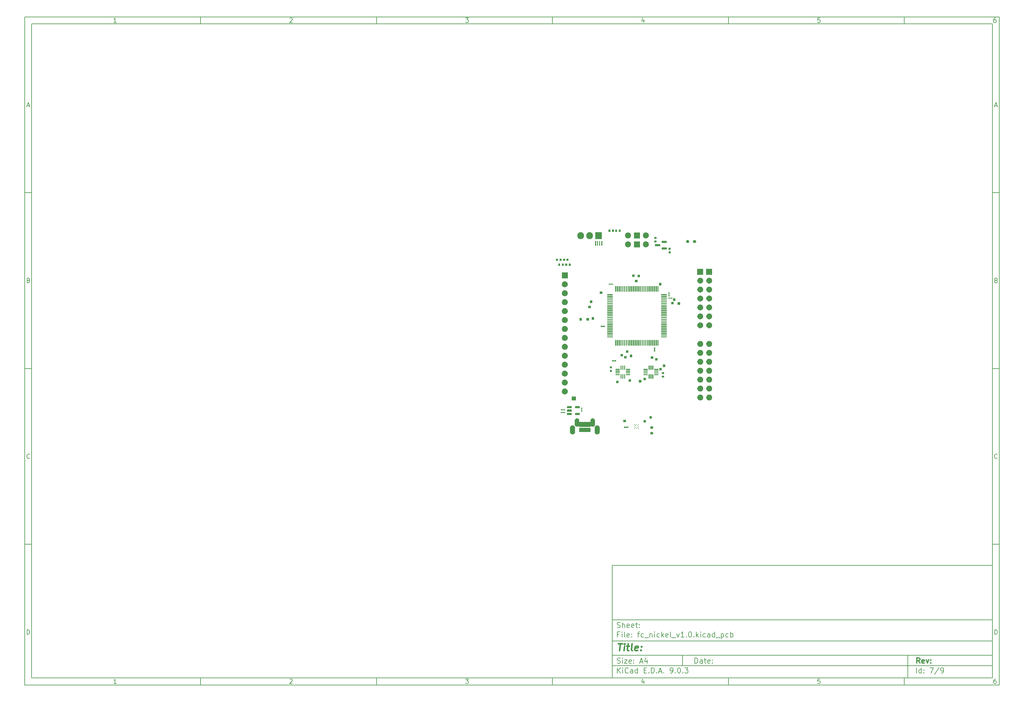
<source format=gbr>
%TF.GenerationSoftware,KiCad,Pcbnew,9.0.3*%
%TF.CreationDate,2025-07-26T10:56:30+05:30*%
%TF.ProjectId,fc_nickel_v1.0,66635f6e-6963-46b6-956c-5f76312e302e,rev?*%
%TF.SameCoordinates,Original*%
%TF.FileFunction,Soldermask,Top*%
%TF.FilePolarity,Negative*%
%FSLAX46Y46*%
G04 Gerber Fmt 4.6, Leading zero omitted, Abs format (unit mm)*
G04 Created by KiCad (PCBNEW 9.0.3) date 2025-07-26 10:56:30*
%MOMM*%
%LPD*%
G01*
G04 APERTURE LIST*
%ADD10C,0.100000*%
%ADD11C,0.150000*%
%ADD12C,0.300000*%
%ADD13C,0.400000*%
G04 APERTURE END LIST*
D10*
D11*
X177002200Y-166007200D02*
X285002200Y-166007200D01*
X285002200Y-198007200D01*
X177002200Y-198007200D01*
X177002200Y-166007200D01*
D10*
D11*
X10000000Y-10000000D02*
X287002200Y-10000000D01*
X287002200Y-200007200D01*
X10000000Y-200007200D01*
X10000000Y-10000000D01*
D10*
D11*
X12000000Y-12000000D02*
X285002200Y-12000000D01*
X285002200Y-198007200D01*
X12000000Y-198007200D01*
X12000000Y-12000000D01*
D10*
D11*
X60000000Y-12000000D02*
X60000000Y-10000000D01*
D10*
D11*
X110000000Y-12000000D02*
X110000000Y-10000000D01*
D10*
D11*
X160000000Y-12000000D02*
X160000000Y-10000000D01*
D10*
D11*
X210000000Y-12000000D02*
X210000000Y-10000000D01*
D10*
D11*
X260000000Y-12000000D02*
X260000000Y-10000000D01*
D10*
D11*
X36089160Y-11593604D02*
X35346303Y-11593604D01*
X35717731Y-11593604D02*
X35717731Y-10293604D01*
X35717731Y-10293604D02*
X35593922Y-10479319D01*
X35593922Y-10479319D02*
X35470112Y-10603128D01*
X35470112Y-10603128D02*
X35346303Y-10665033D01*
D10*
D11*
X85346303Y-10417414D02*
X85408207Y-10355509D01*
X85408207Y-10355509D02*
X85532017Y-10293604D01*
X85532017Y-10293604D02*
X85841541Y-10293604D01*
X85841541Y-10293604D02*
X85965350Y-10355509D01*
X85965350Y-10355509D02*
X86027255Y-10417414D01*
X86027255Y-10417414D02*
X86089160Y-10541223D01*
X86089160Y-10541223D02*
X86089160Y-10665033D01*
X86089160Y-10665033D02*
X86027255Y-10850747D01*
X86027255Y-10850747D02*
X85284398Y-11593604D01*
X85284398Y-11593604D02*
X86089160Y-11593604D01*
D10*
D11*
X135284398Y-10293604D02*
X136089160Y-10293604D01*
X136089160Y-10293604D02*
X135655826Y-10788842D01*
X135655826Y-10788842D02*
X135841541Y-10788842D01*
X135841541Y-10788842D02*
X135965350Y-10850747D01*
X135965350Y-10850747D02*
X136027255Y-10912652D01*
X136027255Y-10912652D02*
X136089160Y-11036461D01*
X136089160Y-11036461D02*
X136089160Y-11345985D01*
X136089160Y-11345985D02*
X136027255Y-11469795D01*
X136027255Y-11469795D02*
X135965350Y-11531700D01*
X135965350Y-11531700D02*
X135841541Y-11593604D01*
X135841541Y-11593604D02*
X135470112Y-11593604D01*
X135470112Y-11593604D02*
X135346303Y-11531700D01*
X135346303Y-11531700D02*
X135284398Y-11469795D01*
D10*
D11*
X185965350Y-10726938D02*
X185965350Y-11593604D01*
X185655826Y-10231700D02*
X185346303Y-11160271D01*
X185346303Y-11160271D02*
X186151064Y-11160271D01*
D10*
D11*
X236027255Y-10293604D02*
X235408207Y-10293604D01*
X235408207Y-10293604D02*
X235346303Y-10912652D01*
X235346303Y-10912652D02*
X235408207Y-10850747D01*
X235408207Y-10850747D02*
X235532017Y-10788842D01*
X235532017Y-10788842D02*
X235841541Y-10788842D01*
X235841541Y-10788842D02*
X235965350Y-10850747D01*
X235965350Y-10850747D02*
X236027255Y-10912652D01*
X236027255Y-10912652D02*
X236089160Y-11036461D01*
X236089160Y-11036461D02*
X236089160Y-11345985D01*
X236089160Y-11345985D02*
X236027255Y-11469795D01*
X236027255Y-11469795D02*
X235965350Y-11531700D01*
X235965350Y-11531700D02*
X235841541Y-11593604D01*
X235841541Y-11593604D02*
X235532017Y-11593604D01*
X235532017Y-11593604D02*
X235408207Y-11531700D01*
X235408207Y-11531700D02*
X235346303Y-11469795D01*
D10*
D11*
X285965350Y-10293604D02*
X285717731Y-10293604D01*
X285717731Y-10293604D02*
X285593922Y-10355509D01*
X285593922Y-10355509D02*
X285532017Y-10417414D01*
X285532017Y-10417414D02*
X285408207Y-10603128D01*
X285408207Y-10603128D02*
X285346303Y-10850747D01*
X285346303Y-10850747D02*
X285346303Y-11345985D01*
X285346303Y-11345985D02*
X285408207Y-11469795D01*
X285408207Y-11469795D02*
X285470112Y-11531700D01*
X285470112Y-11531700D02*
X285593922Y-11593604D01*
X285593922Y-11593604D02*
X285841541Y-11593604D01*
X285841541Y-11593604D02*
X285965350Y-11531700D01*
X285965350Y-11531700D02*
X286027255Y-11469795D01*
X286027255Y-11469795D02*
X286089160Y-11345985D01*
X286089160Y-11345985D02*
X286089160Y-11036461D01*
X286089160Y-11036461D02*
X286027255Y-10912652D01*
X286027255Y-10912652D02*
X285965350Y-10850747D01*
X285965350Y-10850747D02*
X285841541Y-10788842D01*
X285841541Y-10788842D02*
X285593922Y-10788842D01*
X285593922Y-10788842D02*
X285470112Y-10850747D01*
X285470112Y-10850747D02*
X285408207Y-10912652D01*
X285408207Y-10912652D02*
X285346303Y-11036461D01*
D10*
D11*
X60000000Y-198007200D02*
X60000000Y-200007200D01*
D10*
D11*
X110000000Y-198007200D02*
X110000000Y-200007200D01*
D10*
D11*
X160000000Y-198007200D02*
X160000000Y-200007200D01*
D10*
D11*
X210000000Y-198007200D02*
X210000000Y-200007200D01*
D10*
D11*
X260000000Y-198007200D02*
X260000000Y-200007200D01*
D10*
D11*
X36089160Y-199600804D02*
X35346303Y-199600804D01*
X35717731Y-199600804D02*
X35717731Y-198300804D01*
X35717731Y-198300804D02*
X35593922Y-198486519D01*
X35593922Y-198486519D02*
X35470112Y-198610328D01*
X35470112Y-198610328D02*
X35346303Y-198672233D01*
D10*
D11*
X85346303Y-198424614D02*
X85408207Y-198362709D01*
X85408207Y-198362709D02*
X85532017Y-198300804D01*
X85532017Y-198300804D02*
X85841541Y-198300804D01*
X85841541Y-198300804D02*
X85965350Y-198362709D01*
X85965350Y-198362709D02*
X86027255Y-198424614D01*
X86027255Y-198424614D02*
X86089160Y-198548423D01*
X86089160Y-198548423D02*
X86089160Y-198672233D01*
X86089160Y-198672233D02*
X86027255Y-198857947D01*
X86027255Y-198857947D02*
X85284398Y-199600804D01*
X85284398Y-199600804D02*
X86089160Y-199600804D01*
D10*
D11*
X135284398Y-198300804D02*
X136089160Y-198300804D01*
X136089160Y-198300804D02*
X135655826Y-198796042D01*
X135655826Y-198796042D02*
X135841541Y-198796042D01*
X135841541Y-198796042D02*
X135965350Y-198857947D01*
X135965350Y-198857947D02*
X136027255Y-198919852D01*
X136027255Y-198919852D02*
X136089160Y-199043661D01*
X136089160Y-199043661D02*
X136089160Y-199353185D01*
X136089160Y-199353185D02*
X136027255Y-199476995D01*
X136027255Y-199476995D02*
X135965350Y-199538900D01*
X135965350Y-199538900D02*
X135841541Y-199600804D01*
X135841541Y-199600804D02*
X135470112Y-199600804D01*
X135470112Y-199600804D02*
X135346303Y-199538900D01*
X135346303Y-199538900D02*
X135284398Y-199476995D01*
D10*
D11*
X185965350Y-198734138D02*
X185965350Y-199600804D01*
X185655826Y-198238900D02*
X185346303Y-199167471D01*
X185346303Y-199167471D02*
X186151064Y-199167471D01*
D10*
D11*
X236027255Y-198300804D02*
X235408207Y-198300804D01*
X235408207Y-198300804D02*
X235346303Y-198919852D01*
X235346303Y-198919852D02*
X235408207Y-198857947D01*
X235408207Y-198857947D02*
X235532017Y-198796042D01*
X235532017Y-198796042D02*
X235841541Y-198796042D01*
X235841541Y-198796042D02*
X235965350Y-198857947D01*
X235965350Y-198857947D02*
X236027255Y-198919852D01*
X236027255Y-198919852D02*
X236089160Y-199043661D01*
X236089160Y-199043661D02*
X236089160Y-199353185D01*
X236089160Y-199353185D02*
X236027255Y-199476995D01*
X236027255Y-199476995D02*
X235965350Y-199538900D01*
X235965350Y-199538900D02*
X235841541Y-199600804D01*
X235841541Y-199600804D02*
X235532017Y-199600804D01*
X235532017Y-199600804D02*
X235408207Y-199538900D01*
X235408207Y-199538900D02*
X235346303Y-199476995D01*
D10*
D11*
X285965350Y-198300804D02*
X285717731Y-198300804D01*
X285717731Y-198300804D02*
X285593922Y-198362709D01*
X285593922Y-198362709D02*
X285532017Y-198424614D01*
X285532017Y-198424614D02*
X285408207Y-198610328D01*
X285408207Y-198610328D02*
X285346303Y-198857947D01*
X285346303Y-198857947D02*
X285346303Y-199353185D01*
X285346303Y-199353185D02*
X285408207Y-199476995D01*
X285408207Y-199476995D02*
X285470112Y-199538900D01*
X285470112Y-199538900D02*
X285593922Y-199600804D01*
X285593922Y-199600804D02*
X285841541Y-199600804D01*
X285841541Y-199600804D02*
X285965350Y-199538900D01*
X285965350Y-199538900D02*
X286027255Y-199476995D01*
X286027255Y-199476995D02*
X286089160Y-199353185D01*
X286089160Y-199353185D02*
X286089160Y-199043661D01*
X286089160Y-199043661D02*
X286027255Y-198919852D01*
X286027255Y-198919852D02*
X285965350Y-198857947D01*
X285965350Y-198857947D02*
X285841541Y-198796042D01*
X285841541Y-198796042D02*
X285593922Y-198796042D01*
X285593922Y-198796042D02*
X285470112Y-198857947D01*
X285470112Y-198857947D02*
X285408207Y-198919852D01*
X285408207Y-198919852D02*
X285346303Y-199043661D01*
D10*
D11*
X10000000Y-60000000D02*
X12000000Y-60000000D01*
D10*
D11*
X10000000Y-110000000D02*
X12000000Y-110000000D01*
D10*
D11*
X10000000Y-160000000D02*
X12000000Y-160000000D01*
D10*
D11*
X10690476Y-35222176D02*
X11309523Y-35222176D01*
X10566666Y-35593604D02*
X10999999Y-34293604D01*
X10999999Y-34293604D02*
X11433333Y-35593604D01*
D10*
D11*
X11092857Y-84912652D02*
X11278571Y-84974557D01*
X11278571Y-84974557D02*
X11340476Y-85036461D01*
X11340476Y-85036461D02*
X11402380Y-85160271D01*
X11402380Y-85160271D02*
X11402380Y-85345985D01*
X11402380Y-85345985D02*
X11340476Y-85469795D01*
X11340476Y-85469795D02*
X11278571Y-85531700D01*
X11278571Y-85531700D02*
X11154761Y-85593604D01*
X11154761Y-85593604D02*
X10659523Y-85593604D01*
X10659523Y-85593604D02*
X10659523Y-84293604D01*
X10659523Y-84293604D02*
X11092857Y-84293604D01*
X11092857Y-84293604D02*
X11216666Y-84355509D01*
X11216666Y-84355509D02*
X11278571Y-84417414D01*
X11278571Y-84417414D02*
X11340476Y-84541223D01*
X11340476Y-84541223D02*
X11340476Y-84665033D01*
X11340476Y-84665033D02*
X11278571Y-84788842D01*
X11278571Y-84788842D02*
X11216666Y-84850747D01*
X11216666Y-84850747D02*
X11092857Y-84912652D01*
X11092857Y-84912652D02*
X10659523Y-84912652D01*
D10*
D11*
X11402380Y-135469795D02*
X11340476Y-135531700D01*
X11340476Y-135531700D02*
X11154761Y-135593604D01*
X11154761Y-135593604D02*
X11030952Y-135593604D01*
X11030952Y-135593604D02*
X10845238Y-135531700D01*
X10845238Y-135531700D02*
X10721428Y-135407890D01*
X10721428Y-135407890D02*
X10659523Y-135284080D01*
X10659523Y-135284080D02*
X10597619Y-135036461D01*
X10597619Y-135036461D02*
X10597619Y-134850747D01*
X10597619Y-134850747D02*
X10659523Y-134603128D01*
X10659523Y-134603128D02*
X10721428Y-134479319D01*
X10721428Y-134479319D02*
X10845238Y-134355509D01*
X10845238Y-134355509D02*
X11030952Y-134293604D01*
X11030952Y-134293604D02*
X11154761Y-134293604D01*
X11154761Y-134293604D02*
X11340476Y-134355509D01*
X11340476Y-134355509D02*
X11402380Y-134417414D01*
D10*
D11*
X10659523Y-185593604D02*
X10659523Y-184293604D01*
X10659523Y-184293604D02*
X10969047Y-184293604D01*
X10969047Y-184293604D02*
X11154761Y-184355509D01*
X11154761Y-184355509D02*
X11278571Y-184479319D01*
X11278571Y-184479319D02*
X11340476Y-184603128D01*
X11340476Y-184603128D02*
X11402380Y-184850747D01*
X11402380Y-184850747D02*
X11402380Y-185036461D01*
X11402380Y-185036461D02*
X11340476Y-185284080D01*
X11340476Y-185284080D02*
X11278571Y-185407890D01*
X11278571Y-185407890D02*
X11154761Y-185531700D01*
X11154761Y-185531700D02*
X10969047Y-185593604D01*
X10969047Y-185593604D02*
X10659523Y-185593604D01*
D10*
D11*
X287002200Y-60000000D02*
X285002200Y-60000000D01*
D10*
D11*
X287002200Y-110000000D02*
X285002200Y-110000000D01*
D10*
D11*
X287002200Y-160000000D02*
X285002200Y-160000000D01*
D10*
D11*
X285692676Y-35222176D02*
X286311723Y-35222176D01*
X285568866Y-35593604D02*
X286002199Y-34293604D01*
X286002199Y-34293604D02*
X286435533Y-35593604D01*
D10*
D11*
X286095057Y-84912652D02*
X286280771Y-84974557D01*
X286280771Y-84974557D02*
X286342676Y-85036461D01*
X286342676Y-85036461D02*
X286404580Y-85160271D01*
X286404580Y-85160271D02*
X286404580Y-85345985D01*
X286404580Y-85345985D02*
X286342676Y-85469795D01*
X286342676Y-85469795D02*
X286280771Y-85531700D01*
X286280771Y-85531700D02*
X286156961Y-85593604D01*
X286156961Y-85593604D02*
X285661723Y-85593604D01*
X285661723Y-85593604D02*
X285661723Y-84293604D01*
X285661723Y-84293604D02*
X286095057Y-84293604D01*
X286095057Y-84293604D02*
X286218866Y-84355509D01*
X286218866Y-84355509D02*
X286280771Y-84417414D01*
X286280771Y-84417414D02*
X286342676Y-84541223D01*
X286342676Y-84541223D02*
X286342676Y-84665033D01*
X286342676Y-84665033D02*
X286280771Y-84788842D01*
X286280771Y-84788842D02*
X286218866Y-84850747D01*
X286218866Y-84850747D02*
X286095057Y-84912652D01*
X286095057Y-84912652D02*
X285661723Y-84912652D01*
D10*
D11*
X286404580Y-135469795D02*
X286342676Y-135531700D01*
X286342676Y-135531700D02*
X286156961Y-135593604D01*
X286156961Y-135593604D02*
X286033152Y-135593604D01*
X286033152Y-135593604D02*
X285847438Y-135531700D01*
X285847438Y-135531700D02*
X285723628Y-135407890D01*
X285723628Y-135407890D02*
X285661723Y-135284080D01*
X285661723Y-135284080D02*
X285599819Y-135036461D01*
X285599819Y-135036461D02*
X285599819Y-134850747D01*
X285599819Y-134850747D02*
X285661723Y-134603128D01*
X285661723Y-134603128D02*
X285723628Y-134479319D01*
X285723628Y-134479319D02*
X285847438Y-134355509D01*
X285847438Y-134355509D02*
X286033152Y-134293604D01*
X286033152Y-134293604D02*
X286156961Y-134293604D01*
X286156961Y-134293604D02*
X286342676Y-134355509D01*
X286342676Y-134355509D02*
X286404580Y-134417414D01*
D10*
D11*
X285661723Y-185593604D02*
X285661723Y-184293604D01*
X285661723Y-184293604D02*
X285971247Y-184293604D01*
X285971247Y-184293604D02*
X286156961Y-184355509D01*
X286156961Y-184355509D02*
X286280771Y-184479319D01*
X286280771Y-184479319D02*
X286342676Y-184603128D01*
X286342676Y-184603128D02*
X286404580Y-184850747D01*
X286404580Y-184850747D02*
X286404580Y-185036461D01*
X286404580Y-185036461D02*
X286342676Y-185284080D01*
X286342676Y-185284080D02*
X286280771Y-185407890D01*
X286280771Y-185407890D02*
X286156961Y-185531700D01*
X286156961Y-185531700D02*
X285971247Y-185593604D01*
X285971247Y-185593604D02*
X285661723Y-185593604D01*
D10*
D11*
X200458026Y-193793328D02*
X200458026Y-192293328D01*
X200458026Y-192293328D02*
X200815169Y-192293328D01*
X200815169Y-192293328D02*
X201029455Y-192364757D01*
X201029455Y-192364757D02*
X201172312Y-192507614D01*
X201172312Y-192507614D02*
X201243741Y-192650471D01*
X201243741Y-192650471D02*
X201315169Y-192936185D01*
X201315169Y-192936185D02*
X201315169Y-193150471D01*
X201315169Y-193150471D02*
X201243741Y-193436185D01*
X201243741Y-193436185D02*
X201172312Y-193579042D01*
X201172312Y-193579042D02*
X201029455Y-193721900D01*
X201029455Y-193721900D02*
X200815169Y-193793328D01*
X200815169Y-193793328D02*
X200458026Y-193793328D01*
X202600884Y-193793328D02*
X202600884Y-193007614D01*
X202600884Y-193007614D02*
X202529455Y-192864757D01*
X202529455Y-192864757D02*
X202386598Y-192793328D01*
X202386598Y-192793328D02*
X202100884Y-192793328D01*
X202100884Y-192793328D02*
X201958026Y-192864757D01*
X202600884Y-193721900D02*
X202458026Y-193793328D01*
X202458026Y-193793328D02*
X202100884Y-193793328D01*
X202100884Y-193793328D02*
X201958026Y-193721900D01*
X201958026Y-193721900D02*
X201886598Y-193579042D01*
X201886598Y-193579042D02*
X201886598Y-193436185D01*
X201886598Y-193436185D02*
X201958026Y-193293328D01*
X201958026Y-193293328D02*
X202100884Y-193221900D01*
X202100884Y-193221900D02*
X202458026Y-193221900D01*
X202458026Y-193221900D02*
X202600884Y-193150471D01*
X203100884Y-192793328D02*
X203672312Y-192793328D01*
X203315169Y-192293328D02*
X203315169Y-193579042D01*
X203315169Y-193579042D02*
X203386598Y-193721900D01*
X203386598Y-193721900D02*
X203529455Y-193793328D01*
X203529455Y-193793328D02*
X203672312Y-193793328D01*
X204743741Y-193721900D02*
X204600884Y-193793328D01*
X204600884Y-193793328D02*
X204315170Y-193793328D01*
X204315170Y-193793328D02*
X204172312Y-193721900D01*
X204172312Y-193721900D02*
X204100884Y-193579042D01*
X204100884Y-193579042D02*
X204100884Y-193007614D01*
X204100884Y-193007614D02*
X204172312Y-192864757D01*
X204172312Y-192864757D02*
X204315170Y-192793328D01*
X204315170Y-192793328D02*
X204600884Y-192793328D01*
X204600884Y-192793328D02*
X204743741Y-192864757D01*
X204743741Y-192864757D02*
X204815170Y-193007614D01*
X204815170Y-193007614D02*
X204815170Y-193150471D01*
X204815170Y-193150471D02*
X204100884Y-193293328D01*
X205458026Y-193650471D02*
X205529455Y-193721900D01*
X205529455Y-193721900D02*
X205458026Y-193793328D01*
X205458026Y-193793328D02*
X205386598Y-193721900D01*
X205386598Y-193721900D02*
X205458026Y-193650471D01*
X205458026Y-193650471D02*
X205458026Y-193793328D01*
X205458026Y-192864757D02*
X205529455Y-192936185D01*
X205529455Y-192936185D02*
X205458026Y-193007614D01*
X205458026Y-193007614D02*
X205386598Y-192936185D01*
X205386598Y-192936185D02*
X205458026Y-192864757D01*
X205458026Y-192864757D02*
X205458026Y-193007614D01*
D10*
D11*
X177002200Y-194507200D02*
X285002200Y-194507200D01*
D10*
D11*
X178458026Y-196593328D02*
X178458026Y-195093328D01*
X179315169Y-196593328D02*
X178672312Y-195736185D01*
X179315169Y-195093328D02*
X178458026Y-195950471D01*
X179958026Y-196593328D02*
X179958026Y-195593328D01*
X179958026Y-195093328D02*
X179886598Y-195164757D01*
X179886598Y-195164757D02*
X179958026Y-195236185D01*
X179958026Y-195236185D02*
X180029455Y-195164757D01*
X180029455Y-195164757D02*
X179958026Y-195093328D01*
X179958026Y-195093328D02*
X179958026Y-195236185D01*
X181529455Y-196450471D02*
X181458027Y-196521900D01*
X181458027Y-196521900D02*
X181243741Y-196593328D01*
X181243741Y-196593328D02*
X181100884Y-196593328D01*
X181100884Y-196593328D02*
X180886598Y-196521900D01*
X180886598Y-196521900D02*
X180743741Y-196379042D01*
X180743741Y-196379042D02*
X180672312Y-196236185D01*
X180672312Y-196236185D02*
X180600884Y-195950471D01*
X180600884Y-195950471D02*
X180600884Y-195736185D01*
X180600884Y-195736185D02*
X180672312Y-195450471D01*
X180672312Y-195450471D02*
X180743741Y-195307614D01*
X180743741Y-195307614D02*
X180886598Y-195164757D01*
X180886598Y-195164757D02*
X181100884Y-195093328D01*
X181100884Y-195093328D02*
X181243741Y-195093328D01*
X181243741Y-195093328D02*
X181458027Y-195164757D01*
X181458027Y-195164757D02*
X181529455Y-195236185D01*
X182815170Y-196593328D02*
X182815170Y-195807614D01*
X182815170Y-195807614D02*
X182743741Y-195664757D01*
X182743741Y-195664757D02*
X182600884Y-195593328D01*
X182600884Y-195593328D02*
X182315170Y-195593328D01*
X182315170Y-195593328D02*
X182172312Y-195664757D01*
X182815170Y-196521900D02*
X182672312Y-196593328D01*
X182672312Y-196593328D02*
X182315170Y-196593328D01*
X182315170Y-196593328D02*
X182172312Y-196521900D01*
X182172312Y-196521900D02*
X182100884Y-196379042D01*
X182100884Y-196379042D02*
X182100884Y-196236185D01*
X182100884Y-196236185D02*
X182172312Y-196093328D01*
X182172312Y-196093328D02*
X182315170Y-196021900D01*
X182315170Y-196021900D02*
X182672312Y-196021900D01*
X182672312Y-196021900D02*
X182815170Y-195950471D01*
X184172313Y-196593328D02*
X184172313Y-195093328D01*
X184172313Y-196521900D02*
X184029455Y-196593328D01*
X184029455Y-196593328D02*
X183743741Y-196593328D01*
X183743741Y-196593328D02*
X183600884Y-196521900D01*
X183600884Y-196521900D02*
X183529455Y-196450471D01*
X183529455Y-196450471D02*
X183458027Y-196307614D01*
X183458027Y-196307614D02*
X183458027Y-195879042D01*
X183458027Y-195879042D02*
X183529455Y-195736185D01*
X183529455Y-195736185D02*
X183600884Y-195664757D01*
X183600884Y-195664757D02*
X183743741Y-195593328D01*
X183743741Y-195593328D02*
X184029455Y-195593328D01*
X184029455Y-195593328D02*
X184172313Y-195664757D01*
X186029455Y-195807614D02*
X186529455Y-195807614D01*
X186743741Y-196593328D02*
X186029455Y-196593328D01*
X186029455Y-196593328D02*
X186029455Y-195093328D01*
X186029455Y-195093328D02*
X186743741Y-195093328D01*
X187386598Y-196450471D02*
X187458027Y-196521900D01*
X187458027Y-196521900D02*
X187386598Y-196593328D01*
X187386598Y-196593328D02*
X187315170Y-196521900D01*
X187315170Y-196521900D02*
X187386598Y-196450471D01*
X187386598Y-196450471D02*
X187386598Y-196593328D01*
X188100884Y-196593328D02*
X188100884Y-195093328D01*
X188100884Y-195093328D02*
X188458027Y-195093328D01*
X188458027Y-195093328D02*
X188672313Y-195164757D01*
X188672313Y-195164757D02*
X188815170Y-195307614D01*
X188815170Y-195307614D02*
X188886599Y-195450471D01*
X188886599Y-195450471D02*
X188958027Y-195736185D01*
X188958027Y-195736185D02*
X188958027Y-195950471D01*
X188958027Y-195950471D02*
X188886599Y-196236185D01*
X188886599Y-196236185D02*
X188815170Y-196379042D01*
X188815170Y-196379042D02*
X188672313Y-196521900D01*
X188672313Y-196521900D02*
X188458027Y-196593328D01*
X188458027Y-196593328D02*
X188100884Y-196593328D01*
X189600884Y-196450471D02*
X189672313Y-196521900D01*
X189672313Y-196521900D02*
X189600884Y-196593328D01*
X189600884Y-196593328D02*
X189529456Y-196521900D01*
X189529456Y-196521900D02*
X189600884Y-196450471D01*
X189600884Y-196450471D02*
X189600884Y-196593328D01*
X190243742Y-196164757D02*
X190958028Y-196164757D01*
X190100885Y-196593328D02*
X190600885Y-195093328D01*
X190600885Y-195093328D02*
X191100885Y-196593328D01*
X191600884Y-196450471D02*
X191672313Y-196521900D01*
X191672313Y-196521900D02*
X191600884Y-196593328D01*
X191600884Y-196593328D02*
X191529456Y-196521900D01*
X191529456Y-196521900D02*
X191600884Y-196450471D01*
X191600884Y-196450471D02*
X191600884Y-196593328D01*
X193529456Y-196593328D02*
X193815170Y-196593328D01*
X193815170Y-196593328D02*
X193958027Y-196521900D01*
X193958027Y-196521900D02*
X194029456Y-196450471D01*
X194029456Y-196450471D02*
X194172313Y-196236185D01*
X194172313Y-196236185D02*
X194243742Y-195950471D01*
X194243742Y-195950471D02*
X194243742Y-195379042D01*
X194243742Y-195379042D02*
X194172313Y-195236185D01*
X194172313Y-195236185D02*
X194100885Y-195164757D01*
X194100885Y-195164757D02*
X193958027Y-195093328D01*
X193958027Y-195093328D02*
X193672313Y-195093328D01*
X193672313Y-195093328D02*
X193529456Y-195164757D01*
X193529456Y-195164757D02*
X193458027Y-195236185D01*
X193458027Y-195236185D02*
X193386599Y-195379042D01*
X193386599Y-195379042D02*
X193386599Y-195736185D01*
X193386599Y-195736185D02*
X193458027Y-195879042D01*
X193458027Y-195879042D02*
X193529456Y-195950471D01*
X193529456Y-195950471D02*
X193672313Y-196021900D01*
X193672313Y-196021900D02*
X193958027Y-196021900D01*
X193958027Y-196021900D02*
X194100885Y-195950471D01*
X194100885Y-195950471D02*
X194172313Y-195879042D01*
X194172313Y-195879042D02*
X194243742Y-195736185D01*
X194886598Y-196450471D02*
X194958027Y-196521900D01*
X194958027Y-196521900D02*
X194886598Y-196593328D01*
X194886598Y-196593328D02*
X194815170Y-196521900D01*
X194815170Y-196521900D02*
X194886598Y-196450471D01*
X194886598Y-196450471D02*
X194886598Y-196593328D01*
X195886599Y-195093328D02*
X196029456Y-195093328D01*
X196029456Y-195093328D02*
X196172313Y-195164757D01*
X196172313Y-195164757D02*
X196243742Y-195236185D01*
X196243742Y-195236185D02*
X196315170Y-195379042D01*
X196315170Y-195379042D02*
X196386599Y-195664757D01*
X196386599Y-195664757D02*
X196386599Y-196021900D01*
X196386599Y-196021900D02*
X196315170Y-196307614D01*
X196315170Y-196307614D02*
X196243742Y-196450471D01*
X196243742Y-196450471D02*
X196172313Y-196521900D01*
X196172313Y-196521900D02*
X196029456Y-196593328D01*
X196029456Y-196593328D02*
X195886599Y-196593328D01*
X195886599Y-196593328D02*
X195743742Y-196521900D01*
X195743742Y-196521900D02*
X195672313Y-196450471D01*
X195672313Y-196450471D02*
X195600884Y-196307614D01*
X195600884Y-196307614D02*
X195529456Y-196021900D01*
X195529456Y-196021900D02*
X195529456Y-195664757D01*
X195529456Y-195664757D02*
X195600884Y-195379042D01*
X195600884Y-195379042D02*
X195672313Y-195236185D01*
X195672313Y-195236185D02*
X195743742Y-195164757D01*
X195743742Y-195164757D02*
X195886599Y-195093328D01*
X197029455Y-196450471D02*
X197100884Y-196521900D01*
X197100884Y-196521900D02*
X197029455Y-196593328D01*
X197029455Y-196593328D02*
X196958027Y-196521900D01*
X196958027Y-196521900D02*
X197029455Y-196450471D01*
X197029455Y-196450471D02*
X197029455Y-196593328D01*
X197600884Y-195093328D02*
X198529456Y-195093328D01*
X198529456Y-195093328D02*
X198029456Y-195664757D01*
X198029456Y-195664757D02*
X198243741Y-195664757D01*
X198243741Y-195664757D02*
X198386599Y-195736185D01*
X198386599Y-195736185D02*
X198458027Y-195807614D01*
X198458027Y-195807614D02*
X198529456Y-195950471D01*
X198529456Y-195950471D02*
X198529456Y-196307614D01*
X198529456Y-196307614D02*
X198458027Y-196450471D01*
X198458027Y-196450471D02*
X198386599Y-196521900D01*
X198386599Y-196521900D02*
X198243741Y-196593328D01*
X198243741Y-196593328D02*
X197815170Y-196593328D01*
X197815170Y-196593328D02*
X197672313Y-196521900D01*
X197672313Y-196521900D02*
X197600884Y-196450471D01*
D10*
D11*
X177002200Y-191507200D02*
X285002200Y-191507200D01*
D10*
D12*
X264413853Y-193785528D02*
X263913853Y-193071242D01*
X263556710Y-193785528D02*
X263556710Y-192285528D01*
X263556710Y-192285528D02*
X264128139Y-192285528D01*
X264128139Y-192285528D02*
X264270996Y-192356957D01*
X264270996Y-192356957D02*
X264342425Y-192428385D01*
X264342425Y-192428385D02*
X264413853Y-192571242D01*
X264413853Y-192571242D02*
X264413853Y-192785528D01*
X264413853Y-192785528D02*
X264342425Y-192928385D01*
X264342425Y-192928385D02*
X264270996Y-192999814D01*
X264270996Y-192999814D02*
X264128139Y-193071242D01*
X264128139Y-193071242D02*
X263556710Y-193071242D01*
X265628139Y-193714100D02*
X265485282Y-193785528D01*
X265485282Y-193785528D02*
X265199568Y-193785528D01*
X265199568Y-193785528D02*
X265056710Y-193714100D01*
X265056710Y-193714100D02*
X264985282Y-193571242D01*
X264985282Y-193571242D02*
X264985282Y-192999814D01*
X264985282Y-192999814D02*
X265056710Y-192856957D01*
X265056710Y-192856957D02*
X265199568Y-192785528D01*
X265199568Y-192785528D02*
X265485282Y-192785528D01*
X265485282Y-192785528D02*
X265628139Y-192856957D01*
X265628139Y-192856957D02*
X265699568Y-192999814D01*
X265699568Y-192999814D02*
X265699568Y-193142671D01*
X265699568Y-193142671D02*
X264985282Y-193285528D01*
X266199567Y-192785528D02*
X266556710Y-193785528D01*
X266556710Y-193785528D02*
X266913853Y-192785528D01*
X267485281Y-193642671D02*
X267556710Y-193714100D01*
X267556710Y-193714100D02*
X267485281Y-193785528D01*
X267485281Y-193785528D02*
X267413853Y-193714100D01*
X267413853Y-193714100D02*
X267485281Y-193642671D01*
X267485281Y-193642671D02*
X267485281Y-193785528D01*
X267485281Y-192856957D02*
X267556710Y-192928385D01*
X267556710Y-192928385D02*
X267485281Y-192999814D01*
X267485281Y-192999814D02*
X267413853Y-192928385D01*
X267413853Y-192928385D02*
X267485281Y-192856957D01*
X267485281Y-192856957D02*
X267485281Y-192999814D01*
D10*
D11*
X178386598Y-193721900D02*
X178600884Y-193793328D01*
X178600884Y-193793328D02*
X178958026Y-193793328D01*
X178958026Y-193793328D02*
X179100884Y-193721900D01*
X179100884Y-193721900D02*
X179172312Y-193650471D01*
X179172312Y-193650471D02*
X179243741Y-193507614D01*
X179243741Y-193507614D02*
X179243741Y-193364757D01*
X179243741Y-193364757D02*
X179172312Y-193221900D01*
X179172312Y-193221900D02*
X179100884Y-193150471D01*
X179100884Y-193150471D02*
X178958026Y-193079042D01*
X178958026Y-193079042D02*
X178672312Y-193007614D01*
X178672312Y-193007614D02*
X178529455Y-192936185D01*
X178529455Y-192936185D02*
X178458026Y-192864757D01*
X178458026Y-192864757D02*
X178386598Y-192721900D01*
X178386598Y-192721900D02*
X178386598Y-192579042D01*
X178386598Y-192579042D02*
X178458026Y-192436185D01*
X178458026Y-192436185D02*
X178529455Y-192364757D01*
X178529455Y-192364757D02*
X178672312Y-192293328D01*
X178672312Y-192293328D02*
X179029455Y-192293328D01*
X179029455Y-192293328D02*
X179243741Y-192364757D01*
X179886597Y-193793328D02*
X179886597Y-192793328D01*
X179886597Y-192293328D02*
X179815169Y-192364757D01*
X179815169Y-192364757D02*
X179886597Y-192436185D01*
X179886597Y-192436185D02*
X179958026Y-192364757D01*
X179958026Y-192364757D02*
X179886597Y-192293328D01*
X179886597Y-192293328D02*
X179886597Y-192436185D01*
X180458026Y-192793328D02*
X181243741Y-192793328D01*
X181243741Y-192793328D02*
X180458026Y-193793328D01*
X180458026Y-193793328D02*
X181243741Y-193793328D01*
X182386598Y-193721900D02*
X182243741Y-193793328D01*
X182243741Y-193793328D02*
X181958027Y-193793328D01*
X181958027Y-193793328D02*
X181815169Y-193721900D01*
X181815169Y-193721900D02*
X181743741Y-193579042D01*
X181743741Y-193579042D02*
X181743741Y-193007614D01*
X181743741Y-193007614D02*
X181815169Y-192864757D01*
X181815169Y-192864757D02*
X181958027Y-192793328D01*
X181958027Y-192793328D02*
X182243741Y-192793328D01*
X182243741Y-192793328D02*
X182386598Y-192864757D01*
X182386598Y-192864757D02*
X182458027Y-193007614D01*
X182458027Y-193007614D02*
X182458027Y-193150471D01*
X182458027Y-193150471D02*
X181743741Y-193293328D01*
X183100883Y-193650471D02*
X183172312Y-193721900D01*
X183172312Y-193721900D02*
X183100883Y-193793328D01*
X183100883Y-193793328D02*
X183029455Y-193721900D01*
X183029455Y-193721900D02*
X183100883Y-193650471D01*
X183100883Y-193650471D02*
X183100883Y-193793328D01*
X183100883Y-192864757D02*
X183172312Y-192936185D01*
X183172312Y-192936185D02*
X183100883Y-193007614D01*
X183100883Y-193007614D02*
X183029455Y-192936185D01*
X183029455Y-192936185D02*
X183100883Y-192864757D01*
X183100883Y-192864757D02*
X183100883Y-193007614D01*
X184886598Y-193364757D02*
X185600884Y-193364757D01*
X184743741Y-193793328D02*
X185243741Y-192293328D01*
X185243741Y-192293328D02*
X185743741Y-193793328D01*
X186886598Y-192793328D02*
X186886598Y-193793328D01*
X186529455Y-192221900D02*
X186172312Y-193293328D01*
X186172312Y-193293328D02*
X187100883Y-193293328D01*
D10*
D11*
X263458026Y-196593328D02*
X263458026Y-195093328D01*
X264815170Y-196593328D02*
X264815170Y-195093328D01*
X264815170Y-196521900D02*
X264672312Y-196593328D01*
X264672312Y-196593328D02*
X264386598Y-196593328D01*
X264386598Y-196593328D02*
X264243741Y-196521900D01*
X264243741Y-196521900D02*
X264172312Y-196450471D01*
X264172312Y-196450471D02*
X264100884Y-196307614D01*
X264100884Y-196307614D02*
X264100884Y-195879042D01*
X264100884Y-195879042D02*
X264172312Y-195736185D01*
X264172312Y-195736185D02*
X264243741Y-195664757D01*
X264243741Y-195664757D02*
X264386598Y-195593328D01*
X264386598Y-195593328D02*
X264672312Y-195593328D01*
X264672312Y-195593328D02*
X264815170Y-195664757D01*
X265529455Y-196450471D02*
X265600884Y-196521900D01*
X265600884Y-196521900D02*
X265529455Y-196593328D01*
X265529455Y-196593328D02*
X265458027Y-196521900D01*
X265458027Y-196521900D02*
X265529455Y-196450471D01*
X265529455Y-196450471D02*
X265529455Y-196593328D01*
X265529455Y-195664757D02*
X265600884Y-195736185D01*
X265600884Y-195736185D02*
X265529455Y-195807614D01*
X265529455Y-195807614D02*
X265458027Y-195736185D01*
X265458027Y-195736185D02*
X265529455Y-195664757D01*
X265529455Y-195664757D02*
X265529455Y-195807614D01*
X267243741Y-195093328D02*
X268243741Y-195093328D01*
X268243741Y-195093328D02*
X267600884Y-196593328D01*
X269886598Y-195021900D02*
X268600884Y-196950471D01*
X270458027Y-196593328D02*
X270743741Y-196593328D01*
X270743741Y-196593328D02*
X270886598Y-196521900D01*
X270886598Y-196521900D02*
X270958027Y-196450471D01*
X270958027Y-196450471D02*
X271100884Y-196236185D01*
X271100884Y-196236185D02*
X271172313Y-195950471D01*
X271172313Y-195950471D02*
X271172313Y-195379042D01*
X271172313Y-195379042D02*
X271100884Y-195236185D01*
X271100884Y-195236185D02*
X271029456Y-195164757D01*
X271029456Y-195164757D02*
X270886598Y-195093328D01*
X270886598Y-195093328D02*
X270600884Y-195093328D01*
X270600884Y-195093328D02*
X270458027Y-195164757D01*
X270458027Y-195164757D02*
X270386598Y-195236185D01*
X270386598Y-195236185D02*
X270315170Y-195379042D01*
X270315170Y-195379042D02*
X270315170Y-195736185D01*
X270315170Y-195736185D02*
X270386598Y-195879042D01*
X270386598Y-195879042D02*
X270458027Y-195950471D01*
X270458027Y-195950471D02*
X270600884Y-196021900D01*
X270600884Y-196021900D02*
X270886598Y-196021900D01*
X270886598Y-196021900D02*
X271029456Y-195950471D01*
X271029456Y-195950471D02*
X271100884Y-195879042D01*
X271100884Y-195879042D02*
X271172313Y-195736185D01*
D10*
D11*
X177002200Y-187507200D02*
X285002200Y-187507200D01*
D10*
D13*
X178693928Y-188211638D02*
X179836785Y-188211638D01*
X179015357Y-190211638D02*
X179265357Y-188211638D01*
X180253452Y-190211638D02*
X180420119Y-188878304D01*
X180503452Y-188211638D02*
X180396309Y-188306876D01*
X180396309Y-188306876D02*
X180479643Y-188402114D01*
X180479643Y-188402114D02*
X180586786Y-188306876D01*
X180586786Y-188306876D02*
X180503452Y-188211638D01*
X180503452Y-188211638D02*
X180479643Y-188402114D01*
X181086786Y-188878304D02*
X181848690Y-188878304D01*
X181455833Y-188211638D02*
X181241548Y-189925923D01*
X181241548Y-189925923D02*
X181312976Y-190116400D01*
X181312976Y-190116400D02*
X181491548Y-190211638D01*
X181491548Y-190211638D02*
X181682024Y-190211638D01*
X182634405Y-190211638D02*
X182455833Y-190116400D01*
X182455833Y-190116400D02*
X182384405Y-189925923D01*
X182384405Y-189925923D02*
X182598690Y-188211638D01*
X184170119Y-190116400D02*
X183967738Y-190211638D01*
X183967738Y-190211638D02*
X183586785Y-190211638D01*
X183586785Y-190211638D02*
X183408214Y-190116400D01*
X183408214Y-190116400D02*
X183336785Y-189925923D01*
X183336785Y-189925923D02*
X183432024Y-189164019D01*
X183432024Y-189164019D02*
X183551071Y-188973542D01*
X183551071Y-188973542D02*
X183753452Y-188878304D01*
X183753452Y-188878304D02*
X184134404Y-188878304D01*
X184134404Y-188878304D02*
X184312976Y-188973542D01*
X184312976Y-188973542D02*
X184384404Y-189164019D01*
X184384404Y-189164019D02*
X184360595Y-189354495D01*
X184360595Y-189354495D02*
X183384404Y-189544971D01*
X185134405Y-190021161D02*
X185217738Y-190116400D01*
X185217738Y-190116400D02*
X185110595Y-190211638D01*
X185110595Y-190211638D02*
X185027262Y-190116400D01*
X185027262Y-190116400D02*
X185134405Y-190021161D01*
X185134405Y-190021161D02*
X185110595Y-190211638D01*
X185265357Y-188973542D02*
X185348690Y-189068780D01*
X185348690Y-189068780D02*
X185241548Y-189164019D01*
X185241548Y-189164019D02*
X185158214Y-189068780D01*
X185158214Y-189068780D02*
X185265357Y-188973542D01*
X185265357Y-188973542D02*
X185241548Y-189164019D01*
D10*
D11*
X178958026Y-185607614D02*
X178458026Y-185607614D01*
X178458026Y-186393328D02*
X178458026Y-184893328D01*
X178458026Y-184893328D02*
X179172312Y-184893328D01*
X179743740Y-186393328D02*
X179743740Y-185393328D01*
X179743740Y-184893328D02*
X179672312Y-184964757D01*
X179672312Y-184964757D02*
X179743740Y-185036185D01*
X179743740Y-185036185D02*
X179815169Y-184964757D01*
X179815169Y-184964757D02*
X179743740Y-184893328D01*
X179743740Y-184893328D02*
X179743740Y-185036185D01*
X180672312Y-186393328D02*
X180529455Y-186321900D01*
X180529455Y-186321900D02*
X180458026Y-186179042D01*
X180458026Y-186179042D02*
X180458026Y-184893328D01*
X181815169Y-186321900D02*
X181672312Y-186393328D01*
X181672312Y-186393328D02*
X181386598Y-186393328D01*
X181386598Y-186393328D02*
X181243740Y-186321900D01*
X181243740Y-186321900D02*
X181172312Y-186179042D01*
X181172312Y-186179042D02*
X181172312Y-185607614D01*
X181172312Y-185607614D02*
X181243740Y-185464757D01*
X181243740Y-185464757D02*
X181386598Y-185393328D01*
X181386598Y-185393328D02*
X181672312Y-185393328D01*
X181672312Y-185393328D02*
X181815169Y-185464757D01*
X181815169Y-185464757D02*
X181886598Y-185607614D01*
X181886598Y-185607614D02*
X181886598Y-185750471D01*
X181886598Y-185750471D02*
X181172312Y-185893328D01*
X182529454Y-186250471D02*
X182600883Y-186321900D01*
X182600883Y-186321900D02*
X182529454Y-186393328D01*
X182529454Y-186393328D02*
X182458026Y-186321900D01*
X182458026Y-186321900D02*
X182529454Y-186250471D01*
X182529454Y-186250471D02*
X182529454Y-186393328D01*
X182529454Y-185464757D02*
X182600883Y-185536185D01*
X182600883Y-185536185D02*
X182529454Y-185607614D01*
X182529454Y-185607614D02*
X182458026Y-185536185D01*
X182458026Y-185536185D02*
X182529454Y-185464757D01*
X182529454Y-185464757D02*
X182529454Y-185607614D01*
X184172312Y-185393328D02*
X184743740Y-185393328D01*
X184386597Y-186393328D02*
X184386597Y-185107614D01*
X184386597Y-185107614D02*
X184458026Y-184964757D01*
X184458026Y-184964757D02*
X184600883Y-184893328D01*
X184600883Y-184893328D02*
X184743740Y-184893328D01*
X185886598Y-186321900D02*
X185743740Y-186393328D01*
X185743740Y-186393328D02*
X185458026Y-186393328D01*
X185458026Y-186393328D02*
X185315169Y-186321900D01*
X185315169Y-186321900D02*
X185243740Y-186250471D01*
X185243740Y-186250471D02*
X185172312Y-186107614D01*
X185172312Y-186107614D02*
X185172312Y-185679042D01*
X185172312Y-185679042D02*
X185243740Y-185536185D01*
X185243740Y-185536185D02*
X185315169Y-185464757D01*
X185315169Y-185464757D02*
X185458026Y-185393328D01*
X185458026Y-185393328D02*
X185743740Y-185393328D01*
X185743740Y-185393328D02*
X185886598Y-185464757D01*
X186172312Y-186536185D02*
X187315169Y-186536185D01*
X187672311Y-185393328D02*
X187672311Y-186393328D01*
X187672311Y-185536185D02*
X187743740Y-185464757D01*
X187743740Y-185464757D02*
X187886597Y-185393328D01*
X187886597Y-185393328D02*
X188100883Y-185393328D01*
X188100883Y-185393328D02*
X188243740Y-185464757D01*
X188243740Y-185464757D02*
X188315169Y-185607614D01*
X188315169Y-185607614D02*
X188315169Y-186393328D01*
X189029454Y-186393328D02*
X189029454Y-185393328D01*
X189029454Y-184893328D02*
X188958026Y-184964757D01*
X188958026Y-184964757D02*
X189029454Y-185036185D01*
X189029454Y-185036185D02*
X189100883Y-184964757D01*
X189100883Y-184964757D02*
X189029454Y-184893328D01*
X189029454Y-184893328D02*
X189029454Y-185036185D01*
X190386598Y-186321900D02*
X190243740Y-186393328D01*
X190243740Y-186393328D02*
X189958026Y-186393328D01*
X189958026Y-186393328D02*
X189815169Y-186321900D01*
X189815169Y-186321900D02*
X189743740Y-186250471D01*
X189743740Y-186250471D02*
X189672312Y-186107614D01*
X189672312Y-186107614D02*
X189672312Y-185679042D01*
X189672312Y-185679042D02*
X189743740Y-185536185D01*
X189743740Y-185536185D02*
X189815169Y-185464757D01*
X189815169Y-185464757D02*
X189958026Y-185393328D01*
X189958026Y-185393328D02*
X190243740Y-185393328D01*
X190243740Y-185393328D02*
X190386598Y-185464757D01*
X191029454Y-186393328D02*
X191029454Y-184893328D01*
X191172312Y-185821900D02*
X191600883Y-186393328D01*
X191600883Y-185393328D02*
X191029454Y-185964757D01*
X192815169Y-186321900D02*
X192672312Y-186393328D01*
X192672312Y-186393328D02*
X192386598Y-186393328D01*
X192386598Y-186393328D02*
X192243740Y-186321900D01*
X192243740Y-186321900D02*
X192172312Y-186179042D01*
X192172312Y-186179042D02*
X192172312Y-185607614D01*
X192172312Y-185607614D02*
X192243740Y-185464757D01*
X192243740Y-185464757D02*
X192386598Y-185393328D01*
X192386598Y-185393328D02*
X192672312Y-185393328D01*
X192672312Y-185393328D02*
X192815169Y-185464757D01*
X192815169Y-185464757D02*
X192886598Y-185607614D01*
X192886598Y-185607614D02*
X192886598Y-185750471D01*
X192886598Y-185750471D02*
X192172312Y-185893328D01*
X193743740Y-186393328D02*
X193600883Y-186321900D01*
X193600883Y-186321900D02*
X193529454Y-186179042D01*
X193529454Y-186179042D02*
X193529454Y-184893328D01*
X193958026Y-186536185D02*
X195100883Y-186536185D01*
X195315168Y-185393328D02*
X195672311Y-186393328D01*
X195672311Y-186393328D02*
X196029454Y-185393328D01*
X197386597Y-186393328D02*
X196529454Y-186393328D01*
X196958025Y-186393328D02*
X196958025Y-184893328D01*
X196958025Y-184893328D02*
X196815168Y-185107614D01*
X196815168Y-185107614D02*
X196672311Y-185250471D01*
X196672311Y-185250471D02*
X196529454Y-185321900D01*
X198029453Y-186250471D02*
X198100882Y-186321900D01*
X198100882Y-186321900D02*
X198029453Y-186393328D01*
X198029453Y-186393328D02*
X197958025Y-186321900D01*
X197958025Y-186321900D02*
X198029453Y-186250471D01*
X198029453Y-186250471D02*
X198029453Y-186393328D01*
X199029454Y-184893328D02*
X199172311Y-184893328D01*
X199172311Y-184893328D02*
X199315168Y-184964757D01*
X199315168Y-184964757D02*
X199386597Y-185036185D01*
X199386597Y-185036185D02*
X199458025Y-185179042D01*
X199458025Y-185179042D02*
X199529454Y-185464757D01*
X199529454Y-185464757D02*
X199529454Y-185821900D01*
X199529454Y-185821900D02*
X199458025Y-186107614D01*
X199458025Y-186107614D02*
X199386597Y-186250471D01*
X199386597Y-186250471D02*
X199315168Y-186321900D01*
X199315168Y-186321900D02*
X199172311Y-186393328D01*
X199172311Y-186393328D02*
X199029454Y-186393328D01*
X199029454Y-186393328D02*
X198886597Y-186321900D01*
X198886597Y-186321900D02*
X198815168Y-186250471D01*
X198815168Y-186250471D02*
X198743739Y-186107614D01*
X198743739Y-186107614D02*
X198672311Y-185821900D01*
X198672311Y-185821900D02*
X198672311Y-185464757D01*
X198672311Y-185464757D02*
X198743739Y-185179042D01*
X198743739Y-185179042D02*
X198815168Y-185036185D01*
X198815168Y-185036185D02*
X198886597Y-184964757D01*
X198886597Y-184964757D02*
X199029454Y-184893328D01*
X200172310Y-186250471D02*
X200243739Y-186321900D01*
X200243739Y-186321900D02*
X200172310Y-186393328D01*
X200172310Y-186393328D02*
X200100882Y-186321900D01*
X200100882Y-186321900D02*
X200172310Y-186250471D01*
X200172310Y-186250471D02*
X200172310Y-186393328D01*
X200886596Y-186393328D02*
X200886596Y-184893328D01*
X201029454Y-185821900D02*
X201458025Y-186393328D01*
X201458025Y-185393328D02*
X200886596Y-185964757D01*
X202100882Y-186393328D02*
X202100882Y-185393328D01*
X202100882Y-184893328D02*
X202029454Y-184964757D01*
X202029454Y-184964757D02*
X202100882Y-185036185D01*
X202100882Y-185036185D02*
X202172311Y-184964757D01*
X202172311Y-184964757D02*
X202100882Y-184893328D01*
X202100882Y-184893328D02*
X202100882Y-185036185D01*
X203458026Y-186321900D02*
X203315168Y-186393328D01*
X203315168Y-186393328D02*
X203029454Y-186393328D01*
X203029454Y-186393328D02*
X202886597Y-186321900D01*
X202886597Y-186321900D02*
X202815168Y-186250471D01*
X202815168Y-186250471D02*
X202743740Y-186107614D01*
X202743740Y-186107614D02*
X202743740Y-185679042D01*
X202743740Y-185679042D02*
X202815168Y-185536185D01*
X202815168Y-185536185D02*
X202886597Y-185464757D01*
X202886597Y-185464757D02*
X203029454Y-185393328D01*
X203029454Y-185393328D02*
X203315168Y-185393328D01*
X203315168Y-185393328D02*
X203458026Y-185464757D01*
X204743740Y-186393328D02*
X204743740Y-185607614D01*
X204743740Y-185607614D02*
X204672311Y-185464757D01*
X204672311Y-185464757D02*
X204529454Y-185393328D01*
X204529454Y-185393328D02*
X204243740Y-185393328D01*
X204243740Y-185393328D02*
X204100882Y-185464757D01*
X204743740Y-186321900D02*
X204600882Y-186393328D01*
X204600882Y-186393328D02*
X204243740Y-186393328D01*
X204243740Y-186393328D02*
X204100882Y-186321900D01*
X204100882Y-186321900D02*
X204029454Y-186179042D01*
X204029454Y-186179042D02*
X204029454Y-186036185D01*
X204029454Y-186036185D02*
X204100882Y-185893328D01*
X204100882Y-185893328D02*
X204243740Y-185821900D01*
X204243740Y-185821900D02*
X204600882Y-185821900D01*
X204600882Y-185821900D02*
X204743740Y-185750471D01*
X206100883Y-186393328D02*
X206100883Y-184893328D01*
X206100883Y-186321900D02*
X205958025Y-186393328D01*
X205958025Y-186393328D02*
X205672311Y-186393328D01*
X205672311Y-186393328D02*
X205529454Y-186321900D01*
X205529454Y-186321900D02*
X205458025Y-186250471D01*
X205458025Y-186250471D02*
X205386597Y-186107614D01*
X205386597Y-186107614D02*
X205386597Y-185679042D01*
X205386597Y-185679042D02*
X205458025Y-185536185D01*
X205458025Y-185536185D02*
X205529454Y-185464757D01*
X205529454Y-185464757D02*
X205672311Y-185393328D01*
X205672311Y-185393328D02*
X205958025Y-185393328D01*
X205958025Y-185393328D02*
X206100883Y-185464757D01*
X206458026Y-186536185D02*
X207600883Y-186536185D01*
X207958025Y-185393328D02*
X207958025Y-186893328D01*
X207958025Y-185464757D02*
X208100883Y-185393328D01*
X208100883Y-185393328D02*
X208386597Y-185393328D01*
X208386597Y-185393328D02*
X208529454Y-185464757D01*
X208529454Y-185464757D02*
X208600883Y-185536185D01*
X208600883Y-185536185D02*
X208672311Y-185679042D01*
X208672311Y-185679042D02*
X208672311Y-186107614D01*
X208672311Y-186107614D02*
X208600883Y-186250471D01*
X208600883Y-186250471D02*
X208529454Y-186321900D01*
X208529454Y-186321900D02*
X208386597Y-186393328D01*
X208386597Y-186393328D02*
X208100883Y-186393328D01*
X208100883Y-186393328D02*
X207958025Y-186321900D01*
X209958026Y-186321900D02*
X209815168Y-186393328D01*
X209815168Y-186393328D02*
X209529454Y-186393328D01*
X209529454Y-186393328D02*
X209386597Y-186321900D01*
X209386597Y-186321900D02*
X209315168Y-186250471D01*
X209315168Y-186250471D02*
X209243740Y-186107614D01*
X209243740Y-186107614D02*
X209243740Y-185679042D01*
X209243740Y-185679042D02*
X209315168Y-185536185D01*
X209315168Y-185536185D02*
X209386597Y-185464757D01*
X209386597Y-185464757D02*
X209529454Y-185393328D01*
X209529454Y-185393328D02*
X209815168Y-185393328D01*
X209815168Y-185393328D02*
X209958026Y-185464757D01*
X210600882Y-186393328D02*
X210600882Y-184893328D01*
X210600882Y-185464757D02*
X210743740Y-185393328D01*
X210743740Y-185393328D02*
X211029454Y-185393328D01*
X211029454Y-185393328D02*
X211172311Y-185464757D01*
X211172311Y-185464757D02*
X211243740Y-185536185D01*
X211243740Y-185536185D02*
X211315168Y-185679042D01*
X211315168Y-185679042D02*
X211315168Y-186107614D01*
X211315168Y-186107614D02*
X211243740Y-186250471D01*
X211243740Y-186250471D02*
X211172311Y-186321900D01*
X211172311Y-186321900D02*
X211029454Y-186393328D01*
X211029454Y-186393328D02*
X210743740Y-186393328D01*
X210743740Y-186393328D02*
X210600882Y-186321900D01*
D10*
D11*
X177002200Y-181507200D02*
X285002200Y-181507200D01*
D10*
D11*
X178386598Y-183621900D02*
X178600884Y-183693328D01*
X178600884Y-183693328D02*
X178958026Y-183693328D01*
X178958026Y-183693328D02*
X179100884Y-183621900D01*
X179100884Y-183621900D02*
X179172312Y-183550471D01*
X179172312Y-183550471D02*
X179243741Y-183407614D01*
X179243741Y-183407614D02*
X179243741Y-183264757D01*
X179243741Y-183264757D02*
X179172312Y-183121900D01*
X179172312Y-183121900D02*
X179100884Y-183050471D01*
X179100884Y-183050471D02*
X178958026Y-182979042D01*
X178958026Y-182979042D02*
X178672312Y-182907614D01*
X178672312Y-182907614D02*
X178529455Y-182836185D01*
X178529455Y-182836185D02*
X178458026Y-182764757D01*
X178458026Y-182764757D02*
X178386598Y-182621900D01*
X178386598Y-182621900D02*
X178386598Y-182479042D01*
X178386598Y-182479042D02*
X178458026Y-182336185D01*
X178458026Y-182336185D02*
X178529455Y-182264757D01*
X178529455Y-182264757D02*
X178672312Y-182193328D01*
X178672312Y-182193328D02*
X179029455Y-182193328D01*
X179029455Y-182193328D02*
X179243741Y-182264757D01*
X179886597Y-183693328D02*
X179886597Y-182193328D01*
X180529455Y-183693328D02*
X180529455Y-182907614D01*
X180529455Y-182907614D02*
X180458026Y-182764757D01*
X180458026Y-182764757D02*
X180315169Y-182693328D01*
X180315169Y-182693328D02*
X180100883Y-182693328D01*
X180100883Y-182693328D02*
X179958026Y-182764757D01*
X179958026Y-182764757D02*
X179886597Y-182836185D01*
X181815169Y-183621900D02*
X181672312Y-183693328D01*
X181672312Y-183693328D02*
X181386598Y-183693328D01*
X181386598Y-183693328D02*
X181243740Y-183621900D01*
X181243740Y-183621900D02*
X181172312Y-183479042D01*
X181172312Y-183479042D02*
X181172312Y-182907614D01*
X181172312Y-182907614D02*
X181243740Y-182764757D01*
X181243740Y-182764757D02*
X181386598Y-182693328D01*
X181386598Y-182693328D02*
X181672312Y-182693328D01*
X181672312Y-182693328D02*
X181815169Y-182764757D01*
X181815169Y-182764757D02*
X181886598Y-182907614D01*
X181886598Y-182907614D02*
X181886598Y-183050471D01*
X181886598Y-183050471D02*
X181172312Y-183193328D01*
X183100883Y-183621900D02*
X182958026Y-183693328D01*
X182958026Y-183693328D02*
X182672312Y-183693328D01*
X182672312Y-183693328D02*
X182529454Y-183621900D01*
X182529454Y-183621900D02*
X182458026Y-183479042D01*
X182458026Y-183479042D02*
X182458026Y-182907614D01*
X182458026Y-182907614D02*
X182529454Y-182764757D01*
X182529454Y-182764757D02*
X182672312Y-182693328D01*
X182672312Y-182693328D02*
X182958026Y-182693328D01*
X182958026Y-182693328D02*
X183100883Y-182764757D01*
X183100883Y-182764757D02*
X183172312Y-182907614D01*
X183172312Y-182907614D02*
X183172312Y-183050471D01*
X183172312Y-183050471D02*
X182458026Y-183193328D01*
X183600883Y-182693328D02*
X184172311Y-182693328D01*
X183815168Y-182193328D02*
X183815168Y-183479042D01*
X183815168Y-183479042D02*
X183886597Y-183621900D01*
X183886597Y-183621900D02*
X184029454Y-183693328D01*
X184029454Y-183693328D02*
X184172311Y-183693328D01*
X184672311Y-183550471D02*
X184743740Y-183621900D01*
X184743740Y-183621900D02*
X184672311Y-183693328D01*
X184672311Y-183693328D02*
X184600883Y-183621900D01*
X184600883Y-183621900D02*
X184672311Y-183550471D01*
X184672311Y-183550471D02*
X184672311Y-183693328D01*
X184672311Y-182764757D02*
X184743740Y-182836185D01*
X184743740Y-182836185D02*
X184672311Y-182907614D01*
X184672311Y-182907614D02*
X184600883Y-182836185D01*
X184600883Y-182836185D02*
X184672311Y-182764757D01*
X184672311Y-182764757D02*
X184672311Y-182907614D01*
D10*
D11*
X197002200Y-191507200D02*
X197002200Y-194507200D01*
D10*
D11*
X261002200Y-191507200D02*
X261002200Y-198007200D01*
G36*
X188489034Y-128055764D02*
G01*
X188522125Y-128077875D01*
X188544236Y-128110966D01*
X188552000Y-128150000D01*
X188552000Y-128650000D01*
X188544236Y-128689034D01*
X188522125Y-128722125D01*
X188489034Y-128744236D01*
X188450000Y-128752000D01*
X187950000Y-128752000D01*
X187910966Y-128744236D01*
X187877875Y-128722125D01*
X187855764Y-128689034D01*
X187848000Y-128650000D01*
X187848000Y-128150000D01*
X187855764Y-128110966D01*
X187877875Y-128077875D01*
X187910966Y-128055764D01*
X187950000Y-128048000D01*
X188450000Y-128048000D01*
X188489034Y-128055764D01*
G37*
G36*
X165903780Y-126178228D02*
G01*
X166030921Y-126230891D01*
X166145344Y-126307347D01*
X166242653Y-126404656D01*
X166319109Y-126519079D01*
X166371772Y-126646220D01*
X166398620Y-126781192D01*
X166402000Y-126850000D01*
X166402000Y-128050000D01*
X166398620Y-128118808D01*
X166371772Y-128253780D01*
X166319109Y-128380921D01*
X166242653Y-128495344D01*
X166145344Y-128592653D01*
X166030921Y-128669109D01*
X165903780Y-128721772D01*
X165768808Y-128748620D01*
X165631192Y-128748620D01*
X165496220Y-128721772D01*
X165369079Y-128669109D01*
X165254656Y-128592653D01*
X165157347Y-128495344D01*
X165080891Y-128380921D01*
X165028228Y-128253780D01*
X165001380Y-128118808D01*
X164998000Y-128050000D01*
X164998000Y-126850000D01*
X165001380Y-126781192D01*
X165028228Y-126646220D01*
X165080891Y-126519079D01*
X165157347Y-126404656D01*
X165254656Y-126307347D01*
X165369079Y-126230891D01*
X165496220Y-126178228D01*
X165631192Y-126151380D01*
X165768808Y-126151380D01*
X165903780Y-126178228D01*
G37*
G36*
X172903780Y-126178228D02*
G01*
X173030921Y-126230891D01*
X173145344Y-126307347D01*
X173242653Y-126404656D01*
X173319109Y-126519079D01*
X173371772Y-126646220D01*
X173398620Y-126781192D01*
X173402000Y-126850000D01*
X173402000Y-128050000D01*
X173398620Y-128118808D01*
X173371772Y-128253780D01*
X173319109Y-128380921D01*
X173242653Y-128495344D01*
X173145344Y-128592653D01*
X173030921Y-128669109D01*
X172903780Y-128721772D01*
X172768808Y-128748620D01*
X172631192Y-128748620D01*
X172496220Y-128721772D01*
X172369079Y-128669109D01*
X172254656Y-128592653D01*
X172157347Y-128495344D01*
X172080891Y-128380921D01*
X172028228Y-128253780D01*
X172001380Y-128118808D01*
X171998000Y-128050000D01*
X171998000Y-126850000D01*
X172001380Y-126781192D01*
X172028228Y-126646220D01*
X172080891Y-126519079D01*
X172157347Y-126404656D01*
X172254656Y-126307347D01*
X172369079Y-126230891D01*
X172496220Y-126178228D01*
X172631192Y-126151380D01*
X172768808Y-126151380D01*
X172903780Y-126178228D01*
G37*
G36*
X170739034Y-126905764D02*
G01*
X170772125Y-126927875D01*
X170794236Y-126960966D01*
X170802000Y-127000000D01*
X170802000Y-127900000D01*
X170794236Y-127939034D01*
X170772125Y-127972125D01*
X170739034Y-127994236D01*
X170700000Y-128002000D01*
X167700000Y-128002000D01*
X167660966Y-127994236D01*
X167627875Y-127972125D01*
X167605764Y-127939034D01*
X167598000Y-127900000D01*
X167598000Y-127000000D01*
X167605764Y-126960966D01*
X167627875Y-126927875D01*
X167660966Y-126905764D01*
X167700000Y-126898000D01*
X170700000Y-126898000D01*
X170739034Y-126905764D01*
G37*
G36*
X183355557Y-126982853D02*
G01*
X183383147Y-127010443D01*
X183398079Y-127046491D01*
X183398079Y-127085509D01*
X183383147Y-127121557D01*
X183355557Y-127149147D01*
X183319509Y-127164079D01*
X183280491Y-127164079D01*
X183244443Y-127149147D01*
X183216853Y-127121557D01*
X183201921Y-127085509D01*
X183201921Y-127046491D01*
X183216853Y-127010443D01*
X183244443Y-126982853D01*
X183280491Y-126967921D01*
X183319509Y-126967921D01*
X183355557Y-126982853D01*
G37*
G36*
X183921557Y-126982853D02*
G01*
X183949147Y-127010443D01*
X183964079Y-127046491D01*
X183964079Y-127085509D01*
X183949147Y-127121557D01*
X183921557Y-127149147D01*
X183885509Y-127164079D01*
X183846491Y-127164079D01*
X183810443Y-127149147D01*
X183782853Y-127121557D01*
X183767921Y-127085509D01*
X183767921Y-127046491D01*
X183782853Y-127010443D01*
X183810443Y-126982853D01*
X183846491Y-126967921D01*
X183885509Y-126967921D01*
X183921557Y-126982853D01*
G37*
G36*
X184487557Y-126982853D02*
G01*
X184515147Y-127010443D01*
X184530079Y-127046491D01*
X184530079Y-127085509D01*
X184515147Y-127121557D01*
X184487557Y-127149147D01*
X184451509Y-127164079D01*
X184412491Y-127164079D01*
X184376443Y-127149147D01*
X184348853Y-127121557D01*
X184333921Y-127085509D01*
X184333921Y-127046491D01*
X184348853Y-127010443D01*
X184376443Y-126982853D01*
X184412491Y-126967921D01*
X184451509Y-126967921D01*
X184487557Y-126982853D01*
G37*
G36*
X188489034Y-126455764D02*
G01*
X188522125Y-126477875D01*
X188544236Y-126510966D01*
X188552000Y-126550000D01*
X188552000Y-127050000D01*
X188544236Y-127089034D01*
X188522125Y-127122125D01*
X188489034Y-127144236D01*
X188450000Y-127152000D01*
X187950000Y-127152000D01*
X187910966Y-127144236D01*
X187877875Y-127122125D01*
X187855764Y-127089034D01*
X187848000Y-127050000D01*
X187848000Y-126550000D01*
X187855764Y-126510966D01*
X187877875Y-126477875D01*
X187910966Y-126455764D01*
X187950000Y-126448000D01*
X188450000Y-126448000D01*
X188489034Y-126455764D01*
G37*
G36*
X183638557Y-126699853D02*
G01*
X183666147Y-126727443D01*
X183681079Y-126763491D01*
X183681079Y-126802509D01*
X183666147Y-126838557D01*
X183638557Y-126866147D01*
X183602509Y-126881079D01*
X183563491Y-126881079D01*
X183527443Y-126866147D01*
X183499853Y-126838557D01*
X183484921Y-126802509D01*
X183484921Y-126763491D01*
X183499853Y-126727443D01*
X183527443Y-126699853D01*
X183563491Y-126684921D01*
X183602509Y-126684921D01*
X183638557Y-126699853D01*
G37*
G36*
X184204557Y-126699853D02*
G01*
X184232147Y-126727443D01*
X184247079Y-126763491D01*
X184247079Y-126802509D01*
X184232147Y-126838557D01*
X184204557Y-126866147D01*
X184168509Y-126881079D01*
X184129491Y-126881079D01*
X184093443Y-126866147D01*
X184065853Y-126838557D01*
X184050921Y-126802509D01*
X184050921Y-126763491D01*
X184065853Y-126727443D01*
X184093443Y-126699853D01*
X184129491Y-126684921D01*
X184168509Y-126684921D01*
X184204557Y-126699853D01*
G37*
G36*
X180841201Y-126555709D02*
G01*
X180865533Y-126571967D01*
X180881791Y-126596299D01*
X180887500Y-126625000D01*
X180887500Y-126631053D01*
X180888222Y-126634695D01*
X180986693Y-126634763D01*
X180987500Y-126630721D01*
X180987500Y-126625000D01*
X180993209Y-126596299D01*
X181009467Y-126571967D01*
X181033799Y-126555709D01*
X181062500Y-126550000D01*
X181487500Y-126550000D01*
X181516201Y-126555709D01*
X181540533Y-126571967D01*
X181556791Y-126596299D01*
X181562500Y-126625000D01*
X181562500Y-126775000D01*
X181556791Y-126803701D01*
X181540533Y-126828033D01*
X181516201Y-126844291D01*
X181487500Y-126850000D01*
X181062500Y-126850000D01*
X181033799Y-126844291D01*
X181009467Y-126828033D01*
X180993209Y-126803701D01*
X180987500Y-126775000D01*
X180987500Y-126769077D01*
X180986743Y-126765270D01*
X180888257Y-126765270D01*
X180887500Y-126769076D01*
X180887500Y-126775000D01*
X180881791Y-126803701D01*
X180865533Y-126828033D01*
X180841201Y-126844291D01*
X180812500Y-126850000D01*
X180387500Y-126850000D01*
X180358799Y-126844291D01*
X180334467Y-126828033D01*
X180318209Y-126803701D01*
X180312500Y-126775000D01*
X180312500Y-126625000D01*
X180318209Y-126596299D01*
X180334467Y-126571967D01*
X180358799Y-126555709D01*
X180387500Y-126550000D01*
X180812500Y-126550000D01*
X180841201Y-126555709D01*
G37*
G36*
X167164266Y-124176075D02*
G01*
X167282351Y-124224987D01*
X167388624Y-124295997D01*
X167479003Y-124386376D01*
X167550013Y-124492649D01*
X167598925Y-124610734D01*
X167623860Y-124736093D01*
X167627000Y-124800000D01*
X167627000Y-124801478D01*
X167627000Y-125168963D01*
X167669718Y-125204023D01*
X167700000Y-125198000D01*
X168100000Y-125198000D01*
X168139034Y-125205764D01*
X168172125Y-125227875D01*
X168194236Y-125260966D01*
X168194260Y-125261086D01*
X168255740Y-125261086D01*
X168255764Y-125260966D01*
X168277875Y-125227875D01*
X168310966Y-125205764D01*
X168350000Y-125198000D01*
X168750000Y-125198000D01*
X168789034Y-125205764D01*
X168822125Y-125227875D01*
X168844236Y-125260966D01*
X168844260Y-125261086D01*
X168905740Y-125261086D01*
X168905764Y-125260966D01*
X168927875Y-125227875D01*
X168960966Y-125205764D01*
X169000000Y-125198000D01*
X169400000Y-125198000D01*
X169439034Y-125205764D01*
X169472125Y-125227875D01*
X169494236Y-125260966D01*
X169494260Y-125261086D01*
X169555740Y-125261086D01*
X169555764Y-125260966D01*
X169577875Y-125227875D01*
X169610966Y-125205764D01*
X169650000Y-125198000D01*
X170050000Y-125198000D01*
X170089034Y-125205764D01*
X170122125Y-125227875D01*
X170144236Y-125260966D01*
X170144260Y-125261086D01*
X170205740Y-125261086D01*
X170205764Y-125260966D01*
X170227875Y-125227875D01*
X170260966Y-125205764D01*
X170300000Y-125198000D01*
X170700000Y-125198000D01*
X170730281Y-125204023D01*
X170773000Y-125168962D01*
X170773000Y-124801478D01*
X170773000Y-124800000D01*
X170776140Y-124736093D01*
X170801075Y-124610734D01*
X170849987Y-124492649D01*
X170920997Y-124386376D01*
X171011376Y-124295997D01*
X171117649Y-124224987D01*
X171235734Y-124176075D01*
X171361093Y-124151140D01*
X171488907Y-124151140D01*
X171614266Y-124176075D01*
X171732351Y-124224987D01*
X171838624Y-124295997D01*
X171929003Y-124386376D01*
X172000013Y-124492649D01*
X172048925Y-124610734D01*
X172073860Y-124736093D01*
X172077000Y-124800000D01*
X172077000Y-125900000D01*
X172073860Y-125963907D01*
X172048925Y-126089266D01*
X172000013Y-126207351D01*
X171929003Y-126313624D01*
X171838624Y-126404003D01*
X171732351Y-126475013D01*
X171614266Y-126523925D01*
X171488907Y-126548860D01*
X171361093Y-126548860D01*
X171235734Y-126523925D01*
X171117649Y-126475013D01*
X171011376Y-126404003D01*
X170920997Y-126313624D01*
X170886874Y-126262556D01*
X170802000Y-126288303D01*
X170802000Y-126500000D01*
X170794236Y-126539034D01*
X170772125Y-126572125D01*
X170739034Y-126594236D01*
X170700000Y-126602000D01*
X170300000Y-126602000D01*
X170260966Y-126594236D01*
X170227875Y-126572125D01*
X170205764Y-126539034D01*
X170205740Y-126538913D01*
X170144260Y-126538913D01*
X170144236Y-126539034D01*
X170122125Y-126572125D01*
X170089034Y-126594236D01*
X170050000Y-126602000D01*
X169650000Y-126602000D01*
X169610966Y-126594236D01*
X169577875Y-126572125D01*
X169555764Y-126539034D01*
X169555740Y-126538913D01*
X169494260Y-126538913D01*
X169494236Y-126539034D01*
X169472125Y-126572125D01*
X169439034Y-126594236D01*
X169400000Y-126602000D01*
X169000000Y-126602000D01*
X168960966Y-126594236D01*
X168927875Y-126572125D01*
X168905764Y-126539034D01*
X168905740Y-126538913D01*
X168844260Y-126538913D01*
X168844236Y-126539034D01*
X168822125Y-126572125D01*
X168789034Y-126594236D01*
X168750000Y-126602000D01*
X168350000Y-126602000D01*
X168310966Y-126594236D01*
X168277875Y-126572125D01*
X168255764Y-126539034D01*
X168255740Y-126538913D01*
X168194260Y-126538913D01*
X168194236Y-126539034D01*
X168172125Y-126572125D01*
X168139034Y-126594236D01*
X168100000Y-126602000D01*
X167700000Y-126602000D01*
X167660966Y-126594236D01*
X167627875Y-126572125D01*
X167605764Y-126539034D01*
X167598000Y-126500000D01*
X167598000Y-126288301D01*
X167513124Y-126262557D01*
X167479003Y-126313624D01*
X167388624Y-126404003D01*
X167282351Y-126475013D01*
X167164266Y-126523925D01*
X167038907Y-126548860D01*
X166911093Y-126548860D01*
X166785734Y-126523925D01*
X166667649Y-126475013D01*
X166561376Y-126404003D01*
X166470997Y-126313624D01*
X166399987Y-126207351D01*
X166351075Y-126089266D01*
X166326140Y-125963907D01*
X166323000Y-125900000D01*
X166323000Y-124800000D01*
X166326140Y-124736093D01*
X166351075Y-124610734D01*
X166399987Y-124492649D01*
X166470997Y-124386376D01*
X166561376Y-124295997D01*
X166667649Y-124224987D01*
X166785734Y-124176075D01*
X166911093Y-124151140D01*
X167038907Y-124151140D01*
X167164266Y-124176075D01*
G37*
G36*
X183355557Y-126416853D02*
G01*
X183383147Y-126444443D01*
X183398079Y-126480491D01*
X183398079Y-126519509D01*
X183383147Y-126555557D01*
X183355557Y-126583147D01*
X183319509Y-126598079D01*
X183280491Y-126598079D01*
X183244443Y-126583147D01*
X183216853Y-126555557D01*
X183201921Y-126519509D01*
X183201921Y-126480491D01*
X183216853Y-126444443D01*
X183244443Y-126416853D01*
X183280491Y-126401921D01*
X183319509Y-126401921D01*
X183355557Y-126416853D01*
G37*
G36*
X184487557Y-126416853D02*
G01*
X184515147Y-126444443D01*
X184530079Y-126480491D01*
X184530079Y-126519509D01*
X184515147Y-126555557D01*
X184487557Y-126583147D01*
X184451509Y-126598079D01*
X184412491Y-126598079D01*
X184376443Y-126583147D01*
X184348853Y-126555557D01*
X184333921Y-126519509D01*
X184333921Y-126480491D01*
X184348853Y-126444443D01*
X184376443Y-126416853D01*
X184412491Y-126401921D01*
X184451509Y-126401921D01*
X184487557Y-126416853D01*
G37*
G36*
X183638557Y-126133853D02*
G01*
X183666147Y-126161443D01*
X183681079Y-126197491D01*
X183681079Y-126236509D01*
X183666147Y-126272557D01*
X183638557Y-126300147D01*
X183602509Y-126315079D01*
X183563491Y-126315079D01*
X183527443Y-126300147D01*
X183499853Y-126272557D01*
X183484921Y-126236509D01*
X183484921Y-126197491D01*
X183499853Y-126161443D01*
X183527443Y-126133853D01*
X183563491Y-126118921D01*
X183602509Y-126118921D01*
X183638557Y-126133853D01*
G37*
G36*
X184204557Y-126133853D02*
G01*
X184232147Y-126161443D01*
X184247079Y-126197491D01*
X184247079Y-126236509D01*
X184232147Y-126272557D01*
X184204557Y-126300147D01*
X184168509Y-126315079D01*
X184129491Y-126315079D01*
X184093443Y-126300147D01*
X184065853Y-126272557D01*
X184050921Y-126236509D01*
X184050921Y-126197491D01*
X184065853Y-126161443D01*
X184093443Y-126133853D01*
X184129491Y-126118921D01*
X184168509Y-126118921D01*
X184204557Y-126133853D01*
G37*
G36*
X183355557Y-125850853D02*
G01*
X183383147Y-125878443D01*
X183398079Y-125914491D01*
X183398079Y-125953509D01*
X183383147Y-125989557D01*
X183355557Y-126017147D01*
X183319509Y-126032079D01*
X183280491Y-126032079D01*
X183244443Y-126017147D01*
X183216853Y-125989557D01*
X183201921Y-125953509D01*
X183201921Y-125914491D01*
X183216853Y-125878443D01*
X183244443Y-125850853D01*
X183280491Y-125835921D01*
X183319509Y-125835921D01*
X183355557Y-125850853D01*
G37*
G36*
X183921557Y-125850853D02*
G01*
X183949147Y-125878443D01*
X183964079Y-125914491D01*
X183964079Y-125953509D01*
X183949147Y-125989557D01*
X183921557Y-126017147D01*
X183885509Y-126032079D01*
X183846491Y-126032079D01*
X183810443Y-126017147D01*
X183782853Y-125989557D01*
X183767921Y-125953509D01*
X183767921Y-125914491D01*
X183782853Y-125878443D01*
X183810443Y-125850853D01*
X183846491Y-125835921D01*
X183885509Y-125835921D01*
X183921557Y-125850853D01*
G37*
G36*
X184487557Y-125850853D02*
G01*
X184515147Y-125878443D01*
X184530079Y-125914491D01*
X184530079Y-125953509D01*
X184515147Y-125989557D01*
X184487557Y-126017147D01*
X184451509Y-126032079D01*
X184412491Y-126032079D01*
X184376443Y-126017147D01*
X184348853Y-125989557D01*
X184333921Y-125953509D01*
X184333921Y-125914491D01*
X184348853Y-125878443D01*
X184376443Y-125850853D01*
X184412491Y-125835921D01*
X184451509Y-125835921D01*
X184487557Y-125850853D01*
G37*
G36*
X186489034Y-124655764D02*
G01*
X186522125Y-124677875D01*
X186544236Y-124710966D01*
X186552000Y-124750000D01*
X186552000Y-125250000D01*
X186544236Y-125289034D01*
X186522125Y-125322125D01*
X186489034Y-125344236D01*
X186450000Y-125352000D01*
X185950000Y-125352000D01*
X185910966Y-125344236D01*
X185877875Y-125322125D01*
X185855764Y-125289034D01*
X185848000Y-125250000D01*
X185848000Y-124750000D01*
X185855764Y-124710966D01*
X185877875Y-124677875D01*
X185910966Y-124655764D01*
X185950000Y-124648000D01*
X186450000Y-124648000D01*
X186489034Y-124655764D01*
G37*
G36*
X180789034Y-124555764D02*
G01*
X180822125Y-124577875D01*
X180844236Y-124610966D01*
X180852000Y-124650000D01*
X180852000Y-125150000D01*
X180844236Y-125189034D01*
X180822125Y-125222125D01*
X180789034Y-125244236D01*
X180750000Y-125252000D01*
X180250000Y-125252000D01*
X180210966Y-125244236D01*
X180177875Y-125222125D01*
X180155764Y-125189034D01*
X180148000Y-125150000D01*
X180148000Y-124650000D01*
X180155764Y-124610966D01*
X180177875Y-124577875D01*
X180210966Y-124555764D01*
X180250000Y-124548000D01*
X180750000Y-124548000D01*
X180789034Y-124555764D01*
G37*
G36*
X188189034Y-123555764D02*
G01*
X188222125Y-123577875D01*
X188244236Y-123610966D01*
X188252000Y-123650000D01*
X188252000Y-124150000D01*
X188244236Y-124189034D01*
X188222125Y-124222125D01*
X188189034Y-124244236D01*
X188150000Y-124252000D01*
X187650000Y-124252000D01*
X187610966Y-124244236D01*
X187577875Y-124222125D01*
X187555764Y-124189034D01*
X187548000Y-124150000D01*
X187548000Y-123650000D01*
X187555764Y-123610966D01*
X187577875Y-123577875D01*
X187610966Y-123555764D01*
X187650000Y-123548000D01*
X188150000Y-123548000D01*
X188189034Y-123555764D01*
G37*
G36*
X165369903Y-122611418D02*
G01*
X165418566Y-122643934D01*
X165451082Y-122692597D01*
X165462500Y-122750000D01*
X165462500Y-123050000D01*
X165451082Y-123107403D01*
X165418566Y-123156066D01*
X165369903Y-123188582D01*
X165312500Y-123200000D01*
X164287500Y-123200000D01*
X164230097Y-123188582D01*
X164181434Y-123156066D01*
X164148918Y-123107403D01*
X164137500Y-123050000D01*
X164137500Y-122750000D01*
X164148918Y-122692597D01*
X164181434Y-122643934D01*
X164230097Y-122611418D01*
X164287500Y-122600000D01*
X165312500Y-122600000D01*
X165369903Y-122611418D01*
G37*
G36*
X167644903Y-122611418D02*
G01*
X167693566Y-122643934D01*
X167726082Y-122692597D01*
X167737500Y-122750000D01*
X167737500Y-123050000D01*
X167726082Y-123107403D01*
X167693566Y-123156066D01*
X167644903Y-123188582D01*
X167587500Y-123200000D01*
X166562500Y-123200000D01*
X166505097Y-123188582D01*
X166456434Y-123156066D01*
X166423918Y-123107403D01*
X166412500Y-123050000D01*
X166412500Y-122750000D01*
X166423918Y-122692597D01*
X166456434Y-122643934D01*
X166505097Y-122611418D01*
X166562500Y-122600000D01*
X167587500Y-122600000D01*
X167644903Y-122611418D01*
G37*
G36*
X162853701Y-122355709D02*
G01*
X162878033Y-122371967D01*
X162894291Y-122396299D01*
X162900000Y-122425000D01*
X162900000Y-122431053D01*
X162900722Y-122434695D01*
X162999193Y-122434763D01*
X163000000Y-122430721D01*
X163000000Y-122425000D01*
X163005709Y-122396299D01*
X163021967Y-122371967D01*
X163046299Y-122355709D01*
X163075000Y-122350000D01*
X163500000Y-122350000D01*
X163528701Y-122355709D01*
X163553033Y-122371967D01*
X163569291Y-122396299D01*
X163575000Y-122425000D01*
X163575000Y-122575000D01*
X163569291Y-122603701D01*
X163553033Y-122628033D01*
X163528701Y-122644291D01*
X163500000Y-122650000D01*
X163075000Y-122650000D01*
X163046299Y-122644291D01*
X163021967Y-122628033D01*
X163005709Y-122603701D01*
X163000000Y-122575000D01*
X163000000Y-122569077D01*
X162999243Y-122565270D01*
X162900757Y-122565270D01*
X162900000Y-122569076D01*
X162900000Y-122575000D01*
X162894291Y-122603701D01*
X162878033Y-122628033D01*
X162853701Y-122644291D01*
X162825000Y-122650000D01*
X162400000Y-122650000D01*
X162371299Y-122644291D01*
X162346967Y-122628033D01*
X162330709Y-122603701D01*
X162325000Y-122575000D01*
X162325000Y-122425000D01*
X162330709Y-122396299D01*
X162346967Y-122371967D01*
X162371299Y-122355709D01*
X162400000Y-122350000D01*
X162825000Y-122350000D01*
X162853701Y-122355709D01*
G37*
G36*
X168403701Y-121080709D02*
G01*
X168428033Y-121096967D01*
X168444291Y-121121299D01*
X168450000Y-121150000D01*
X168450000Y-121575000D01*
X168444291Y-121603701D01*
X168428033Y-121628033D01*
X168403701Y-121644291D01*
X168375000Y-121650000D01*
X168368912Y-121650000D01*
X168365304Y-121650715D01*
X168365236Y-121749200D01*
X168369245Y-121750000D01*
X168375000Y-121750000D01*
X168403701Y-121755709D01*
X168428033Y-121771967D01*
X168444291Y-121796299D01*
X168450000Y-121825000D01*
X168450000Y-122250000D01*
X168444291Y-122278701D01*
X168428033Y-122303033D01*
X168403701Y-122319291D01*
X168375000Y-122325000D01*
X168225000Y-122325000D01*
X168196299Y-122319291D01*
X168171967Y-122303033D01*
X168155709Y-122278701D01*
X168150000Y-122250000D01*
X168150000Y-121825000D01*
X168155709Y-121796299D01*
X168171967Y-121771967D01*
X168196299Y-121755709D01*
X168225000Y-121750000D01*
X168230889Y-121750000D01*
X168234729Y-121749236D01*
X168234729Y-121650764D01*
X168230890Y-121650000D01*
X168225000Y-121650000D01*
X168196299Y-121644291D01*
X168171967Y-121628033D01*
X168155709Y-121603701D01*
X168150000Y-121575000D01*
X168150000Y-121150000D01*
X168155709Y-121121299D01*
X168171967Y-121096967D01*
X168196299Y-121080709D01*
X168225000Y-121075000D01*
X168375000Y-121075000D01*
X168403701Y-121080709D01*
G37*
G36*
X165369903Y-121661418D02*
G01*
X165418566Y-121693934D01*
X165451082Y-121742597D01*
X165462500Y-121800000D01*
X165462500Y-122100000D01*
X165451082Y-122157403D01*
X165418566Y-122206066D01*
X165369903Y-122238582D01*
X165312500Y-122250000D01*
X164287500Y-122250000D01*
X164230097Y-122238582D01*
X164181434Y-122206066D01*
X164148918Y-122157403D01*
X164137500Y-122100000D01*
X164137500Y-121800000D01*
X164148918Y-121742597D01*
X164181434Y-121693934D01*
X164230097Y-121661418D01*
X164287500Y-121650000D01*
X165312500Y-121650000D01*
X165369903Y-121661418D01*
G37*
G36*
X162853701Y-121605709D02*
G01*
X162878033Y-121621967D01*
X162894291Y-121646299D01*
X162900000Y-121675000D01*
X162900000Y-121681053D01*
X162900722Y-121684695D01*
X162999193Y-121684763D01*
X163000000Y-121680721D01*
X163000000Y-121675000D01*
X163005709Y-121646299D01*
X163021967Y-121621967D01*
X163046299Y-121605709D01*
X163075000Y-121600000D01*
X163500000Y-121600000D01*
X163528701Y-121605709D01*
X163553033Y-121621967D01*
X163569291Y-121646299D01*
X163575000Y-121675000D01*
X163575000Y-121825000D01*
X163569291Y-121853701D01*
X163553033Y-121878033D01*
X163528701Y-121894291D01*
X163500000Y-121900000D01*
X163075000Y-121900000D01*
X163046299Y-121894291D01*
X163021967Y-121878033D01*
X163005709Y-121853701D01*
X163000000Y-121825000D01*
X163000000Y-121819077D01*
X162999243Y-121815270D01*
X162900757Y-121815270D01*
X162900000Y-121819076D01*
X162900000Y-121825000D01*
X162894291Y-121853701D01*
X162878033Y-121878033D01*
X162853701Y-121894291D01*
X162825000Y-121900000D01*
X162400000Y-121900000D01*
X162371299Y-121894291D01*
X162346967Y-121878033D01*
X162330709Y-121853701D01*
X162325000Y-121825000D01*
X162325000Y-121675000D01*
X162330709Y-121646299D01*
X162346967Y-121621967D01*
X162371299Y-121605709D01*
X162400000Y-121600000D01*
X162825000Y-121600000D01*
X162853701Y-121605709D01*
G37*
G36*
X165369903Y-120711418D02*
G01*
X165418566Y-120743934D01*
X165451082Y-120792597D01*
X165462500Y-120850000D01*
X165462500Y-121150000D01*
X165451082Y-121207403D01*
X165418566Y-121256066D01*
X165369903Y-121288582D01*
X165312500Y-121300000D01*
X164287500Y-121300000D01*
X164230097Y-121288582D01*
X164181434Y-121256066D01*
X164148918Y-121207403D01*
X164137500Y-121150000D01*
X164137500Y-120850000D01*
X164148918Y-120792597D01*
X164181434Y-120743934D01*
X164230097Y-120711418D01*
X164287500Y-120700000D01*
X165312500Y-120700000D01*
X165369903Y-120711418D01*
G37*
G36*
X167644903Y-120711418D02*
G01*
X167693566Y-120743934D01*
X167726082Y-120792597D01*
X167737500Y-120850000D01*
X167737500Y-121150000D01*
X167726082Y-121207403D01*
X167693566Y-121256066D01*
X167644903Y-121288582D01*
X167587500Y-121300000D01*
X166562500Y-121300000D01*
X166505097Y-121288582D01*
X166456434Y-121256066D01*
X166423918Y-121207403D01*
X166412500Y-121150000D01*
X166412500Y-120850000D01*
X166423918Y-120792597D01*
X166456434Y-120743934D01*
X166505097Y-120711418D01*
X166562500Y-120700000D01*
X167587500Y-120700000D01*
X167644903Y-120711418D01*
G37*
G36*
X202246742Y-117426601D02*
G01*
X202400687Y-117490367D01*
X202539234Y-117582941D01*
X202657059Y-117700766D01*
X202749633Y-117839313D01*
X202813399Y-117993258D01*
X202845907Y-118156685D01*
X202845907Y-118323315D01*
X202813399Y-118486742D01*
X202749633Y-118640687D01*
X202657059Y-118779234D01*
X202539234Y-118897059D01*
X202400687Y-118989633D01*
X202246742Y-119053399D01*
X202083315Y-119085907D01*
X201916685Y-119085907D01*
X201753258Y-119053399D01*
X201599313Y-118989633D01*
X201460766Y-118897059D01*
X201342941Y-118779234D01*
X201250367Y-118640687D01*
X201186601Y-118486742D01*
X201154093Y-118323315D01*
X201154093Y-118156685D01*
X201186601Y-117993258D01*
X201250367Y-117839313D01*
X201342941Y-117700766D01*
X201460766Y-117582941D01*
X201599313Y-117490367D01*
X201753258Y-117426601D01*
X201916685Y-117394093D01*
X202083315Y-117394093D01*
X202246742Y-117426601D01*
G37*
G36*
X204786742Y-117426601D02*
G01*
X204940687Y-117490367D01*
X205079234Y-117582941D01*
X205197059Y-117700766D01*
X205289633Y-117839313D01*
X205353399Y-117993258D01*
X205385907Y-118156685D01*
X205385907Y-118323315D01*
X205353399Y-118486742D01*
X205289633Y-118640687D01*
X205197059Y-118779234D01*
X205079234Y-118897059D01*
X204940687Y-118989633D01*
X204786742Y-119053399D01*
X204623315Y-119085907D01*
X204456685Y-119085907D01*
X204293258Y-119053399D01*
X204139313Y-118989633D01*
X204000766Y-118897059D01*
X203882941Y-118779234D01*
X203790367Y-118640687D01*
X203726601Y-118486742D01*
X203694093Y-118323315D01*
X203694093Y-118156685D01*
X203726601Y-117993258D01*
X203790367Y-117839313D01*
X203882941Y-117700766D01*
X204000766Y-117582941D01*
X204139313Y-117490367D01*
X204293258Y-117426601D01*
X204456685Y-117394093D01*
X204623315Y-117394093D01*
X204786742Y-117426601D01*
G37*
G36*
X166589034Y-117955764D02*
G01*
X166622125Y-117977875D01*
X166644236Y-118010966D01*
X166652000Y-118050000D01*
X166652000Y-118450000D01*
X166652000Y-118950000D01*
X166644236Y-118989034D01*
X166622125Y-119022125D01*
X166589034Y-119044236D01*
X166550000Y-119052000D01*
X166050000Y-119052000D01*
X165550000Y-119052000D01*
X165510966Y-119044236D01*
X165477875Y-119022125D01*
X165455764Y-118989034D01*
X165448000Y-118950000D01*
X165448000Y-118450000D01*
X165448000Y-118055908D01*
X165448000Y-118055907D01*
X165448000Y-118050000D01*
X165455764Y-118010966D01*
X165477875Y-117977875D01*
X165510966Y-117955764D01*
X165550000Y-117948000D01*
X166050000Y-117948000D01*
X166544092Y-117948000D01*
X166550000Y-117948000D01*
X166589034Y-117955764D01*
G37*
G36*
X163746742Y-115706601D02*
G01*
X163900687Y-115770367D01*
X164039234Y-115862941D01*
X164157059Y-115980766D01*
X164249633Y-116119313D01*
X164313399Y-116273258D01*
X164345907Y-116436685D01*
X164345907Y-116603315D01*
X164313399Y-116766742D01*
X164249633Y-116920687D01*
X164157059Y-117059234D01*
X164039234Y-117177059D01*
X163900687Y-117269633D01*
X163746742Y-117333399D01*
X163583315Y-117365907D01*
X163416685Y-117365907D01*
X163253258Y-117333399D01*
X163099313Y-117269633D01*
X162960766Y-117177059D01*
X162842941Y-117059234D01*
X162750367Y-116920687D01*
X162686601Y-116766742D01*
X162654093Y-116603315D01*
X162654093Y-116436685D01*
X162686601Y-116273258D01*
X162750367Y-116119313D01*
X162842941Y-115980766D01*
X162960766Y-115862941D01*
X163099313Y-115770367D01*
X163253258Y-115706601D01*
X163416685Y-115674093D01*
X163583315Y-115674093D01*
X163746742Y-115706601D01*
G37*
G36*
X202246742Y-114886601D02*
G01*
X202400687Y-114950367D01*
X202539234Y-115042941D01*
X202657059Y-115160766D01*
X202749633Y-115299313D01*
X202813399Y-115453258D01*
X202845907Y-115616685D01*
X202845907Y-115783315D01*
X202813399Y-115946742D01*
X202749633Y-116100687D01*
X202657059Y-116239234D01*
X202539234Y-116357059D01*
X202400687Y-116449633D01*
X202246742Y-116513399D01*
X202083315Y-116545907D01*
X201916685Y-116545907D01*
X201753258Y-116513399D01*
X201599313Y-116449633D01*
X201460766Y-116357059D01*
X201342941Y-116239234D01*
X201250367Y-116100687D01*
X201186601Y-115946742D01*
X201154093Y-115783315D01*
X201154093Y-115616685D01*
X201186601Y-115453258D01*
X201250367Y-115299313D01*
X201342941Y-115160766D01*
X201460766Y-115042941D01*
X201599313Y-114950367D01*
X201753258Y-114886601D01*
X201916685Y-114854093D01*
X202083315Y-114854093D01*
X202246742Y-114886601D01*
G37*
G36*
X204786742Y-114886601D02*
G01*
X204940687Y-114950367D01*
X205079234Y-115042941D01*
X205197059Y-115160766D01*
X205289633Y-115299313D01*
X205353399Y-115453258D01*
X205385907Y-115616685D01*
X205385907Y-115783315D01*
X205353399Y-115946742D01*
X205289633Y-116100687D01*
X205197059Y-116239234D01*
X205079234Y-116357059D01*
X204940687Y-116449633D01*
X204786742Y-116513399D01*
X204623315Y-116545907D01*
X204456685Y-116545907D01*
X204293258Y-116513399D01*
X204139313Y-116449633D01*
X204000766Y-116357059D01*
X203882941Y-116239234D01*
X203790367Y-116100687D01*
X203726601Y-115946742D01*
X203694093Y-115783315D01*
X203694093Y-115616685D01*
X203726601Y-115453258D01*
X203790367Y-115299313D01*
X203882941Y-115160766D01*
X204000766Y-115042941D01*
X204139313Y-114950367D01*
X204293258Y-114886601D01*
X204456685Y-114854093D01*
X204623315Y-114854093D01*
X204786742Y-114886601D01*
G37*
G36*
X163746742Y-113166601D02*
G01*
X163900687Y-113230367D01*
X164039234Y-113322941D01*
X164157059Y-113440766D01*
X164249633Y-113579313D01*
X164313399Y-113733258D01*
X164345907Y-113896685D01*
X164345907Y-114063315D01*
X164313399Y-114226742D01*
X164249633Y-114380687D01*
X164157059Y-114519234D01*
X164039234Y-114637059D01*
X163900687Y-114729633D01*
X163746742Y-114793399D01*
X163583315Y-114825907D01*
X163416685Y-114825907D01*
X163253258Y-114793399D01*
X163099313Y-114729633D01*
X162960766Y-114637059D01*
X162842941Y-114519234D01*
X162750367Y-114380687D01*
X162686601Y-114226742D01*
X162654093Y-114063315D01*
X162654093Y-113896685D01*
X162686601Y-113733258D01*
X162750367Y-113579313D01*
X162842941Y-113440766D01*
X162960766Y-113322941D01*
X163099313Y-113230367D01*
X163253258Y-113166601D01*
X163416685Y-113134093D01*
X163583315Y-113134093D01*
X163746742Y-113166601D01*
G37*
G36*
X178689034Y-113455764D02*
G01*
X178722125Y-113477875D01*
X178744236Y-113510966D01*
X178752000Y-113550000D01*
X178752000Y-114050000D01*
X178744236Y-114089034D01*
X178722125Y-114122125D01*
X178689034Y-114144236D01*
X178650000Y-114152000D01*
X178150000Y-114152000D01*
X178110966Y-114144236D01*
X178077875Y-114122125D01*
X178055764Y-114089034D01*
X178048000Y-114050000D01*
X178048000Y-113550000D01*
X178055764Y-113510966D01*
X178077875Y-113477875D01*
X178110966Y-113455764D01*
X178150000Y-113448000D01*
X178650000Y-113448000D01*
X178689034Y-113455764D01*
G37*
G36*
X202246742Y-112346601D02*
G01*
X202400687Y-112410367D01*
X202539234Y-112502941D01*
X202657059Y-112620766D01*
X202749633Y-112759313D01*
X202813399Y-112913258D01*
X202845907Y-113076685D01*
X202845907Y-113243315D01*
X202813399Y-113406742D01*
X202749633Y-113560687D01*
X202657059Y-113699234D01*
X202539234Y-113817059D01*
X202400687Y-113909633D01*
X202246742Y-113973399D01*
X202083315Y-114005907D01*
X201916685Y-114005907D01*
X201753258Y-113973399D01*
X201599313Y-113909633D01*
X201460766Y-113817059D01*
X201342941Y-113699234D01*
X201250367Y-113560687D01*
X201186601Y-113406742D01*
X201154093Y-113243315D01*
X201154093Y-113076685D01*
X201186601Y-112913258D01*
X201250367Y-112759313D01*
X201342941Y-112620766D01*
X201460766Y-112502941D01*
X201599313Y-112410367D01*
X201753258Y-112346601D01*
X201916685Y-112314093D01*
X202083315Y-112314093D01*
X202246742Y-112346601D01*
G37*
G36*
X204786742Y-112346601D02*
G01*
X204940687Y-112410367D01*
X205079234Y-112502941D01*
X205197059Y-112620766D01*
X205289633Y-112759313D01*
X205353399Y-112913258D01*
X205385907Y-113076685D01*
X205385907Y-113243315D01*
X205353399Y-113406742D01*
X205289633Y-113560687D01*
X205197059Y-113699234D01*
X205079234Y-113817059D01*
X204940687Y-113909633D01*
X204786742Y-113973399D01*
X204623315Y-114005907D01*
X204456685Y-114005907D01*
X204293258Y-113973399D01*
X204139313Y-113909633D01*
X204000766Y-113817059D01*
X203882941Y-113699234D01*
X203790367Y-113560687D01*
X203726601Y-113406742D01*
X203694093Y-113243315D01*
X203694093Y-113076685D01*
X203726601Y-112913258D01*
X203790367Y-112759313D01*
X203882941Y-112620766D01*
X204000766Y-112502941D01*
X204139313Y-112410367D01*
X204293258Y-112346601D01*
X204456685Y-112314093D01*
X204623315Y-112314093D01*
X204786742Y-112346601D01*
G37*
G36*
X185189034Y-113255764D02*
G01*
X185222125Y-113277875D01*
X185244236Y-113310966D01*
X185252000Y-113350000D01*
X185252000Y-113850000D01*
X185244236Y-113889034D01*
X185222125Y-113922125D01*
X185189034Y-113944236D01*
X185150000Y-113952000D01*
X184650000Y-113952000D01*
X184610966Y-113944236D01*
X184577875Y-113922125D01*
X184555764Y-113889034D01*
X184548000Y-113850000D01*
X184548000Y-113350000D01*
X184555764Y-113310966D01*
X184577875Y-113277875D01*
X184610966Y-113255764D01*
X184650000Y-113248000D01*
X185150000Y-113248000D01*
X185189034Y-113255764D01*
G37*
G36*
X182289034Y-113055764D02*
G01*
X182322125Y-113077875D01*
X182344236Y-113110966D01*
X182352000Y-113150000D01*
X182352000Y-113650000D01*
X182344236Y-113689034D01*
X182322125Y-113722125D01*
X182289034Y-113744236D01*
X182250000Y-113752000D01*
X181750000Y-113752000D01*
X181710966Y-113744236D01*
X181677875Y-113722125D01*
X181655764Y-113689034D01*
X181648000Y-113650000D01*
X181648000Y-113150000D01*
X181655764Y-113110966D01*
X181677875Y-113077875D01*
X181710966Y-113055764D01*
X181750000Y-113048000D01*
X182250000Y-113048000D01*
X182289034Y-113055764D01*
G37*
G36*
X186489034Y-112655764D02*
G01*
X186522125Y-112677875D01*
X186544236Y-112710966D01*
X186552000Y-112750000D01*
X186552000Y-113250000D01*
X186544236Y-113289034D01*
X186522125Y-113322125D01*
X186489034Y-113344236D01*
X186450000Y-113352000D01*
X185950000Y-113352000D01*
X185910966Y-113344236D01*
X185877875Y-113322125D01*
X185855764Y-113289034D01*
X185848000Y-113250000D01*
X185848000Y-112750000D01*
X185855764Y-112710966D01*
X185877875Y-112677875D01*
X185910966Y-112655764D01*
X185950000Y-112648000D01*
X186450000Y-112648000D01*
X186489034Y-112655764D01*
G37*
G36*
X179622221Y-111653425D02*
G01*
X179636820Y-111663180D01*
X179646575Y-111677779D01*
X179650000Y-111695000D01*
X179650000Y-112805000D01*
X179646575Y-112822221D01*
X179636820Y-112836820D01*
X179622221Y-112846575D01*
X179605000Y-112850000D01*
X179395000Y-112850000D01*
X179377779Y-112846575D01*
X179363180Y-112836820D01*
X179353425Y-112822221D01*
X179350000Y-112805000D01*
X179350000Y-111695000D01*
X179353425Y-111677779D01*
X179363180Y-111663180D01*
X179377779Y-111653425D01*
X179395000Y-111650000D01*
X179605000Y-111650000D01*
X179622221Y-111653425D01*
G37*
G36*
X180122221Y-111653425D02*
G01*
X180136820Y-111663180D01*
X180146575Y-111677779D01*
X180150000Y-111695000D01*
X180150000Y-112805000D01*
X180146575Y-112822221D01*
X180136820Y-112836820D01*
X180122221Y-112846575D01*
X180105000Y-112850000D01*
X179895000Y-112850000D01*
X179877779Y-112846575D01*
X179863180Y-112836820D01*
X179853425Y-112822221D01*
X179850000Y-112805000D01*
X179850000Y-111695000D01*
X179853425Y-111677779D01*
X179863180Y-111663180D01*
X179877779Y-111653425D01*
X179895000Y-111650000D01*
X180105000Y-111650000D01*
X180122221Y-111653425D01*
G37*
G36*
X180622221Y-111653425D02*
G01*
X180636820Y-111663180D01*
X180646575Y-111677779D01*
X180650000Y-111695000D01*
X180650000Y-112805000D01*
X180646575Y-112822221D01*
X180636820Y-112836820D01*
X180622221Y-112846575D01*
X180605000Y-112850000D01*
X180395000Y-112850000D01*
X180377779Y-112846575D01*
X180363180Y-112836820D01*
X180353425Y-112822221D01*
X180350000Y-112805000D01*
X180350000Y-111695000D01*
X180353425Y-111677779D01*
X180363180Y-111663180D01*
X180377779Y-111653425D01*
X180395000Y-111650000D01*
X180605000Y-111650000D01*
X180622221Y-111653425D01*
G37*
G36*
X187622221Y-111653425D02*
G01*
X187636820Y-111663180D01*
X187646575Y-111677779D01*
X187650000Y-111695000D01*
X187650000Y-112805000D01*
X187646575Y-112822221D01*
X187636820Y-112836820D01*
X187622221Y-112846575D01*
X187605000Y-112850000D01*
X187395000Y-112850000D01*
X187377779Y-112846575D01*
X187363180Y-112836820D01*
X187353425Y-112822221D01*
X187350000Y-112805000D01*
X187350000Y-111695000D01*
X187353425Y-111677779D01*
X187363180Y-111663180D01*
X187377779Y-111653425D01*
X187395000Y-111650000D01*
X187605000Y-111650000D01*
X187622221Y-111653425D01*
G37*
G36*
X188122221Y-111653425D02*
G01*
X188136820Y-111663180D01*
X188146575Y-111677779D01*
X188150000Y-111695000D01*
X188150000Y-112805000D01*
X188146575Y-112822221D01*
X188136820Y-112836820D01*
X188122221Y-112846575D01*
X188105000Y-112850000D01*
X187895000Y-112850000D01*
X187877779Y-112846575D01*
X187863180Y-112836820D01*
X187853425Y-112822221D01*
X187850000Y-112805000D01*
X187850000Y-111695000D01*
X187853425Y-111677779D01*
X187863180Y-111663180D01*
X187877779Y-111653425D01*
X187895000Y-111650000D01*
X188105000Y-111650000D01*
X188122221Y-111653425D01*
G37*
G36*
X188622221Y-111653425D02*
G01*
X188636820Y-111663180D01*
X188646575Y-111677779D01*
X188650000Y-111695000D01*
X188650000Y-112805000D01*
X188646575Y-112822221D01*
X188636820Y-112836820D01*
X188622221Y-112846575D01*
X188605000Y-112850000D01*
X188395000Y-112850000D01*
X188377779Y-112846575D01*
X188363180Y-112836820D01*
X188353425Y-112822221D01*
X188350000Y-112805000D01*
X188350000Y-111695000D01*
X188353425Y-111677779D01*
X188363180Y-111663180D01*
X188377779Y-111653425D01*
X188395000Y-111650000D01*
X188605000Y-111650000D01*
X188622221Y-111653425D01*
G37*
G36*
X191636662Y-112050276D02*
G01*
X191680459Y-112079541D01*
X191709724Y-112123338D01*
X191720000Y-112175000D01*
X191720000Y-112445000D01*
X191709724Y-112496662D01*
X191680459Y-112540459D01*
X191636662Y-112569724D01*
X191585000Y-112580000D01*
X191215000Y-112580000D01*
X191163338Y-112569724D01*
X191119541Y-112540459D01*
X191090276Y-112496662D01*
X191080000Y-112445000D01*
X191080000Y-112175000D01*
X191090276Y-112123338D01*
X191119541Y-112079541D01*
X191163338Y-112050276D01*
X191215000Y-112040000D01*
X191585000Y-112040000D01*
X191636662Y-112050276D01*
G37*
G36*
X163746742Y-110626601D02*
G01*
X163900687Y-110690367D01*
X164039234Y-110782941D01*
X164157059Y-110900766D01*
X164249633Y-111039313D01*
X164313399Y-111193258D01*
X164345907Y-111356685D01*
X164345907Y-111523315D01*
X164313399Y-111686742D01*
X164249633Y-111840687D01*
X164157059Y-111979234D01*
X164039234Y-112097059D01*
X163900687Y-112189633D01*
X163746742Y-112253399D01*
X163583315Y-112285907D01*
X163416685Y-112285907D01*
X163253258Y-112253399D01*
X163099313Y-112189633D01*
X162960766Y-112097059D01*
X162842941Y-111979234D01*
X162750367Y-111840687D01*
X162686601Y-111686742D01*
X162654093Y-111523315D01*
X162654093Y-111356685D01*
X162686601Y-111193258D01*
X162750367Y-111039313D01*
X162842941Y-110900766D01*
X162960766Y-110782941D01*
X163099313Y-110690367D01*
X163253258Y-110626601D01*
X163416685Y-110594093D01*
X163583315Y-110594093D01*
X163746742Y-110626601D01*
G37*
G36*
X179072221Y-111603425D02*
G01*
X179086820Y-111613180D01*
X179096575Y-111627779D01*
X179100000Y-111645000D01*
X179100000Y-111855000D01*
X179096575Y-111872221D01*
X179086820Y-111886820D01*
X179072221Y-111896575D01*
X179055000Y-111900000D01*
X177945000Y-111900000D01*
X177927779Y-111896575D01*
X177913180Y-111886820D01*
X177903425Y-111872221D01*
X177900000Y-111855000D01*
X177900000Y-111645000D01*
X177903425Y-111627779D01*
X177913180Y-111613180D01*
X177927779Y-111603425D01*
X177945000Y-111600000D01*
X179055000Y-111600000D01*
X179072221Y-111603425D01*
G37*
G36*
X182072221Y-111603425D02*
G01*
X182086820Y-111613180D01*
X182096575Y-111627779D01*
X182100000Y-111645000D01*
X182100000Y-111855000D01*
X182096575Y-111872221D01*
X182086820Y-111886820D01*
X182072221Y-111896575D01*
X182055000Y-111900000D01*
X180945000Y-111900000D01*
X180927779Y-111896575D01*
X180913180Y-111886820D01*
X180903425Y-111872221D01*
X180900000Y-111855000D01*
X180900000Y-111645000D01*
X180903425Y-111627779D01*
X180913180Y-111613180D01*
X180927779Y-111603425D01*
X180945000Y-111600000D01*
X182055000Y-111600000D01*
X182072221Y-111603425D01*
G37*
G36*
X187072221Y-111603425D02*
G01*
X187086820Y-111613180D01*
X187096575Y-111627779D01*
X187100000Y-111645000D01*
X187100000Y-111855000D01*
X187096575Y-111872221D01*
X187086820Y-111886820D01*
X187072221Y-111896575D01*
X187055000Y-111900000D01*
X185945000Y-111900000D01*
X185927779Y-111896575D01*
X185913180Y-111886820D01*
X185903425Y-111872221D01*
X185900000Y-111855000D01*
X185900000Y-111645000D01*
X185903425Y-111627779D01*
X185913180Y-111613180D01*
X185927779Y-111603425D01*
X185945000Y-111600000D01*
X187055000Y-111600000D01*
X187072221Y-111603425D01*
G37*
G36*
X190072221Y-111603425D02*
G01*
X190086820Y-111613180D01*
X190096575Y-111627779D01*
X190100000Y-111645000D01*
X190100000Y-111855000D01*
X190096575Y-111872221D01*
X190086820Y-111886820D01*
X190072221Y-111896575D01*
X190055000Y-111900000D01*
X188945000Y-111900000D01*
X188927779Y-111896575D01*
X188913180Y-111886820D01*
X188903425Y-111872221D01*
X188900000Y-111855000D01*
X188900000Y-111645000D01*
X188903425Y-111627779D01*
X188913180Y-111613180D01*
X188927779Y-111603425D01*
X188945000Y-111600000D01*
X190055000Y-111600000D01*
X190072221Y-111603425D01*
G37*
G36*
X191636662Y-111030276D02*
G01*
X191680459Y-111059541D01*
X191709724Y-111103338D01*
X191720000Y-111155000D01*
X191720000Y-111425000D01*
X191709724Y-111476662D01*
X191680459Y-111520459D01*
X191636662Y-111549724D01*
X191585000Y-111560000D01*
X191215000Y-111560000D01*
X191163338Y-111549724D01*
X191119541Y-111520459D01*
X191090276Y-111476662D01*
X191080000Y-111425000D01*
X191080000Y-111155000D01*
X191090276Y-111103338D01*
X191119541Y-111059541D01*
X191163338Y-111030276D01*
X191215000Y-111020000D01*
X191585000Y-111020000D01*
X191636662Y-111030276D01*
G37*
G36*
X202246742Y-109806601D02*
G01*
X202400687Y-109870367D01*
X202539234Y-109962941D01*
X202657059Y-110080766D01*
X202749633Y-110219313D01*
X202813399Y-110373258D01*
X202845907Y-110536685D01*
X202845907Y-110703315D01*
X202813399Y-110866742D01*
X202749633Y-111020687D01*
X202657059Y-111159234D01*
X202539234Y-111277059D01*
X202400687Y-111369633D01*
X202246742Y-111433399D01*
X202083315Y-111465907D01*
X201916685Y-111465907D01*
X201753258Y-111433399D01*
X201599313Y-111369633D01*
X201460766Y-111277059D01*
X201342941Y-111159234D01*
X201250367Y-111020687D01*
X201186601Y-110866742D01*
X201154093Y-110703315D01*
X201154093Y-110536685D01*
X201186601Y-110373258D01*
X201250367Y-110219313D01*
X201342941Y-110080766D01*
X201460766Y-109962941D01*
X201599313Y-109870367D01*
X201753258Y-109806601D01*
X201916685Y-109774093D01*
X202083315Y-109774093D01*
X202246742Y-109806601D01*
G37*
G36*
X204786742Y-109806601D02*
G01*
X204940687Y-109870367D01*
X205079234Y-109962941D01*
X205197059Y-110080766D01*
X205289633Y-110219313D01*
X205353399Y-110373258D01*
X205385907Y-110536685D01*
X205385907Y-110703315D01*
X205353399Y-110866742D01*
X205289633Y-111020687D01*
X205197059Y-111159234D01*
X205079234Y-111277059D01*
X204940687Y-111369633D01*
X204786742Y-111433399D01*
X204623315Y-111465907D01*
X204456685Y-111465907D01*
X204293258Y-111433399D01*
X204139313Y-111369633D01*
X204000766Y-111277059D01*
X203882941Y-111159234D01*
X203790367Y-111020687D01*
X203726601Y-110866742D01*
X203694093Y-110703315D01*
X203694093Y-110536685D01*
X203726601Y-110373258D01*
X203790367Y-110219313D01*
X203882941Y-110080766D01*
X204000766Y-109962941D01*
X204139313Y-109870367D01*
X204293258Y-109806601D01*
X204456685Y-109774093D01*
X204623315Y-109774093D01*
X204786742Y-109806601D01*
G37*
G36*
X179072221Y-111107425D02*
G01*
X179086820Y-111117180D01*
X179096575Y-111131779D01*
X179100000Y-111149000D01*
X179100000Y-111359000D01*
X179096575Y-111376221D01*
X179086820Y-111390820D01*
X179072221Y-111400575D01*
X179055000Y-111404000D01*
X177945000Y-111404000D01*
X177927779Y-111400575D01*
X177913180Y-111390820D01*
X177903425Y-111376221D01*
X177900000Y-111359000D01*
X177900000Y-111149000D01*
X177903425Y-111131779D01*
X177913180Y-111117180D01*
X177927779Y-111107425D01*
X177945000Y-111104000D01*
X179055000Y-111104000D01*
X179072221Y-111107425D01*
G37*
G36*
X182072221Y-111107425D02*
G01*
X182086820Y-111117180D01*
X182096575Y-111131779D01*
X182100000Y-111149000D01*
X182100000Y-111359000D01*
X182096575Y-111376221D01*
X182086820Y-111390820D01*
X182072221Y-111400575D01*
X182055000Y-111404000D01*
X180945000Y-111404000D01*
X180927779Y-111400575D01*
X180913180Y-111390820D01*
X180903425Y-111376221D01*
X180900000Y-111359000D01*
X180900000Y-111149000D01*
X180903425Y-111131779D01*
X180913180Y-111117180D01*
X180927779Y-111107425D01*
X180945000Y-111104000D01*
X182055000Y-111104000D01*
X182072221Y-111107425D01*
G37*
G36*
X187072221Y-111103425D02*
G01*
X187086820Y-111113180D01*
X187096575Y-111127779D01*
X187100000Y-111145000D01*
X187100000Y-111355000D01*
X187096575Y-111372221D01*
X187086820Y-111386820D01*
X187072221Y-111396575D01*
X187055000Y-111400000D01*
X185945000Y-111400000D01*
X185927779Y-111396575D01*
X185913180Y-111386820D01*
X185903425Y-111372221D01*
X185900000Y-111355000D01*
X185900000Y-111145000D01*
X185903425Y-111127779D01*
X185913180Y-111113180D01*
X185927779Y-111103425D01*
X185945000Y-111100000D01*
X187055000Y-111100000D01*
X187072221Y-111103425D01*
G37*
G36*
X190072221Y-111103425D02*
G01*
X190086820Y-111113180D01*
X190096575Y-111127779D01*
X190100000Y-111145000D01*
X190100000Y-111355000D01*
X190096575Y-111372221D01*
X190086820Y-111386820D01*
X190072221Y-111396575D01*
X190055000Y-111400000D01*
X188945000Y-111400000D01*
X188927779Y-111396575D01*
X188913180Y-111386820D01*
X188903425Y-111372221D01*
X188900000Y-111355000D01*
X188900000Y-111145000D01*
X188903425Y-111127779D01*
X188913180Y-111113180D01*
X188927779Y-111103425D01*
X188945000Y-111100000D01*
X190055000Y-111100000D01*
X190072221Y-111103425D01*
G37*
G36*
X176836662Y-110450276D02*
G01*
X176880459Y-110479541D01*
X176909724Y-110523338D01*
X176920000Y-110575000D01*
X176920000Y-110845000D01*
X176909724Y-110896662D01*
X176880459Y-110940459D01*
X176836662Y-110969724D01*
X176785000Y-110980000D01*
X176415000Y-110980000D01*
X176363338Y-110969724D01*
X176319541Y-110940459D01*
X176290276Y-110896662D01*
X176280000Y-110845000D01*
X176280000Y-110575000D01*
X176290276Y-110523338D01*
X176319541Y-110479541D01*
X176363338Y-110450276D01*
X176415000Y-110440000D01*
X176785000Y-110440000D01*
X176836662Y-110450276D01*
G37*
G36*
X179072221Y-110603425D02*
G01*
X179086820Y-110613180D01*
X179096575Y-110627779D01*
X179100000Y-110645000D01*
X179100000Y-110855000D01*
X179096575Y-110872221D01*
X179086820Y-110886820D01*
X179072221Y-110896575D01*
X179055000Y-110900000D01*
X177945000Y-110900000D01*
X177927779Y-110896575D01*
X177913180Y-110886820D01*
X177903425Y-110872221D01*
X177900000Y-110855000D01*
X177900000Y-110645000D01*
X177903425Y-110627779D01*
X177913180Y-110613180D01*
X177927779Y-110603425D01*
X177945000Y-110600000D01*
X179055000Y-110600000D01*
X179072221Y-110603425D01*
G37*
G36*
X182072221Y-110603425D02*
G01*
X182086820Y-110613180D01*
X182096575Y-110627779D01*
X182100000Y-110645000D01*
X182100000Y-110855000D01*
X182096575Y-110872221D01*
X182086820Y-110886820D01*
X182072221Y-110896575D01*
X182055000Y-110900000D01*
X180945000Y-110900000D01*
X180927779Y-110896575D01*
X180913180Y-110886820D01*
X180903425Y-110872221D01*
X180900000Y-110855000D01*
X180900000Y-110645000D01*
X180903425Y-110627779D01*
X180913180Y-110613180D01*
X180927779Y-110603425D01*
X180945000Y-110600000D01*
X182055000Y-110600000D01*
X182072221Y-110603425D01*
G37*
G36*
X187072221Y-110599425D02*
G01*
X187086820Y-110609180D01*
X187096575Y-110623779D01*
X187100000Y-110641000D01*
X187100000Y-110851000D01*
X187096575Y-110868221D01*
X187086820Y-110882820D01*
X187072221Y-110892575D01*
X187055000Y-110896000D01*
X185945000Y-110896000D01*
X185927779Y-110892575D01*
X185913180Y-110882820D01*
X185903425Y-110868221D01*
X185900000Y-110851000D01*
X185900000Y-110641000D01*
X185903425Y-110623779D01*
X185913180Y-110609180D01*
X185927779Y-110599425D01*
X185945000Y-110596000D01*
X187055000Y-110596000D01*
X187072221Y-110599425D01*
G37*
G36*
X190072221Y-110599425D02*
G01*
X190086820Y-110609180D01*
X190096575Y-110623779D01*
X190100000Y-110641000D01*
X190100000Y-110851000D01*
X190096575Y-110868221D01*
X190086820Y-110882820D01*
X190072221Y-110892575D01*
X190055000Y-110896000D01*
X188945000Y-110896000D01*
X188927779Y-110892575D01*
X188913180Y-110882820D01*
X188903425Y-110868221D01*
X188900000Y-110851000D01*
X188900000Y-110641000D01*
X188903425Y-110623779D01*
X188913180Y-110609180D01*
X188927779Y-110599425D01*
X188945000Y-110596000D01*
X190055000Y-110596000D01*
X190072221Y-110599425D01*
G37*
G36*
X190989034Y-109855764D02*
G01*
X191022125Y-109877875D01*
X191044236Y-109910966D01*
X191052000Y-109950000D01*
X191052000Y-110450000D01*
X191044236Y-110489034D01*
X191022125Y-110522125D01*
X190989034Y-110544236D01*
X190950000Y-110552000D01*
X190450000Y-110552000D01*
X190410966Y-110544236D01*
X190377875Y-110522125D01*
X190355764Y-110489034D01*
X190348000Y-110450000D01*
X190348000Y-109950000D01*
X190355764Y-109910966D01*
X190377875Y-109877875D01*
X190410966Y-109855764D01*
X190450000Y-109848000D01*
X190950000Y-109848000D01*
X190989034Y-109855764D01*
G37*
G36*
X179072221Y-110103425D02*
G01*
X179086820Y-110113180D01*
X179096575Y-110127779D01*
X179100000Y-110145000D01*
X179100000Y-110355000D01*
X179096575Y-110372221D01*
X179086820Y-110386820D01*
X179072221Y-110396575D01*
X179055000Y-110400000D01*
X177945000Y-110400000D01*
X177927779Y-110396575D01*
X177913180Y-110386820D01*
X177903425Y-110372221D01*
X177900000Y-110355000D01*
X177900000Y-110145000D01*
X177903425Y-110127779D01*
X177913180Y-110113180D01*
X177927779Y-110103425D01*
X177945000Y-110100000D01*
X179055000Y-110100000D01*
X179072221Y-110103425D01*
G37*
G36*
X182072221Y-110103425D02*
G01*
X182086820Y-110113180D01*
X182096575Y-110127779D01*
X182100000Y-110145000D01*
X182100000Y-110355000D01*
X182096575Y-110372221D01*
X182086820Y-110386820D01*
X182072221Y-110396575D01*
X182055000Y-110400000D01*
X180945000Y-110400000D01*
X180927779Y-110396575D01*
X180913180Y-110386820D01*
X180903425Y-110372221D01*
X180900000Y-110355000D01*
X180900000Y-110145000D01*
X180903425Y-110127779D01*
X180913180Y-110113180D01*
X180927779Y-110103425D01*
X180945000Y-110100000D01*
X182055000Y-110100000D01*
X182072221Y-110103425D01*
G37*
G36*
X187072221Y-110103425D02*
G01*
X187086820Y-110113180D01*
X187096575Y-110127779D01*
X187100000Y-110145000D01*
X187100000Y-110355000D01*
X187096575Y-110372221D01*
X187086820Y-110386820D01*
X187072221Y-110396575D01*
X187055000Y-110400000D01*
X185945000Y-110400000D01*
X185927779Y-110396575D01*
X185913180Y-110386820D01*
X185903425Y-110372221D01*
X185900000Y-110355000D01*
X185900000Y-110145000D01*
X185903425Y-110127779D01*
X185913180Y-110113180D01*
X185927779Y-110103425D01*
X185945000Y-110100000D01*
X187055000Y-110100000D01*
X187072221Y-110103425D01*
G37*
G36*
X190072221Y-110103425D02*
G01*
X190086820Y-110113180D01*
X190096575Y-110127779D01*
X190100000Y-110145000D01*
X190100000Y-110355000D01*
X190096575Y-110372221D01*
X190086820Y-110386820D01*
X190072221Y-110396575D01*
X190055000Y-110400000D01*
X188945000Y-110400000D01*
X188927779Y-110396575D01*
X188913180Y-110386820D01*
X188903425Y-110372221D01*
X188900000Y-110355000D01*
X188900000Y-110145000D01*
X188903425Y-110127779D01*
X188913180Y-110113180D01*
X188927779Y-110103425D01*
X188945000Y-110100000D01*
X190055000Y-110100000D01*
X190072221Y-110103425D01*
G37*
G36*
X179622221Y-109153425D02*
G01*
X179636820Y-109163180D01*
X179646575Y-109177779D01*
X179650000Y-109195000D01*
X179650000Y-110305000D01*
X179646575Y-110322221D01*
X179636820Y-110336820D01*
X179622221Y-110346575D01*
X179605000Y-110350000D01*
X179395000Y-110350000D01*
X179377779Y-110346575D01*
X179363180Y-110336820D01*
X179353425Y-110322221D01*
X179350000Y-110305000D01*
X179350000Y-109195000D01*
X179353425Y-109177779D01*
X179363180Y-109163180D01*
X179377779Y-109153425D01*
X179395000Y-109150000D01*
X179605000Y-109150000D01*
X179622221Y-109153425D01*
G37*
G36*
X180122221Y-109153425D02*
G01*
X180136820Y-109163180D01*
X180146575Y-109177779D01*
X180150000Y-109195000D01*
X180150000Y-110305000D01*
X180146575Y-110322221D01*
X180136820Y-110336820D01*
X180122221Y-110346575D01*
X180105000Y-110350000D01*
X179895000Y-110350000D01*
X179877779Y-110346575D01*
X179863180Y-110336820D01*
X179853425Y-110322221D01*
X179850000Y-110305000D01*
X179850000Y-109195000D01*
X179853425Y-109177779D01*
X179863180Y-109163180D01*
X179877779Y-109153425D01*
X179895000Y-109150000D01*
X180105000Y-109150000D01*
X180122221Y-109153425D01*
G37*
G36*
X180622221Y-109153425D02*
G01*
X180636820Y-109163180D01*
X180646575Y-109177779D01*
X180650000Y-109195000D01*
X180650000Y-110305000D01*
X180646575Y-110322221D01*
X180636820Y-110336820D01*
X180622221Y-110346575D01*
X180605000Y-110350000D01*
X180395000Y-110350000D01*
X180377779Y-110346575D01*
X180363180Y-110336820D01*
X180353425Y-110322221D01*
X180350000Y-110305000D01*
X180350000Y-109195000D01*
X180353425Y-109177779D01*
X180363180Y-109163180D01*
X180377779Y-109153425D01*
X180395000Y-109150000D01*
X180605000Y-109150000D01*
X180622221Y-109153425D01*
G37*
G36*
X187622221Y-109153425D02*
G01*
X187636820Y-109163180D01*
X187646575Y-109177779D01*
X187650000Y-109195000D01*
X187650000Y-110305000D01*
X187646575Y-110322221D01*
X187636820Y-110336820D01*
X187622221Y-110346575D01*
X187605000Y-110350000D01*
X187395000Y-110350000D01*
X187377779Y-110346575D01*
X187363180Y-110336820D01*
X187353425Y-110322221D01*
X187350000Y-110305000D01*
X187350000Y-109195000D01*
X187353425Y-109177779D01*
X187363180Y-109163180D01*
X187377779Y-109153425D01*
X187395000Y-109150000D01*
X187605000Y-109150000D01*
X187622221Y-109153425D01*
G37*
G36*
X188122221Y-109153425D02*
G01*
X188136820Y-109163180D01*
X188146575Y-109177779D01*
X188150000Y-109195000D01*
X188150000Y-110305000D01*
X188146575Y-110322221D01*
X188136820Y-110336820D01*
X188122221Y-110346575D01*
X188105000Y-110350000D01*
X187895000Y-110350000D01*
X187877779Y-110346575D01*
X187863180Y-110336820D01*
X187853425Y-110322221D01*
X187850000Y-110305000D01*
X187850000Y-109195000D01*
X187853425Y-109177779D01*
X187863180Y-109163180D01*
X187877779Y-109153425D01*
X187895000Y-109150000D01*
X188105000Y-109150000D01*
X188122221Y-109153425D01*
G37*
G36*
X188622221Y-109153425D02*
G01*
X188636820Y-109163180D01*
X188646575Y-109177779D01*
X188650000Y-109195000D01*
X188650000Y-110305000D01*
X188646575Y-110322221D01*
X188636820Y-110336820D01*
X188622221Y-110346575D01*
X188605000Y-110350000D01*
X188395000Y-110350000D01*
X188377779Y-110346575D01*
X188363180Y-110336820D01*
X188353425Y-110322221D01*
X188350000Y-110305000D01*
X188350000Y-109195000D01*
X188353425Y-109177779D01*
X188363180Y-109163180D01*
X188377779Y-109153425D01*
X188395000Y-109150000D01*
X188605000Y-109150000D01*
X188622221Y-109153425D01*
G37*
G36*
X176836662Y-109430276D02*
G01*
X176880459Y-109459541D01*
X176909724Y-109503338D01*
X176920000Y-109555000D01*
X176920000Y-109825000D01*
X176909724Y-109876662D01*
X176880459Y-109920459D01*
X176836662Y-109949724D01*
X176785000Y-109960000D01*
X176415000Y-109960000D01*
X176363338Y-109949724D01*
X176319541Y-109920459D01*
X176290276Y-109876662D01*
X176280000Y-109825000D01*
X176280000Y-109555000D01*
X176290276Y-109503338D01*
X176319541Y-109459541D01*
X176363338Y-109430276D01*
X176415000Y-109420000D01*
X176785000Y-109420000D01*
X176836662Y-109430276D01*
G37*
G36*
X163746742Y-108086601D02*
G01*
X163900687Y-108150367D01*
X164039234Y-108242941D01*
X164157059Y-108360766D01*
X164249633Y-108499313D01*
X164313399Y-108653258D01*
X164345907Y-108816685D01*
X164345907Y-108983315D01*
X164313399Y-109146742D01*
X164249633Y-109300687D01*
X164157059Y-109439234D01*
X164039234Y-109557059D01*
X163900687Y-109649633D01*
X163746742Y-109713399D01*
X163583315Y-109745907D01*
X163416685Y-109745907D01*
X163253258Y-109713399D01*
X163099313Y-109649633D01*
X162960766Y-109557059D01*
X162842941Y-109439234D01*
X162750367Y-109300687D01*
X162686601Y-109146742D01*
X162654093Y-108983315D01*
X162654093Y-108816685D01*
X162686601Y-108653258D01*
X162750367Y-108499313D01*
X162842941Y-108360766D01*
X162960766Y-108242941D01*
X163099313Y-108150367D01*
X163253258Y-108086601D01*
X163416685Y-108054093D01*
X163583315Y-108054093D01*
X163746742Y-108086601D01*
G37*
G36*
X191989034Y-108855764D02*
G01*
X192022125Y-108877875D01*
X192044236Y-108910966D01*
X192052000Y-108950000D01*
X192052000Y-109450000D01*
X192044236Y-109489034D01*
X192022125Y-109522125D01*
X191989034Y-109544236D01*
X191950000Y-109552000D01*
X191450000Y-109552000D01*
X191410966Y-109544236D01*
X191377875Y-109522125D01*
X191355764Y-109489034D01*
X191348000Y-109450000D01*
X191348000Y-108950000D01*
X191355764Y-108910966D01*
X191377875Y-108877875D01*
X191410966Y-108855764D01*
X191450000Y-108848000D01*
X191950000Y-108848000D01*
X191989034Y-108855764D01*
G37*
G36*
X202246742Y-107266601D02*
G01*
X202400687Y-107330367D01*
X202539234Y-107422941D01*
X202657059Y-107540766D01*
X202749633Y-107679313D01*
X202813399Y-107833258D01*
X202845907Y-107996685D01*
X202845907Y-108163315D01*
X202813399Y-108326742D01*
X202749633Y-108480687D01*
X202657059Y-108619234D01*
X202539234Y-108737059D01*
X202400687Y-108829633D01*
X202246742Y-108893399D01*
X202083315Y-108925907D01*
X201916685Y-108925907D01*
X201753258Y-108893399D01*
X201599313Y-108829633D01*
X201460766Y-108737059D01*
X201342941Y-108619234D01*
X201250367Y-108480687D01*
X201186601Y-108326742D01*
X201154093Y-108163315D01*
X201154093Y-107996685D01*
X201186601Y-107833258D01*
X201250367Y-107679313D01*
X201342941Y-107540766D01*
X201460766Y-107422941D01*
X201599313Y-107330367D01*
X201753258Y-107266601D01*
X201916685Y-107234093D01*
X202083315Y-107234093D01*
X202246742Y-107266601D01*
G37*
G36*
X204786742Y-107266601D02*
G01*
X204940687Y-107330367D01*
X205079234Y-107422941D01*
X205197059Y-107540766D01*
X205289633Y-107679313D01*
X205353399Y-107833258D01*
X205385907Y-107996685D01*
X205385907Y-108163315D01*
X205353399Y-108326742D01*
X205289633Y-108480687D01*
X205197059Y-108619234D01*
X205079234Y-108737059D01*
X204940687Y-108829633D01*
X204786742Y-108893399D01*
X204623315Y-108925907D01*
X204456685Y-108925907D01*
X204293258Y-108893399D01*
X204139313Y-108829633D01*
X204000766Y-108737059D01*
X203882941Y-108619234D01*
X203790367Y-108480687D01*
X203726601Y-108326742D01*
X203694093Y-108163315D01*
X203694093Y-107996685D01*
X203726601Y-107833258D01*
X203790367Y-107679313D01*
X203882941Y-107540766D01*
X204000766Y-107422941D01*
X204139313Y-107330367D01*
X204293258Y-107266601D01*
X204456685Y-107234093D01*
X204623315Y-107234093D01*
X204786742Y-107266601D01*
G37*
G36*
X177403701Y-107655709D02*
G01*
X177428033Y-107671967D01*
X177444291Y-107696299D01*
X177450000Y-107725000D01*
X177450000Y-107731053D01*
X177450722Y-107734695D01*
X177549193Y-107734763D01*
X177550000Y-107730721D01*
X177550000Y-107725000D01*
X177555709Y-107696299D01*
X177571967Y-107671967D01*
X177596299Y-107655709D01*
X177625000Y-107650000D01*
X178050000Y-107650000D01*
X178078701Y-107655709D01*
X178103033Y-107671967D01*
X178119291Y-107696299D01*
X178125000Y-107725000D01*
X178125000Y-107875000D01*
X178119291Y-107903701D01*
X178103033Y-107928033D01*
X178078701Y-107944291D01*
X178050000Y-107950000D01*
X177625000Y-107950000D01*
X177596299Y-107944291D01*
X177571967Y-107928033D01*
X177555709Y-107903701D01*
X177550000Y-107875000D01*
X177550000Y-107869077D01*
X177549243Y-107865270D01*
X177450757Y-107865270D01*
X177450000Y-107869076D01*
X177450000Y-107875000D01*
X177444291Y-107903701D01*
X177428033Y-107928033D01*
X177403701Y-107944291D01*
X177375000Y-107950000D01*
X176950000Y-107950000D01*
X176921299Y-107944291D01*
X176896967Y-107928033D01*
X176880709Y-107903701D01*
X176875000Y-107875000D01*
X176875000Y-107725000D01*
X176880709Y-107696299D01*
X176896967Y-107671967D01*
X176921299Y-107655709D01*
X176950000Y-107650000D01*
X177375000Y-107650000D01*
X177403701Y-107655709D01*
G37*
G36*
X189789034Y-107055764D02*
G01*
X189822125Y-107077875D01*
X189844236Y-107110966D01*
X189852000Y-107150000D01*
X189852000Y-107650000D01*
X189844236Y-107689034D01*
X189822125Y-107722125D01*
X189789034Y-107744236D01*
X189750000Y-107752000D01*
X189250000Y-107752000D01*
X189210966Y-107744236D01*
X189177875Y-107722125D01*
X189155764Y-107689034D01*
X189148000Y-107650000D01*
X189148000Y-107150000D01*
X189155764Y-107110966D01*
X189177875Y-107077875D01*
X189210966Y-107055764D01*
X189250000Y-107048000D01*
X189750000Y-107048000D01*
X189789034Y-107055764D01*
G37*
G36*
X188589034Y-106555764D02*
G01*
X188622125Y-106577875D01*
X188644236Y-106610966D01*
X188652000Y-106650000D01*
X188652000Y-107150000D01*
X188644236Y-107189034D01*
X188622125Y-107222125D01*
X188589034Y-107244236D01*
X188550000Y-107252000D01*
X188050000Y-107252000D01*
X188010966Y-107244236D01*
X187977875Y-107222125D01*
X187955764Y-107189034D01*
X187948000Y-107150000D01*
X187948000Y-106650000D01*
X187955764Y-106610966D01*
X187977875Y-106577875D01*
X188010966Y-106555764D01*
X188050000Y-106548000D01*
X188550000Y-106548000D01*
X188589034Y-106555764D01*
G37*
G36*
X163746742Y-105546601D02*
G01*
X163900687Y-105610367D01*
X164039234Y-105702941D01*
X164157059Y-105820766D01*
X164249633Y-105959313D01*
X164313399Y-106113258D01*
X164345907Y-106276685D01*
X164345907Y-106443315D01*
X164313399Y-106606742D01*
X164249633Y-106760687D01*
X164157059Y-106899234D01*
X164039234Y-107017059D01*
X163900687Y-107109633D01*
X163746742Y-107173399D01*
X163583315Y-107205907D01*
X163416685Y-107205907D01*
X163253258Y-107173399D01*
X163099313Y-107109633D01*
X162960766Y-107017059D01*
X162842941Y-106899234D01*
X162750367Y-106760687D01*
X162686601Y-106606742D01*
X162654093Y-106443315D01*
X162654093Y-106276685D01*
X162686601Y-106113258D01*
X162750367Y-105959313D01*
X162842941Y-105820766D01*
X162960766Y-105702941D01*
X163099313Y-105610367D01*
X163253258Y-105546601D01*
X163416685Y-105514093D01*
X163583315Y-105514093D01*
X163746742Y-105546601D01*
G37*
G36*
X180989034Y-106455764D02*
G01*
X181022125Y-106477875D01*
X181044236Y-106510966D01*
X181052000Y-106550000D01*
X181052000Y-107050000D01*
X181044236Y-107089034D01*
X181022125Y-107122125D01*
X180989034Y-107144236D01*
X180950000Y-107152000D01*
X180450000Y-107152000D01*
X180410966Y-107144236D01*
X180377875Y-107122125D01*
X180355764Y-107089034D01*
X180348000Y-107050000D01*
X180348000Y-106550000D01*
X180355764Y-106510966D01*
X180377875Y-106477875D01*
X180410966Y-106455764D01*
X180450000Y-106448000D01*
X180950000Y-106448000D01*
X180989034Y-106455764D01*
G37*
G36*
X182589034Y-106055764D02*
G01*
X182622125Y-106077875D01*
X182644236Y-106110966D01*
X182652000Y-106150000D01*
X182652000Y-106650000D01*
X182644236Y-106689034D01*
X182622125Y-106722125D01*
X182589034Y-106744236D01*
X182550000Y-106752000D01*
X182050000Y-106752000D01*
X182010966Y-106744236D01*
X181977875Y-106722125D01*
X181955764Y-106689034D01*
X181948000Y-106650000D01*
X181948000Y-106150000D01*
X181955764Y-106110966D01*
X181977875Y-106077875D01*
X182010966Y-106055764D01*
X182050000Y-106048000D01*
X182550000Y-106048000D01*
X182589034Y-106055764D01*
G37*
G36*
X179989034Y-105855764D02*
G01*
X180022125Y-105877875D01*
X180044236Y-105910966D01*
X180052000Y-105950000D01*
X180052000Y-106450000D01*
X180044236Y-106489034D01*
X180022125Y-106522125D01*
X179989034Y-106544236D01*
X179950000Y-106552000D01*
X179450000Y-106552000D01*
X179410966Y-106544236D01*
X179377875Y-106522125D01*
X179355764Y-106489034D01*
X179348000Y-106450000D01*
X179348000Y-105950000D01*
X179355764Y-105910966D01*
X179377875Y-105877875D01*
X179410966Y-105855764D01*
X179450000Y-105848000D01*
X179950000Y-105848000D01*
X179989034Y-105855764D01*
G37*
G36*
X202246742Y-104726601D02*
G01*
X202400687Y-104790367D01*
X202539234Y-104882941D01*
X202657059Y-105000766D01*
X202749633Y-105139313D01*
X202813399Y-105293258D01*
X202845907Y-105456685D01*
X202845907Y-105623315D01*
X202813399Y-105786742D01*
X202749633Y-105940687D01*
X202657059Y-106079234D01*
X202539234Y-106197059D01*
X202400687Y-106289633D01*
X202246742Y-106353399D01*
X202083315Y-106385907D01*
X201916685Y-106385907D01*
X201753258Y-106353399D01*
X201599313Y-106289633D01*
X201460766Y-106197059D01*
X201342941Y-106079234D01*
X201250367Y-105940687D01*
X201186601Y-105786742D01*
X201154093Y-105623315D01*
X201154093Y-105456685D01*
X201186601Y-105293258D01*
X201250367Y-105139313D01*
X201342941Y-105000766D01*
X201460766Y-104882941D01*
X201599313Y-104790367D01*
X201753258Y-104726601D01*
X201916685Y-104694093D01*
X202083315Y-104694093D01*
X202246742Y-104726601D01*
G37*
G36*
X204786742Y-104726601D02*
G01*
X204940687Y-104790367D01*
X205079234Y-104882941D01*
X205197059Y-105000766D01*
X205289633Y-105139313D01*
X205353399Y-105293258D01*
X205385907Y-105456685D01*
X205385907Y-105623315D01*
X205353399Y-105786742D01*
X205289633Y-105940687D01*
X205197059Y-106079234D01*
X205079234Y-106197059D01*
X204940687Y-106289633D01*
X204786742Y-106353399D01*
X204623315Y-106385907D01*
X204456685Y-106385907D01*
X204293258Y-106353399D01*
X204139313Y-106289633D01*
X204000766Y-106197059D01*
X203882941Y-106079234D01*
X203790367Y-105940687D01*
X203726601Y-105786742D01*
X203694093Y-105623315D01*
X203694093Y-105456685D01*
X203726601Y-105293258D01*
X203790367Y-105139313D01*
X203882941Y-105000766D01*
X204000766Y-104882941D01*
X204139313Y-104790367D01*
X204293258Y-104726601D01*
X204456685Y-104694093D01*
X204623315Y-104694093D01*
X204786742Y-104726601D01*
G37*
G36*
X181489034Y-104855764D02*
G01*
X181522125Y-104877875D01*
X181544236Y-104910966D01*
X181552000Y-104950000D01*
X181552000Y-105450000D01*
X181544236Y-105489034D01*
X181522125Y-105522125D01*
X181489034Y-105544236D01*
X181450000Y-105552000D01*
X180950000Y-105552000D01*
X180910966Y-105544236D01*
X180877875Y-105522125D01*
X180855764Y-105489034D01*
X180848000Y-105450000D01*
X180848000Y-104950000D01*
X180855764Y-104910966D01*
X180877875Y-104877875D01*
X180910966Y-104855764D01*
X180950000Y-104848000D01*
X181450000Y-104848000D01*
X181489034Y-104855764D01*
G37*
G36*
X189103701Y-103980709D02*
G01*
X189128033Y-103996967D01*
X189144291Y-104021299D01*
X189150000Y-104050000D01*
X189150000Y-104475000D01*
X189144291Y-104503701D01*
X189128033Y-104528033D01*
X189103701Y-104544291D01*
X189075000Y-104550000D01*
X189068912Y-104550000D01*
X189065304Y-104550715D01*
X189065236Y-104649200D01*
X189069245Y-104650000D01*
X189075000Y-104650000D01*
X189103701Y-104655709D01*
X189128033Y-104671967D01*
X189144291Y-104696299D01*
X189150000Y-104725000D01*
X189150000Y-105150000D01*
X189144291Y-105178701D01*
X189128033Y-105203033D01*
X189103701Y-105219291D01*
X189075000Y-105225000D01*
X188925000Y-105225000D01*
X188896299Y-105219291D01*
X188871967Y-105203033D01*
X188855709Y-105178701D01*
X188850000Y-105150000D01*
X188850000Y-104725000D01*
X188855709Y-104696299D01*
X188871967Y-104671967D01*
X188896299Y-104655709D01*
X188925000Y-104650000D01*
X188930889Y-104650000D01*
X188934729Y-104649236D01*
X188934729Y-104550764D01*
X188930890Y-104550000D01*
X188925000Y-104550000D01*
X188896299Y-104544291D01*
X188871967Y-104528033D01*
X188855709Y-104503701D01*
X188850000Y-104475000D01*
X188850000Y-104050000D01*
X188855709Y-104021299D01*
X188871967Y-103996967D01*
X188896299Y-103980709D01*
X188925000Y-103975000D01*
X189075000Y-103975000D01*
X189103701Y-103980709D01*
G37*
G36*
X163746742Y-103006601D02*
G01*
X163900687Y-103070367D01*
X164039234Y-103162941D01*
X164157059Y-103280766D01*
X164249633Y-103419313D01*
X164313399Y-103573258D01*
X164345907Y-103736685D01*
X164345907Y-103903315D01*
X164313399Y-104066742D01*
X164249633Y-104220687D01*
X164157059Y-104359234D01*
X164039234Y-104477059D01*
X163900687Y-104569633D01*
X163746742Y-104633399D01*
X163583315Y-104665907D01*
X163416685Y-104665907D01*
X163253258Y-104633399D01*
X163099313Y-104569633D01*
X162960766Y-104477059D01*
X162842941Y-104359234D01*
X162750367Y-104220687D01*
X162686601Y-104066742D01*
X162654093Y-103903315D01*
X162654093Y-103736685D01*
X162686601Y-103573258D01*
X162750367Y-103419313D01*
X162842941Y-103280766D01*
X162960766Y-103162941D01*
X163099313Y-103070367D01*
X163253258Y-103006601D01*
X163416685Y-102974093D01*
X163583315Y-102974093D01*
X163746742Y-103006601D01*
G37*
G36*
X202246742Y-102186601D02*
G01*
X202400687Y-102250367D01*
X202539234Y-102342941D01*
X202657059Y-102460766D01*
X202749633Y-102599313D01*
X202813399Y-102753258D01*
X202845907Y-102916685D01*
X202845907Y-103083315D01*
X202813399Y-103246742D01*
X202749633Y-103400687D01*
X202657059Y-103539234D01*
X202539234Y-103657059D01*
X202400687Y-103749633D01*
X202246742Y-103813399D01*
X202083315Y-103845907D01*
X201916685Y-103845907D01*
X201753258Y-103813399D01*
X201599313Y-103749633D01*
X201460766Y-103657059D01*
X201342941Y-103539234D01*
X201250367Y-103400687D01*
X201186601Y-103246742D01*
X201154093Y-103083315D01*
X201154093Y-102916685D01*
X201186601Y-102753258D01*
X201250367Y-102599313D01*
X201342941Y-102460766D01*
X201460766Y-102342941D01*
X201599313Y-102250367D01*
X201753258Y-102186601D01*
X201916685Y-102154093D01*
X202083315Y-102154093D01*
X202246742Y-102186601D01*
G37*
G36*
X204786742Y-102186601D02*
G01*
X204940687Y-102250367D01*
X205079234Y-102342941D01*
X205197059Y-102460766D01*
X205289633Y-102599313D01*
X205353399Y-102753258D01*
X205385907Y-102916685D01*
X205385907Y-103083315D01*
X205353399Y-103246742D01*
X205289633Y-103400687D01*
X205197059Y-103539234D01*
X205079234Y-103657059D01*
X204940687Y-103749633D01*
X204786742Y-103813399D01*
X204623315Y-103845907D01*
X204456685Y-103845907D01*
X204293258Y-103813399D01*
X204139313Y-103749633D01*
X204000766Y-103657059D01*
X203882941Y-103539234D01*
X203790367Y-103400687D01*
X203726601Y-103246742D01*
X203694093Y-103083315D01*
X203694093Y-102916685D01*
X203726601Y-102753258D01*
X203790367Y-102599313D01*
X203882941Y-102460766D01*
X204000766Y-102342941D01*
X204139313Y-102250367D01*
X204293258Y-102186601D01*
X204456685Y-102154093D01*
X204623315Y-102154093D01*
X204786742Y-102186601D01*
G37*
G36*
X178103701Y-101880709D02*
G01*
X178128033Y-101896967D01*
X178144291Y-101921299D01*
X178150000Y-101950000D01*
X178150000Y-103400000D01*
X178144291Y-103428701D01*
X178128033Y-103453033D01*
X178103701Y-103469291D01*
X178075000Y-103475000D01*
X177925000Y-103475000D01*
X177896299Y-103469291D01*
X177871967Y-103453033D01*
X177855709Y-103428701D01*
X177850000Y-103400000D01*
X177850000Y-101950000D01*
X177855709Y-101921299D01*
X177871967Y-101896967D01*
X177896299Y-101880709D01*
X177925000Y-101875000D01*
X178075000Y-101875000D01*
X178103701Y-101880709D01*
G37*
G36*
X178603701Y-101880709D02*
G01*
X178628033Y-101896967D01*
X178644291Y-101921299D01*
X178650000Y-101950000D01*
X178650000Y-103400000D01*
X178644291Y-103428701D01*
X178628033Y-103453033D01*
X178603701Y-103469291D01*
X178575000Y-103475000D01*
X178425000Y-103475000D01*
X178396299Y-103469291D01*
X178371967Y-103453033D01*
X178355709Y-103428701D01*
X178350000Y-103400000D01*
X178350000Y-101950000D01*
X178355709Y-101921299D01*
X178371967Y-101896967D01*
X178396299Y-101880709D01*
X178425000Y-101875000D01*
X178575000Y-101875000D01*
X178603701Y-101880709D01*
G37*
G36*
X179103701Y-101880709D02*
G01*
X179128033Y-101896967D01*
X179144291Y-101921299D01*
X179150000Y-101950000D01*
X179150000Y-103400000D01*
X179144291Y-103428701D01*
X179128033Y-103453033D01*
X179103701Y-103469291D01*
X179075000Y-103475000D01*
X178925000Y-103475000D01*
X178896299Y-103469291D01*
X178871967Y-103453033D01*
X178855709Y-103428701D01*
X178850000Y-103400000D01*
X178850000Y-101950000D01*
X178855709Y-101921299D01*
X178871967Y-101896967D01*
X178896299Y-101880709D01*
X178925000Y-101875000D01*
X179075000Y-101875000D01*
X179103701Y-101880709D01*
G37*
G36*
X179603701Y-101880709D02*
G01*
X179628033Y-101896967D01*
X179644291Y-101921299D01*
X179650000Y-101950000D01*
X179650000Y-103400000D01*
X179644291Y-103428701D01*
X179628033Y-103453033D01*
X179603701Y-103469291D01*
X179575000Y-103475000D01*
X179425000Y-103475000D01*
X179396299Y-103469291D01*
X179371967Y-103453033D01*
X179355709Y-103428701D01*
X179350000Y-103400000D01*
X179350000Y-101950000D01*
X179355709Y-101921299D01*
X179371967Y-101896967D01*
X179396299Y-101880709D01*
X179425000Y-101875000D01*
X179575000Y-101875000D01*
X179603701Y-101880709D01*
G37*
G36*
X180103701Y-101880709D02*
G01*
X180128033Y-101896967D01*
X180144291Y-101921299D01*
X180150000Y-101950000D01*
X180150000Y-103400000D01*
X180144291Y-103428701D01*
X180128033Y-103453033D01*
X180103701Y-103469291D01*
X180075000Y-103475000D01*
X179925000Y-103475000D01*
X179896299Y-103469291D01*
X179871967Y-103453033D01*
X179855709Y-103428701D01*
X179850000Y-103400000D01*
X179850000Y-101950000D01*
X179855709Y-101921299D01*
X179871967Y-101896967D01*
X179896299Y-101880709D01*
X179925000Y-101875000D01*
X180075000Y-101875000D01*
X180103701Y-101880709D01*
G37*
G36*
X180603701Y-101880709D02*
G01*
X180628033Y-101896967D01*
X180644291Y-101921299D01*
X180650000Y-101950000D01*
X180650000Y-103400000D01*
X180644291Y-103428701D01*
X180628033Y-103453033D01*
X180603701Y-103469291D01*
X180575000Y-103475000D01*
X180425000Y-103475000D01*
X180396299Y-103469291D01*
X180371967Y-103453033D01*
X180355709Y-103428701D01*
X180350000Y-103400000D01*
X180350000Y-101950000D01*
X180355709Y-101921299D01*
X180371967Y-101896967D01*
X180396299Y-101880709D01*
X180425000Y-101875000D01*
X180575000Y-101875000D01*
X180603701Y-101880709D01*
G37*
G36*
X181103701Y-101880709D02*
G01*
X181128033Y-101896967D01*
X181144291Y-101921299D01*
X181150000Y-101950000D01*
X181150000Y-103400000D01*
X181144291Y-103428701D01*
X181128033Y-103453033D01*
X181103701Y-103469291D01*
X181075000Y-103475000D01*
X180925000Y-103475000D01*
X180896299Y-103469291D01*
X180871967Y-103453033D01*
X180855709Y-103428701D01*
X180850000Y-103400000D01*
X180850000Y-101950000D01*
X180855709Y-101921299D01*
X180871967Y-101896967D01*
X180896299Y-101880709D01*
X180925000Y-101875000D01*
X181075000Y-101875000D01*
X181103701Y-101880709D01*
G37*
G36*
X181603701Y-101880709D02*
G01*
X181628033Y-101896967D01*
X181644291Y-101921299D01*
X181650000Y-101950000D01*
X181650000Y-103400000D01*
X181644291Y-103428701D01*
X181628033Y-103453033D01*
X181603701Y-103469291D01*
X181575000Y-103475000D01*
X181425000Y-103475000D01*
X181396299Y-103469291D01*
X181371967Y-103453033D01*
X181355709Y-103428701D01*
X181350000Y-103400000D01*
X181350000Y-101950000D01*
X181355709Y-101921299D01*
X181371967Y-101896967D01*
X181396299Y-101880709D01*
X181425000Y-101875000D01*
X181575000Y-101875000D01*
X181603701Y-101880709D01*
G37*
G36*
X182103701Y-101880709D02*
G01*
X182128033Y-101896967D01*
X182144291Y-101921299D01*
X182150000Y-101950000D01*
X182150000Y-103400000D01*
X182144291Y-103428701D01*
X182128033Y-103453033D01*
X182103701Y-103469291D01*
X182075000Y-103475000D01*
X181925000Y-103475000D01*
X181896299Y-103469291D01*
X181871967Y-103453033D01*
X181855709Y-103428701D01*
X181850000Y-103400000D01*
X181850000Y-101950000D01*
X181855709Y-101921299D01*
X181871967Y-101896967D01*
X181896299Y-101880709D01*
X181925000Y-101875000D01*
X182075000Y-101875000D01*
X182103701Y-101880709D01*
G37*
G36*
X182603701Y-101880709D02*
G01*
X182628033Y-101896967D01*
X182644291Y-101921299D01*
X182650000Y-101950000D01*
X182650000Y-103400000D01*
X182644291Y-103428701D01*
X182628033Y-103453033D01*
X182603701Y-103469291D01*
X182575000Y-103475000D01*
X182425000Y-103475000D01*
X182396299Y-103469291D01*
X182371967Y-103453033D01*
X182355709Y-103428701D01*
X182350000Y-103400000D01*
X182350000Y-101950000D01*
X182355709Y-101921299D01*
X182371967Y-101896967D01*
X182396299Y-101880709D01*
X182425000Y-101875000D01*
X182575000Y-101875000D01*
X182603701Y-101880709D01*
G37*
G36*
X183103701Y-101880709D02*
G01*
X183128033Y-101896967D01*
X183144291Y-101921299D01*
X183150000Y-101950000D01*
X183150000Y-103400000D01*
X183144291Y-103428701D01*
X183128033Y-103453033D01*
X183103701Y-103469291D01*
X183075000Y-103475000D01*
X182925000Y-103475000D01*
X182896299Y-103469291D01*
X182871967Y-103453033D01*
X182855709Y-103428701D01*
X182850000Y-103400000D01*
X182850000Y-101950000D01*
X182855709Y-101921299D01*
X182871967Y-101896967D01*
X182896299Y-101880709D01*
X182925000Y-101875000D01*
X183075000Y-101875000D01*
X183103701Y-101880709D01*
G37*
G36*
X183603701Y-101880709D02*
G01*
X183628033Y-101896967D01*
X183644291Y-101921299D01*
X183650000Y-101950000D01*
X183650000Y-103400000D01*
X183644291Y-103428701D01*
X183628033Y-103453033D01*
X183603701Y-103469291D01*
X183575000Y-103475000D01*
X183425000Y-103475000D01*
X183396299Y-103469291D01*
X183371967Y-103453033D01*
X183355709Y-103428701D01*
X183350000Y-103400000D01*
X183350000Y-101950000D01*
X183355709Y-101921299D01*
X183371967Y-101896967D01*
X183396299Y-101880709D01*
X183425000Y-101875000D01*
X183575000Y-101875000D01*
X183603701Y-101880709D01*
G37*
G36*
X184103701Y-101880709D02*
G01*
X184128033Y-101896967D01*
X184144291Y-101921299D01*
X184150000Y-101950000D01*
X184150000Y-103400000D01*
X184144291Y-103428701D01*
X184128033Y-103453033D01*
X184103701Y-103469291D01*
X184075000Y-103475000D01*
X183925000Y-103475000D01*
X183896299Y-103469291D01*
X183871967Y-103453033D01*
X183855709Y-103428701D01*
X183850000Y-103400000D01*
X183850000Y-101950000D01*
X183855709Y-101921299D01*
X183871967Y-101896967D01*
X183896299Y-101880709D01*
X183925000Y-101875000D01*
X184075000Y-101875000D01*
X184103701Y-101880709D01*
G37*
G36*
X184603701Y-101880709D02*
G01*
X184628033Y-101896967D01*
X184644291Y-101921299D01*
X184650000Y-101950000D01*
X184650000Y-103400000D01*
X184644291Y-103428701D01*
X184628033Y-103453033D01*
X184603701Y-103469291D01*
X184575000Y-103475000D01*
X184425000Y-103475000D01*
X184396299Y-103469291D01*
X184371967Y-103453033D01*
X184355709Y-103428701D01*
X184350000Y-103400000D01*
X184350000Y-101950000D01*
X184355709Y-101921299D01*
X184371967Y-101896967D01*
X184396299Y-101880709D01*
X184425000Y-101875000D01*
X184575000Y-101875000D01*
X184603701Y-101880709D01*
G37*
G36*
X185103701Y-101880709D02*
G01*
X185128033Y-101896967D01*
X185144291Y-101921299D01*
X185150000Y-101950000D01*
X185150000Y-103400000D01*
X185144291Y-103428701D01*
X185128033Y-103453033D01*
X185103701Y-103469291D01*
X185075000Y-103475000D01*
X184925000Y-103475000D01*
X184896299Y-103469291D01*
X184871967Y-103453033D01*
X184855709Y-103428701D01*
X184850000Y-103400000D01*
X184850000Y-101950000D01*
X184855709Y-101921299D01*
X184871967Y-101896967D01*
X184896299Y-101880709D01*
X184925000Y-101875000D01*
X185075000Y-101875000D01*
X185103701Y-101880709D01*
G37*
G36*
X185603701Y-101880709D02*
G01*
X185628033Y-101896967D01*
X185644291Y-101921299D01*
X185650000Y-101950000D01*
X185650000Y-103400000D01*
X185644291Y-103428701D01*
X185628033Y-103453033D01*
X185603701Y-103469291D01*
X185575000Y-103475000D01*
X185425000Y-103475000D01*
X185396299Y-103469291D01*
X185371967Y-103453033D01*
X185355709Y-103428701D01*
X185350000Y-103400000D01*
X185350000Y-101950000D01*
X185355709Y-101921299D01*
X185371967Y-101896967D01*
X185396299Y-101880709D01*
X185425000Y-101875000D01*
X185575000Y-101875000D01*
X185603701Y-101880709D01*
G37*
G36*
X186103701Y-101880709D02*
G01*
X186128033Y-101896967D01*
X186144291Y-101921299D01*
X186150000Y-101950000D01*
X186150000Y-103400000D01*
X186144291Y-103428701D01*
X186128033Y-103453033D01*
X186103701Y-103469291D01*
X186075000Y-103475000D01*
X185925000Y-103475000D01*
X185896299Y-103469291D01*
X185871967Y-103453033D01*
X185855709Y-103428701D01*
X185850000Y-103400000D01*
X185850000Y-101950000D01*
X185855709Y-101921299D01*
X185871967Y-101896967D01*
X185896299Y-101880709D01*
X185925000Y-101875000D01*
X186075000Y-101875000D01*
X186103701Y-101880709D01*
G37*
G36*
X186603701Y-101880709D02*
G01*
X186628033Y-101896967D01*
X186644291Y-101921299D01*
X186650000Y-101950000D01*
X186650000Y-103400000D01*
X186644291Y-103428701D01*
X186628033Y-103453033D01*
X186603701Y-103469291D01*
X186575000Y-103475000D01*
X186425000Y-103475000D01*
X186396299Y-103469291D01*
X186371967Y-103453033D01*
X186355709Y-103428701D01*
X186350000Y-103400000D01*
X186350000Y-101950000D01*
X186355709Y-101921299D01*
X186371967Y-101896967D01*
X186396299Y-101880709D01*
X186425000Y-101875000D01*
X186575000Y-101875000D01*
X186603701Y-101880709D01*
G37*
G36*
X187103701Y-101880709D02*
G01*
X187128033Y-101896967D01*
X187144291Y-101921299D01*
X187150000Y-101950000D01*
X187150000Y-103400000D01*
X187144291Y-103428701D01*
X187128033Y-103453033D01*
X187103701Y-103469291D01*
X187075000Y-103475000D01*
X186925000Y-103475000D01*
X186896299Y-103469291D01*
X186871967Y-103453033D01*
X186855709Y-103428701D01*
X186850000Y-103400000D01*
X186850000Y-101950000D01*
X186855709Y-101921299D01*
X186871967Y-101896967D01*
X186896299Y-101880709D01*
X186925000Y-101875000D01*
X187075000Y-101875000D01*
X187103701Y-101880709D01*
G37*
G36*
X187603701Y-101880709D02*
G01*
X187628033Y-101896967D01*
X187644291Y-101921299D01*
X187650000Y-101950000D01*
X187650000Y-103400000D01*
X187644291Y-103428701D01*
X187628033Y-103453033D01*
X187603701Y-103469291D01*
X187575000Y-103475000D01*
X187425000Y-103475000D01*
X187396299Y-103469291D01*
X187371967Y-103453033D01*
X187355709Y-103428701D01*
X187350000Y-103400000D01*
X187350000Y-101950000D01*
X187355709Y-101921299D01*
X187371967Y-101896967D01*
X187396299Y-101880709D01*
X187425000Y-101875000D01*
X187575000Y-101875000D01*
X187603701Y-101880709D01*
G37*
G36*
X188103701Y-101880709D02*
G01*
X188128033Y-101896967D01*
X188144291Y-101921299D01*
X188150000Y-101950000D01*
X188150000Y-103400000D01*
X188144291Y-103428701D01*
X188128033Y-103453033D01*
X188103701Y-103469291D01*
X188075000Y-103475000D01*
X187925000Y-103475000D01*
X187896299Y-103469291D01*
X187871967Y-103453033D01*
X187855709Y-103428701D01*
X187850000Y-103400000D01*
X187850000Y-101950000D01*
X187855709Y-101921299D01*
X187871967Y-101896967D01*
X187896299Y-101880709D01*
X187925000Y-101875000D01*
X188075000Y-101875000D01*
X188103701Y-101880709D01*
G37*
G36*
X188603701Y-101880709D02*
G01*
X188628033Y-101896967D01*
X188644291Y-101921299D01*
X188650000Y-101950000D01*
X188650000Y-103400000D01*
X188644291Y-103428701D01*
X188628033Y-103453033D01*
X188603701Y-103469291D01*
X188575000Y-103475000D01*
X188425000Y-103475000D01*
X188396299Y-103469291D01*
X188371967Y-103453033D01*
X188355709Y-103428701D01*
X188350000Y-103400000D01*
X188350000Y-101950000D01*
X188355709Y-101921299D01*
X188371967Y-101896967D01*
X188396299Y-101880709D01*
X188425000Y-101875000D01*
X188575000Y-101875000D01*
X188603701Y-101880709D01*
G37*
G36*
X189103701Y-101880709D02*
G01*
X189128033Y-101896967D01*
X189144291Y-101921299D01*
X189150000Y-101950000D01*
X189150000Y-103400000D01*
X189144291Y-103428701D01*
X189128033Y-103453033D01*
X189103701Y-103469291D01*
X189075000Y-103475000D01*
X188925000Y-103475000D01*
X188896299Y-103469291D01*
X188871967Y-103453033D01*
X188855709Y-103428701D01*
X188850000Y-103400000D01*
X188850000Y-101950000D01*
X188855709Y-101921299D01*
X188871967Y-101896967D01*
X188896299Y-101880709D01*
X188925000Y-101875000D01*
X189075000Y-101875000D01*
X189103701Y-101880709D01*
G37*
G36*
X189603701Y-101880709D02*
G01*
X189628033Y-101896967D01*
X189644291Y-101921299D01*
X189650000Y-101950000D01*
X189650000Y-103400000D01*
X189644291Y-103428701D01*
X189628033Y-103453033D01*
X189603701Y-103469291D01*
X189575000Y-103475000D01*
X189425000Y-103475000D01*
X189396299Y-103469291D01*
X189371967Y-103453033D01*
X189355709Y-103428701D01*
X189350000Y-103400000D01*
X189350000Y-101950000D01*
X189355709Y-101921299D01*
X189371967Y-101896967D01*
X189396299Y-101880709D01*
X189425000Y-101875000D01*
X189575000Y-101875000D01*
X189603701Y-101880709D01*
G37*
G36*
X190103701Y-101880709D02*
G01*
X190128033Y-101896967D01*
X190144291Y-101921299D01*
X190150000Y-101950000D01*
X190150000Y-103400000D01*
X190144291Y-103428701D01*
X190128033Y-103453033D01*
X190103701Y-103469291D01*
X190075000Y-103475000D01*
X189925000Y-103475000D01*
X189896299Y-103469291D01*
X189871967Y-103453033D01*
X189855709Y-103428701D01*
X189850000Y-103400000D01*
X189850000Y-101950000D01*
X189855709Y-101921299D01*
X189871967Y-101896967D01*
X189896299Y-101880709D01*
X189925000Y-101875000D01*
X190075000Y-101875000D01*
X190103701Y-101880709D01*
G37*
G36*
X163746742Y-100466601D02*
G01*
X163900687Y-100530367D01*
X164039234Y-100622941D01*
X164157059Y-100740766D01*
X164249633Y-100879313D01*
X164313399Y-101033258D01*
X164345907Y-101196685D01*
X164345907Y-101363315D01*
X164313399Y-101526742D01*
X164249633Y-101680687D01*
X164157059Y-101819234D01*
X164039234Y-101937059D01*
X163900687Y-102029633D01*
X163746742Y-102093399D01*
X163583315Y-102125907D01*
X163416685Y-102125907D01*
X163253258Y-102093399D01*
X163099313Y-102029633D01*
X162960766Y-101937059D01*
X162842941Y-101819234D01*
X162750367Y-101680687D01*
X162686601Y-101526742D01*
X162654093Y-101363315D01*
X162654093Y-101196685D01*
X162686601Y-101033258D01*
X162750367Y-100879313D01*
X162842941Y-100740766D01*
X162960766Y-100622941D01*
X163099313Y-100530367D01*
X163253258Y-100466601D01*
X163416685Y-100434093D01*
X163583315Y-100434093D01*
X163746742Y-100466601D01*
G37*
G36*
X177078701Y-100855709D02*
G01*
X177103033Y-100871967D01*
X177119291Y-100896299D01*
X177125000Y-100925000D01*
X177125000Y-101075000D01*
X177119291Y-101103701D01*
X177103033Y-101128033D01*
X177078701Y-101144291D01*
X177050000Y-101150000D01*
X175600000Y-101150000D01*
X175571299Y-101144291D01*
X175546967Y-101128033D01*
X175530709Y-101103701D01*
X175525000Y-101075000D01*
X175525000Y-100925000D01*
X175530709Y-100896299D01*
X175546967Y-100871967D01*
X175571299Y-100855709D01*
X175600000Y-100850000D01*
X177050000Y-100850000D01*
X177078701Y-100855709D01*
G37*
G36*
X192428701Y-100855709D02*
G01*
X192453033Y-100871967D01*
X192469291Y-100896299D01*
X192475000Y-100925000D01*
X192475000Y-101075000D01*
X192469291Y-101103701D01*
X192453033Y-101128033D01*
X192428701Y-101144291D01*
X192400000Y-101150000D01*
X190950000Y-101150000D01*
X190921299Y-101144291D01*
X190896967Y-101128033D01*
X190880709Y-101103701D01*
X190875000Y-101075000D01*
X190875000Y-100925000D01*
X190880709Y-100896299D01*
X190896967Y-100871967D01*
X190921299Y-100855709D01*
X190950000Y-100850000D01*
X192400000Y-100850000D01*
X192428701Y-100855709D01*
G37*
G36*
X177078701Y-100355709D02*
G01*
X177103033Y-100371967D01*
X177119291Y-100396299D01*
X177125000Y-100425000D01*
X177125000Y-100575000D01*
X177119291Y-100603701D01*
X177103033Y-100628033D01*
X177078701Y-100644291D01*
X177050000Y-100650000D01*
X175600000Y-100650000D01*
X175571299Y-100644291D01*
X175546967Y-100628033D01*
X175530709Y-100603701D01*
X175525000Y-100575000D01*
X175525000Y-100425000D01*
X175530709Y-100396299D01*
X175546967Y-100371967D01*
X175571299Y-100355709D01*
X175600000Y-100350000D01*
X177050000Y-100350000D01*
X177078701Y-100355709D01*
G37*
G36*
X192428701Y-100355709D02*
G01*
X192453033Y-100371967D01*
X192469291Y-100396299D01*
X192475000Y-100425000D01*
X192475000Y-100575000D01*
X192469291Y-100603701D01*
X192453033Y-100628033D01*
X192428701Y-100644291D01*
X192400000Y-100650000D01*
X190950000Y-100650000D01*
X190921299Y-100644291D01*
X190896967Y-100628033D01*
X190880709Y-100603701D01*
X190875000Y-100575000D01*
X190875000Y-100425000D01*
X190880709Y-100396299D01*
X190896967Y-100371967D01*
X190921299Y-100355709D01*
X190950000Y-100350000D01*
X192400000Y-100350000D01*
X192428701Y-100355709D01*
G37*
G36*
X177078701Y-99855709D02*
G01*
X177103033Y-99871967D01*
X177119291Y-99896299D01*
X177125000Y-99925000D01*
X177125000Y-100075000D01*
X177119291Y-100103701D01*
X177103033Y-100128033D01*
X177078701Y-100144291D01*
X177050000Y-100150000D01*
X175600000Y-100150000D01*
X175571299Y-100144291D01*
X175546967Y-100128033D01*
X175530709Y-100103701D01*
X175525000Y-100075000D01*
X175525000Y-99925000D01*
X175530709Y-99896299D01*
X175546967Y-99871967D01*
X175571299Y-99855709D01*
X175600000Y-99850000D01*
X177050000Y-99850000D01*
X177078701Y-99855709D01*
G37*
G36*
X192428701Y-99855709D02*
G01*
X192453033Y-99871967D01*
X192469291Y-99896299D01*
X192475000Y-99925000D01*
X192475000Y-100075000D01*
X192469291Y-100103701D01*
X192453033Y-100128033D01*
X192428701Y-100144291D01*
X192400000Y-100150000D01*
X190950000Y-100150000D01*
X190921299Y-100144291D01*
X190896967Y-100128033D01*
X190880709Y-100103701D01*
X190875000Y-100075000D01*
X190875000Y-99925000D01*
X190880709Y-99896299D01*
X190896967Y-99871967D01*
X190921299Y-99855709D01*
X190950000Y-99850000D01*
X192400000Y-99850000D01*
X192428701Y-99855709D01*
G37*
G36*
X177078701Y-99355709D02*
G01*
X177103033Y-99371967D01*
X177119291Y-99396299D01*
X177125000Y-99425000D01*
X177125000Y-99575000D01*
X177119291Y-99603701D01*
X177103033Y-99628033D01*
X177078701Y-99644291D01*
X177050000Y-99650000D01*
X175600000Y-99650000D01*
X175571299Y-99644291D01*
X175546967Y-99628033D01*
X175530709Y-99603701D01*
X175525000Y-99575000D01*
X175525000Y-99425000D01*
X175530709Y-99396299D01*
X175546967Y-99371967D01*
X175571299Y-99355709D01*
X175600000Y-99350000D01*
X177050000Y-99350000D01*
X177078701Y-99355709D01*
G37*
G36*
X192428701Y-99355709D02*
G01*
X192453033Y-99371967D01*
X192469291Y-99396299D01*
X192475000Y-99425000D01*
X192475000Y-99575000D01*
X192469291Y-99603701D01*
X192453033Y-99628033D01*
X192428701Y-99644291D01*
X192400000Y-99650000D01*
X190950000Y-99650000D01*
X190921299Y-99644291D01*
X190896967Y-99628033D01*
X190880709Y-99603701D01*
X190875000Y-99575000D01*
X190875000Y-99425000D01*
X190880709Y-99396299D01*
X190896967Y-99371967D01*
X190921299Y-99355709D01*
X190950000Y-99350000D01*
X192400000Y-99350000D01*
X192428701Y-99355709D01*
G37*
G36*
X163746742Y-97926601D02*
G01*
X163900687Y-97990367D01*
X164039234Y-98082941D01*
X164157059Y-98200766D01*
X164249633Y-98339313D01*
X164313399Y-98493258D01*
X164345907Y-98656685D01*
X164345907Y-98823315D01*
X164313399Y-98986742D01*
X164249633Y-99140687D01*
X164157059Y-99279234D01*
X164039234Y-99397059D01*
X163900687Y-99489633D01*
X163746742Y-99553399D01*
X163583315Y-99585907D01*
X163416685Y-99585907D01*
X163253258Y-99553399D01*
X163099313Y-99489633D01*
X162960766Y-99397059D01*
X162842941Y-99279234D01*
X162750367Y-99140687D01*
X162686601Y-98986742D01*
X162654093Y-98823315D01*
X162654093Y-98656685D01*
X162686601Y-98493258D01*
X162750367Y-98339313D01*
X162842941Y-98200766D01*
X162960766Y-98082941D01*
X163099313Y-97990367D01*
X163253258Y-97926601D01*
X163416685Y-97894093D01*
X163583315Y-97894093D01*
X163746742Y-97926601D01*
G37*
G36*
X177078701Y-98855709D02*
G01*
X177103033Y-98871967D01*
X177119291Y-98896299D01*
X177125000Y-98925000D01*
X177125000Y-99075000D01*
X177119291Y-99103701D01*
X177103033Y-99128033D01*
X177078701Y-99144291D01*
X177050000Y-99150000D01*
X175600000Y-99150000D01*
X175571299Y-99144291D01*
X175546967Y-99128033D01*
X175530709Y-99103701D01*
X175525000Y-99075000D01*
X175525000Y-98925000D01*
X175530709Y-98896299D01*
X175546967Y-98871967D01*
X175571299Y-98855709D01*
X175600000Y-98850000D01*
X177050000Y-98850000D01*
X177078701Y-98855709D01*
G37*
G36*
X192428701Y-98855709D02*
G01*
X192453033Y-98871967D01*
X192469291Y-98896299D01*
X192475000Y-98925000D01*
X192475000Y-99075000D01*
X192469291Y-99103701D01*
X192453033Y-99128033D01*
X192428701Y-99144291D01*
X192400000Y-99150000D01*
X190950000Y-99150000D01*
X190921299Y-99144291D01*
X190896967Y-99128033D01*
X190880709Y-99103701D01*
X190875000Y-99075000D01*
X190875000Y-98925000D01*
X190880709Y-98896299D01*
X190896967Y-98871967D01*
X190921299Y-98855709D01*
X190950000Y-98850000D01*
X192400000Y-98850000D01*
X192428701Y-98855709D01*
G37*
G36*
X177078701Y-98355709D02*
G01*
X177103033Y-98371967D01*
X177119291Y-98396299D01*
X177125000Y-98425000D01*
X177125000Y-98575000D01*
X177119291Y-98603701D01*
X177103033Y-98628033D01*
X177078701Y-98644291D01*
X177050000Y-98650000D01*
X175600000Y-98650000D01*
X175571299Y-98644291D01*
X175546967Y-98628033D01*
X175530709Y-98603701D01*
X175525000Y-98575000D01*
X175525000Y-98425000D01*
X175530709Y-98396299D01*
X175546967Y-98371967D01*
X175571299Y-98355709D01*
X175600000Y-98350000D01*
X177050000Y-98350000D01*
X177078701Y-98355709D01*
G37*
G36*
X192428701Y-98355709D02*
G01*
X192453033Y-98371967D01*
X192469291Y-98396299D01*
X192475000Y-98425000D01*
X192475000Y-98575000D01*
X192469291Y-98603701D01*
X192453033Y-98628033D01*
X192428701Y-98644291D01*
X192400000Y-98650000D01*
X190950000Y-98650000D01*
X190921299Y-98644291D01*
X190896967Y-98628033D01*
X190880709Y-98603701D01*
X190875000Y-98575000D01*
X190875000Y-98425000D01*
X190880709Y-98396299D01*
X190896967Y-98371967D01*
X190921299Y-98355709D01*
X190950000Y-98350000D01*
X192400000Y-98350000D01*
X192428701Y-98355709D01*
G37*
G36*
X202246742Y-96886601D02*
G01*
X202400687Y-96950367D01*
X202539234Y-97042941D01*
X202657059Y-97160766D01*
X202749633Y-97299313D01*
X202813399Y-97453258D01*
X202845907Y-97616685D01*
X202845907Y-97783315D01*
X202813399Y-97946742D01*
X202749633Y-98100687D01*
X202657059Y-98239234D01*
X202539234Y-98357059D01*
X202400687Y-98449633D01*
X202246742Y-98513399D01*
X202083315Y-98545907D01*
X201916685Y-98545907D01*
X201753258Y-98513399D01*
X201599313Y-98449633D01*
X201460766Y-98357059D01*
X201342941Y-98239234D01*
X201250367Y-98100687D01*
X201186601Y-97946742D01*
X201154093Y-97783315D01*
X201154093Y-97616685D01*
X201186601Y-97453258D01*
X201250367Y-97299313D01*
X201342941Y-97160766D01*
X201460766Y-97042941D01*
X201599313Y-96950367D01*
X201753258Y-96886601D01*
X201916685Y-96854093D01*
X202083315Y-96854093D01*
X202246742Y-96886601D01*
G37*
G36*
X204786742Y-96886601D02*
G01*
X204940687Y-96950367D01*
X205079234Y-97042941D01*
X205197059Y-97160766D01*
X205289633Y-97299313D01*
X205353399Y-97453258D01*
X205385907Y-97616685D01*
X205385907Y-97783315D01*
X205353399Y-97946742D01*
X205289633Y-98100687D01*
X205197059Y-98239234D01*
X205079234Y-98357059D01*
X204940687Y-98449633D01*
X204786742Y-98513399D01*
X204623315Y-98545907D01*
X204456685Y-98545907D01*
X204293258Y-98513399D01*
X204139313Y-98449633D01*
X204000766Y-98357059D01*
X203882941Y-98239234D01*
X203790367Y-98100687D01*
X203726601Y-97946742D01*
X203694093Y-97783315D01*
X203694093Y-97616685D01*
X203726601Y-97453258D01*
X203790367Y-97299313D01*
X203882941Y-97160766D01*
X204000766Y-97042941D01*
X204139313Y-96950367D01*
X204293258Y-96886601D01*
X204456685Y-96854093D01*
X204623315Y-96854093D01*
X204786742Y-96886601D01*
G37*
G36*
X174203701Y-97855709D02*
G01*
X174228033Y-97871967D01*
X174244291Y-97896299D01*
X174250000Y-97925000D01*
X174250000Y-97931053D01*
X174250722Y-97934695D01*
X174349193Y-97934763D01*
X174350000Y-97930721D01*
X174350000Y-97925000D01*
X174355709Y-97896299D01*
X174371967Y-97871967D01*
X174396299Y-97855709D01*
X174425000Y-97850000D01*
X174850000Y-97850000D01*
X174878701Y-97855709D01*
X174903033Y-97871967D01*
X174919291Y-97896299D01*
X174925000Y-97925000D01*
X174925000Y-98075000D01*
X174919291Y-98103701D01*
X174903033Y-98128033D01*
X174878701Y-98144291D01*
X174850000Y-98150000D01*
X174425000Y-98150000D01*
X174396299Y-98144291D01*
X174371967Y-98128033D01*
X174355709Y-98103701D01*
X174350000Y-98075000D01*
X174350000Y-98069077D01*
X174349243Y-98065270D01*
X174250757Y-98065270D01*
X174250000Y-98069076D01*
X174250000Y-98075000D01*
X174244291Y-98103701D01*
X174228033Y-98128033D01*
X174203701Y-98144291D01*
X174175000Y-98150000D01*
X173750000Y-98150000D01*
X173721299Y-98144291D01*
X173696967Y-98128033D01*
X173680709Y-98103701D01*
X173675000Y-98075000D01*
X173675000Y-97925000D01*
X173680709Y-97896299D01*
X173696967Y-97871967D01*
X173721299Y-97855709D01*
X173750000Y-97850000D01*
X174175000Y-97850000D01*
X174203701Y-97855709D01*
G37*
G36*
X177078701Y-97855709D02*
G01*
X177103033Y-97871967D01*
X177119291Y-97896299D01*
X177125000Y-97925000D01*
X177125000Y-98075000D01*
X177119291Y-98103701D01*
X177103033Y-98128033D01*
X177078701Y-98144291D01*
X177050000Y-98150000D01*
X175600000Y-98150000D01*
X175571299Y-98144291D01*
X175546967Y-98128033D01*
X175530709Y-98103701D01*
X175525000Y-98075000D01*
X175525000Y-97925000D01*
X175530709Y-97896299D01*
X175546967Y-97871967D01*
X175571299Y-97855709D01*
X175600000Y-97850000D01*
X177050000Y-97850000D01*
X177078701Y-97855709D01*
G37*
G36*
X192428701Y-97855709D02*
G01*
X192453033Y-97871967D01*
X192469291Y-97896299D01*
X192475000Y-97925000D01*
X192475000Y-98075000D01*
X192469291Y-98103701D01*
X192453033Y-98128033D01*
X192428701Y-98144291D01*
X192400000Y-98150000D01*
X190950000Y-98150000D01*
X190921299Y-98144291D01*
X190896967Y-98128033D01*
X190880709Y-98103701D01*
X190875000Y-98075000D01*
X190875000Y-97925000D01*
X190880709Y-97896299D01*
X190896967Y-97871967D01*
X190921299Y-97855709D01*
X190950000Y-97850000D01*
X192400000Y-97850000D01*
X192428701Y-97855709D01*
G37*
G36*
X177078701Y-97355709D02*
G01*
X177103033Y-97371967D01*
X177119291Y-97396299D01*
X177125000Y-97425000D01*
X177125000Y-97575000D01*
X177119291Y-97603701D01*
X177103033Y-97628033D01*
X177078701Y-97644291D01*
X177050000Y-97650000D01*
X175600000Y-97650000D01*
X175571299Y-97644291D01*
X175546967Y-97628033D01*
X175530709Y-97603701D01*
X175525000Y-97575000D01*
X175525000Y-97425000D01*
X175530709Y-97396299D01*
X175546967Y-97371967D01*
X175571299Y-97355709D01*
X175600000Y-97350000D01*
X177050000Y-97350000D01*
X177078701Y-97355709D01*
G37*
G36*
X192428701Y-97355709D02*
G01*
X192453033Y-97371967D01*
X192469291Y-97396299D01*
X192475000Y-97425000D01*
X192475000Y-97575000D01*
X192469291Y-97603701D01*
X192453033Y-97628033D01*
X192428701Y-97644291D01*
X192400000Y-97650000D01*
X190950000Y-97650000D01*
X190921299Y-97644291D01*
X190896967Y-97628033D01*
X190880709Y-97603701D01*
X190875000Y-97575000D01*
X190875000Y-97425000D01*
X190880709Y-97396299D01*
X190896967Y-97371967D01*
X190921299Y-97355709D01*
X190950000Y-97350000D01*
X192400000Y-97350000D01*
X192428701Y-97355709D01*
G37*
G36*
X177078701Y-96855709D02*
G01*
X177103033Y-96871967D01*
X177119291Y-96896299D01*
X177125000Y-96925000D01*
X177125000Y-97075000D01*
X177119291Y-97103701D01*
X177103033Y-97128033D01*
X177078701Y-97144291D01*
X177050000Y-97150000D01*
X175600000Y-97150000D01*
X175571299Y-97144291D01*
X175546967Y-97128033D01*
X175530709Y-97103701D01*
X175525000Y-97075000D01*
X175525000Y-96925000D01*
X175530709Y-96896299D01*
X175546967Y-96871967D01*
X175571299Y-96855709D01*
X175600000Y-96850000D01*
X177050000Y-96850000D01*
X177078701Y-96855709D01*
G37*
G36*
X192428701Y-96855709D02*
G01*
X192453033Y-96871967D01*
X192469291Y-96896299D01*
X192475000Y-96925000D01*
X192475000Y-97075000D01*
X192469291Y-97103701D01*
X192453033Y-97128033D01*
X192428701Y-97144291D01*
X192400000Y-97150000D01*
X190950000Y-97150000D01*
X190921299Y-97144291D01*
X190896967Y-97128033D01*
X190880709Y-97103701D01*
X190875000Y-97075000D01*
X190875000Y-96925000D01*
X190880709Y-96896299D01*
X190896967Y-96871967D01*
X190921299Y-96855709D01*
X190950000Y-96850000D01*
X192400000Y-96850000D01*
X192428701Y-96855709D01*
G37*
G36*
X163746742Y-95386601D02*
G01*
X163900687Y-95450367D01*
X164039234Y-95542941D01*
X164157059Y-95660766D01*
X164249633Y-95799313D01*
X164313399Y-95953258D01*
X164345907Y-96116685D01*
X164345907Y-96283315D01*
X164313399Y-96446742D01*
X164249633Y-96600687D01*
X164157059Y-96739234D01*
X164039234Y-96857059D01*
X163900687Y-96949633D01*
X163746742Y-97013399D01*
X163583315Y-97045907D01*
X163416685Y-97045907D01*
X163253258Y-97013399D01*
X163099313Y-96949633D01*
X162960766Y-96857059D01*
X162842941Y-96739234D01*
X162750367Y-96600687D01*
X162686601Y-96446742D01*
X162654093Y-96283315D01*
X162654093Y-96116685D01*
X162686601Y-95953258D01*
X162750367Y-95799313D01*
X162842941Y-95660766D01*
X162960766Y-95542941D01*
X163099313Y-95450367D01*
X163253258Y-95386601D01*
X163416685Y-95354093D01*
X163583315Y-95354093D01*
X163746742Y-95386601D01*
G37*
G36*
X177078701Y-96355709D02*
G01*
X177103033Y-96371967D01*
X177119291Y-96396299D01*
X177125000Y-96425000D01*
X177125000Y-96575000D01*
X177119291Y-96603701D01*
X177103033Y-96628033D01*
X177078701Y-96644291D01*
X177050000Y-96650000D01*
X175600000Y-96650000D01*
X175571299Y-96644291D01*
X175546967Y-96628033D01*
X175530709Y-96603701D01*
X175525000Y-96575000D01*
X175525000Y-96425000D01*
X175530709Y-96396299D01*
X175546967Y-96371967D01*
X175571299Y-96355709D01*
X175600000Y-96350000D01*
X177050000Y-96350000D01*
X177078701Y-96355709D01*
G37*
G36*
X192428701Y-96355709D02*
G01*
X192453033Y-96371967D01*
X192469291Y-96396299D01*
X192475000Y-96425000D01*
X192475000Y-96575000D01*
X192469291Y-96603701D01*
X192453033Y-96628033D01*
X192428701Y-96644291D01*
X192400000Y-96650000D01*
X190950000Y-96650000D01*
X190921299Y-96644291D01*
X190896967Y-96628033D01*
X190880709Y-96603701D01*
X190875000Y-96575000D01*
X190875000Y-96425000D01*
X190880709Y-96396299D01*
X190896967Y-96371967D01*
X190921299Y-96355709D01*
X190950000Y-96350000D01*
X192400000Y-96350000D01*
X192428701Y-96355709D01*
G37*
G36*
X168289034Y-95655764D02*
G01*
X168322125Y-95677875D01*
X168344236Y-95710966D01*
X168352000Y-95750000D01*
X168352000Y-96250000D01*
X168344236Y-96289034D01*
X168322125Y-96322125D01*
X168289034Y-96344236D01*
X168250000Y-96352000D01*
X167750000Y-96352000D01*
X167710966Y-96344236D01*
X167677875Y-96322125D01*
X167655764Y-96289034D01*
X167648000Y-96250000D01*
X167648000Y-95750000D01*
X167655764Y-95710966D01*
X167677875Y-95677875D01*
X167710966Y-95655764D01*
X167750000Y-95648000D01*
X168250000Y-95648000D01*
X168289034Y-95655764D01*
G37*
G36*
X170289034Y-95655764D02*
G01*
X170322125Y-95677875D01*
X170344236Y-95710966D01*
X170352000Y-95750000D01*
X170352000Y-96250000D01*
X170344236Y-96289034D01*
X170322125Y-96322125D01*
X170289034Y-96344236D01*
X170250000Y-96352000D01*
X169750000Y-96352000D01*
X169710966Y-96344236D01*
X169677875Y-96322125D01*
X169655764Y-96289034D01*
X169648000Y-96250000D01*
X169648000Y-95750000D01*
X169655764Y-95710966D01*
X169677875Y-95677875D01*
X169710966Y-95655764D01*
X169750000Y-95648000D01*
X170250000Y-95648000D01*
X170289034Y-95655764D01*
G37*
G36*
X177078701Y-95855709D02*
G01*
X177103033Y-95871967D01*
X177119291Y-95896299D01*
X177125000Y-95925000D01*
X177125000Y-96075000D01*
X177119291Y-96103701D01*
X177103033Y-96128033D01*
X177078701Y-96144291D01*
X177050000Y-96150000D01*
X175600000Y-96150000D01*
X175571299Y-96144291D01*
X175546967Y-96128033D01*
X175530709Y-96103701D01*
X175525000Y-96075000D01*
X175525000Y-95925000D01*
X175530709Y-95896299D01*
X175546967Y-95871967D01*
X175571299Y-95855709D01*
X175600000Y-95850000D01*
X177050000Y-95850000D01*
X177078701Y-95855709D01*
G37*
G36*
X192428701Y-95855709D02*
G01*
X192453033Y-95871967D01*
X192469291Y-95896299D01*
X192475000Y-95925000D01*
X192475000Y-96075000D01*
X192469291Y-96103701D01*
X192453033Y-96128033D01*
X192428701Y-96144291D01*
X192400000Y-96150000D01*
X190950000Y-96150000D01*
X190921299Y-96144291D01*
X190896967Y-96128033D01*
X190880709Y-96103701D01*
X190875000Y-96075000D01*
X190875000Y-95925000D01*
X190880709Y-95896299D01*
X190896967Y-95871967D01*
X190921299Y-95855709D01*
X190950000Y-95850000D01*
X192400000Y-95850000D01*
X192428701Y-95855709D01*
G37*
G36*
X171789034Y-95405764D02*
G01*
X171822125Y-95427875D01*
X171844236Y-95460966D01*
X171852000Y-95500000D01*
X171852000Y-96000000D01*
X171844236Y-96039034D01*
X171822125Y-96072125D01*
X171789034Y-96094236D01*
X171750000Y-96102000D01*
X171250000Y-96102000D01*
X171210966Y-96094236D01*
X171177875Y-96072125D01*
X171155764Y-96039034D01*
X171148000Y-96000000D01*
X171148000Y-95500000D01*
X171155764Y-95460966D01*
X171177875Y-95427875D01*
X171210966Y-95405764D01*
X171250000Y-95398000D01*
X171750000Y-95398000D01*
X171789034Y-95405764D01*
G37*
G36*
X202246742Y-94346601D02*
G01*
X202400687Y-94410367D01*
X202539234Y-94502941D01*
X202657059Y-94620766D01*
X202749633Y-94759313D01*
X202813399Y-94913258D01*
X202845907Y-95076685D01*
X202845907Y-95243315D01*
X202813399Y-95406742D01*
X202749633Y-95560687D01*
X202657059Y-95699234D01*
X202539234Y-95817059D01*
X202400687Y-95909633D01*
X202246742Y-95973399D01*
X202083315Y-96005907D01*
X201916685Y-96005907D01*
X201753258Y-95973399D01*
X201599313Y-95909633D01*
X201460766Y-95817059D01*
X201342941Y-95699234D01*
X201250367Y-95560687D01*
X201186601Y-95406742D01*
X201154093Y-95243315D01*
X201154093Y-95076685D01*
X201186601Y-94913258D01*
X201250367Y-94759313D01*
X201342941Y-94620766D01*
X201460766Y-94502941D01*
X201599313Y-94410367D01*
X201753258Y-94346601D01*
X201916685Y-94314093D01*
X202083315Y-94314093D01*
X202246742Y-94346601D01*
G37*
G36*
X204786742Y-94346601D02*
G01*
X204940687Y-94410367D01*
X205079234Y-94502941D01*
X205197059Y-94620766D01*
X205289633Y-94759313D01*
X205353399Y-94913258D01*
X205385907Y-95076685D01*
X205385907Y-95243315D01*
X205353399Y-95406742D01*
X205289633Y-95560687D01*
X205197059Y-95699234D01*
X205079234Y-95817059D01*
X204940687Y-95909633D01*
X204786742Y-95973399D01*
X204623315Y-96005907D01*
X204456685Y-96005907D01*
X204293258Y-95973399D01*
X204139313Y-95909633D01*
X204000766Y-95817059D01*
X203882941Y-95699234D01*
X203790367Y-95560687D01*
X203726601Y-95406742D01*
X203694093Y-95243315D01*
X203694093Y-95076685D01*
X203726601Y-94913258D01*
X203790367Y-94759313D01*
X203882941Y-94620766D01*
X204000766Y-94502941D01*
X204139313Y-94410367D01*
X204293258Y-94346601D01*
X204456685Y-94314093D01*
X204623315Y-94314093D01*
X204786742Y-94346601D01*
G37*
G36*
X177078701Y-95355709D02*
G01*
X177103033Y-95371967D01*
X177119291Y-95396299D01*
X177125000Y-95425000D01*
X177125000Y-95575000D01*
X177119291Y-95603701D01*
X177103033Y-95628033D01*
X177078701Y-95644291D01*
X177050000Y-95650000D01*
X175600000Y-95650000D01*
X175571299Y-95644291D01*
X175546967Y-95628033D01*
X175530709Y-95603701D01*
X175525000Y-95575000D01*
X175525000Y-95425000D01*
X175530709Y-95396299D01*
X175546967Y-95371967D01*
X175571299Y-95355709D01*
X175600000Y-95350000D01*
X177050000Y-95350000D01*
X177078701Y-95355709D01*
G37*
G36*
X192428701Y-95355709D02*
G01*
X192453033Y-95371967D01*
X192469291Y-95396299D01*
X192475000Y-95425000D01*
X192475000Y-95575000D01*
X192469291Y-95603701D01*
X192453033Y-95628033D01*
X192428701Y-95644291D01*
X192400000Y-95650000D01*
X190950000Y-95650000D01*
X190921299Y-95644291D01*
X190896967Y-95628033D01*
X190880709Y-95603701D01*
X190875000Y-95575000D01*
X190875000Y-95425000D01*
X190880709Y-95396299D01*
X190896967Y-95371967D01*
X190921299Y-95355709D01*
X190950000Y-95350000D01*
X192400000Y-95350000D01*
X192428701Y-95355709D01*
G37*
G36*
X177078701Y-94855709D02*
G01*
X177103033Y-94871967D01*
X177119291Y-94896299D01*
X177125000Y-94925000D01*
X177125000Y-95075000D01*
X177119291Y-95103701D01*
X177103033Y-95128033D01*
X177078701Y-95144291D01*
X177050000Y-95150000D01*
X175600000Y-95150000D01*
X175571299Y-95144291D01*
X175546967Y-95128033D01*
X175530709Y-95103701D01*
X175525000Y-95075000D01*
X175525000Y-94925000D01*
X175530709Y-94896299D01*
X175546967Y-94871967D01*
X175571299Y-94855709D01*
X175600000Y-94850000D01*
X177050000Y-94850000D01*
X177078701Y-94855709D01*
G37*
G36*
X192428701Y-94855709D02*
G01*
X192453033Y-94871967D01*
X192469291Y-94896299D01*
X192475000Y-94925000D01*
X192475000Y-95075000D01*
X192469291Y-95103701D01*
X192453033Y-95128033D01*
X192428701Y-95144291D01*
X192400000Y-95150000D01*
X190950000Y-95150000D01*
X190921299Y-95144291D01*
X190896967Y-95128033D01*
X190880709Y-95103701D01*
X190875000Y-95075000D01*
X190875000Y-94925000D01*
X190880709Y-94896299D01*
X190896967Y-94871967D01*
X190921299Y-94855709D01*
X190950000Y-94850000D01*
X192400000Y-94850000D01*
X192428701Y-94855709D01*
G37*
G36*
X177078701Y-94355709D02*
G01*
X177103033Y-94371967D01*
X177119291Y-94396299D01*
X177125000Y-94425000D01*
X177125000Y-94575000D01*
X177119291Y-94603701D01*
X177103033Y-94628033D01*
X177078701Y-94644291D01*
X177050000Y-94650000D01*
X175600000Y-94650000D01*
X175571299Y-94644291D01*
X175546967Y-94628033D01*
X175530709Y-94603701D01*
X175525000Y-94575000D01*
X175525000Y-94425000D01*
X175530709Y-94396299D01*
X175546967Y-94371967D01*
X175571299Y-94355709D01*
X175600000Y-94350000D01*
X177050000Y-94350000D01*
X177078701Y-94355709D01*
G37*
G36*
X192428701Y-94355709D02*
G01*
X192453033Y-94371967D01*
X192469291Y-94396299D01*
X192475000Y-94425000D01*
X192475000Y-94575000D01*
X192469291Y-94603701D01*
X192453033Y-94628033D01*
X192428701Y-94644291D01*
X192400000Y-94650000D01*
X190950000Y-94650000D01*
X190921299Y-94644291D01*
X190896967Y-94628033D01*
X190880709Y-94603701D01*
X190875000Y-94575000D01*
X190875000Y-94425000D01*
X190880709Y-94396299D01*
X190896967Y-94371967D01*
X190921299Y-94355709D01*
X190950000Y-94350000D01*
X192400000Y-94350000D01*
X192428701Y-94355709D01*
G37*
G36*
X163746742Y-92846601D02*
G01*
X163900687Y-92910367D01*
X164039234Y-93002941D01*
X164157059Y-93120766D01*
X164249633Y-93259313D01*
X164313399Y-93413258D01*
X164345907Y-93576685D01*
X164345907Y-93743315D01*
X164313399Y-93906742D01*
X164249633Y-94060687D01*
X164157059Y-94199234D01*
X164039234Y-94317059D01*
X163900687Y-94409633D01*
X163746742Y-94473399D01*
X163583315Y-94505907D01*
X163416685Y-94505907D01*
X163253258Y-94473399D01*
X163099313Y-94409633D01*
X162960766Y-94317059D01*
X162842941Y-94199234D01*
X162750367Y-94060687D01*
X162686601Y-93906742D01*
X162654093Y-93743315D01*
X162654093Y-93576685D01*
X162686601Y-93413258D01*
X162750367Y-93259313D01*
X162842941Y-93120766D01*
X162960766Y-93002941D01*
X163099313Y-92910367D01*
X163253258Y-92846601D01*
X163416685Y-92814093D01*
X163583315Y-92814093D01*
X163746742Y-92846601D01*
G37*
G36*
X177078701Y-93855709D02*
G01*
X177103033Y-93871967D01*
X177119291Y-93896299D01*
X177125000Y-93925000D01*
X177125000Y-94075000D01*
X177119291Y-94103701D01*
X177103033Y-94128033D01*
X177078701Y-94144291D01*
X177050000Y-94150000D01*
X175600000Y-94150000D01*
X175571299Y-94144291D01*
X175546967Y-94128033D01*
X175530709Y-94103701D01*
X175525000Y-94075000D01*
X175525000Y-93925000D01*
X175530709Y-93896299D01*
X175546967Y-93871967D01*
X175571299Y-93855709D01*
X175600000Y-93850000D01*
X177050000Y-93850000D01*
X177078701Y-93855709D01*
G37*
G36*
X192428701Y-93855709D02*
G01*
X192453033Y-93871967D01*
X192469291Y-93896299D01*
X192475000Y-93925000D01*
X192475000Y-94075000D01*
X192469291Y-94103701D01*
X192453033Y-94128033D01*
X192428701Y-94144291D01*
X192400000Y-94150000D01*
X190950000Y-94150000D01*
X190921299Y-94144291D01*
X190896967Y-94128033D01*
X190880709Y-94103701D01*
X190875000Y-94075000D01*
X190875000Y-93925000D01*
X190880709Y-93896299D01*
X190896967Y-93871967D01*
X190921299Y-93855709D01*
X190950000Y-93850000D01*
X192400000Y-93850000D01*
X192428701Y-93855709D01*
G37*
G36*
X177078701Y-93355709D02*
G01*
X177103033Y-93371967D01*
X177119291Y-93396299D01*
X177125000Y-93425000D01*
X177125000Y-93575000D01*
X177119291Y-93603701D01*
X177103033Y-93628033D01*
X177078701Y-93644291D01*
X177050000Y-93650000D01*
X175600000Y-93650000D01*
X175571299Y-93644291D01*
X175546967Y-93628033D01*
X175530709Y-93603701D01*
X175525000Y-93575000D01*
X175525000Y-93425000D01*
X175530709Y-93396299D01*
X175546967Y-93371967D01*
X175571299Y-93355709D01*
X175600000Y-93350000D01*
X177050000Y-93350000D01*
X177078701Y-93355709D01*
G37*
G36*
X192428701Y-93355709D02*
G01*
X192453033Y-93371967D01*
X192469291Y-93396299D01*
X192475000Y-93425000D01*
X192475000Y-93575000D01*
X192469291Y-93603701D01*
X192453033Y-93628033D01*
X192428701Y-93644291D01*
X192400000Y-93650000D01*
X190950000Y-93650000D01*
X190921299Y-93644291D01*
X190896967Y-93628033D01*
X190880709Y-93603701D01*
X190875000Y-93575000D01*
X190875000Y-93425000D01*
X190880709Y-93396299D01*
X190896967Y-93371967D01*
X190921299Y-93355709D01*
X190950000Y-93350000D01*
X192400000Y-93350000D01*
X192428701Y-93355709D01*
G37*
G36*
X202246742Y-91806601D02*
G01*
X202400687Y-91870367D01*
X202539234Y-91962941D01*
X202657059Y-92080766D01*
X202749633Y-92219313D01*
X202813399Y-92373258D01*
X202845907Y-92536685D01*
X202845907Y-92703315D01*
X202813399Y-92866742D01*
X202749633Y-93020687D01*
X202657059Y-93159234D01*
X202539234Y-93277059D01*
X202400687Y-93369633D01*
X202246742Y-93433399D01*
X202083315Y-93465907D01*
X201916685Y-93465907D01*
X201753258Y-93433399D01*
X201599313Y-93369633D01*
X201460766Y-93277059D01*
X201342941Y-93159234D01*
X201250367Y-93020687D01*
X201186601Y-92866742D01*
X201154093Y-92703315D01*
X201154093Y-92536685D01*
X201186601Y-92373258D01*
X201250367Y-92219313D01*
X201342941Y-92080766D01*
X201460766Y-91962941D01*
X201599313Y-91870367D01*
X201753258Y-91806601D01*
X201916685Y-91774093D01*
X202083315Y-91774093D01*
X202246742Y-91806601D01*
G37*
G36*
X204786742Y-91806601D02*
G01*
X204940687Y-91870367D01*
X205079234Y-91962941D01*
X205197059Y-92080766D01*
X205289633Y-92219313D01*
X205353399Y-92373258D01*
X205385907Y-92536685D01*
X205385907Y-92703315D01*
X205353399Y-92866742D01*
X205289633Y-93020687D01*
X205197059Y-93159234D01*
X205079234Y-93277059D01*
X204940687Y-93369633D01*
X204786742Y-93433399D01*
X204623315Y-93465907D01*
X204456685Y-93465907D01*
X204293258Y-93433399D01*
X204139313Y-93369633D01*
X204000766Y-93277059D01*
X203882941Y-93159234D01*
X203790367Y-93020687D01*
X203726601Y-92866742D01*
X203694093Y-92703315D01*
X203694093Y-92536685D01*
X203726601Y-92373258D01*
X203790367Y-92219313D01*
X203882941Y-92080766D01*
X204000766Y-91962941D01*
X204139313Y-91870367D01*
X204293258Y-91806601D01*
X204456685Y-91774093D01*
X204623315Y-91774093D01*
X204786742Y-91806601D01*
G37*
G36*
X177078701Y-92855709D02*
G01*
X177103033Y-92871967D01*
X177119291Y-92896299D01*
X177125000Y-92925000D01*
X177125000Y-93075000D01*
X177119291Y-93103701D01*
X177103033Y-93128033D01*
X177078701Y-93144291D01*
X177050000Y-93150000D01*
X175600000Y-93150000D01*
X175571299Y-93144291D01*
X175546967Y-93128033D01*
X175530709Y-93103701D01*
X175525000Y-93075000D01*
X175525000Y-92925000D01*
X175530709Y-92896299D01*
X175546967Y-92871967D01*
X175571299Y-92855709D01*
X175600000Y-92850000D01*
X177050000Y-92850000D01*
X177078701Y-92855709D01*
G37*
G36*
X192428701Y-92855709D02*
G01*
X192453033Y-92871967D01*
X192469291Y-92896299D01*
X192475000Y-92925000D01*
X192475000Y-93075000D01*
X192469291Y-93103701D01*
X192453033Y-93128033D01*
X192428701Y-93144291D01*
X192400000Y-93150000D01*
X190950000Y-93150000D01*
X190921299Y-93144291D01*
X190896967Y-93128033D01*
X190880709Y-93103701D01*
X190875000Y-93075000D01*
X190875000Y-92925000D01*
X190880709Y-92896299D01*
X190896967Y-92871967D01*
X190921299Y-92855709D01*
X190950000Y-92850000D01*
X192400000Y-92850000D01*
X192428701Y-92855709D01*
G37*
G36*
X170789034Y-92155764D02*
G01*
X170822125Y-92177875D01*
X170844236Y-92210966D01*
X170852000Y-92250000D01*
X170852000Y-92750000D01*
X170844236Y-92789034D01*
X170822125Y-92822125D01*
X170789034Y-92844236D01*
X170750000Y-92852000D01*
X170250000Y-92852000D01*
X170210966Y-92844236D01*
X170177875Y-92822125D01*
X170155764Y-92789034D01*
X170148000Y-92750000D01*
X170148000Y-92250000D01*
X170155764Y-92210966D01*
X170177875Y-92177875D01*
X170210966Y-92155764D01*
X170250000Y-92148000D01*
X170750000Y-92148000D01*
X170789034Y-92155764D01*
G37*
G36*
X177078701Y-92355709D02*
G01*
X177103033Y-92371967D01*
X177119291Y-92396299D01*
X177125000Y-92425000D01*
X177125000Y-92575000D01*
X177119291Y-92603701D01*
X177103033Y-92628033D01*
X177078701Y-92644291D01*
X177050000Y-92650000D01*
X175600000Y-92650000D01*
X175571299Y-92644291D01*
X175546967Y-92628033D01*
X175530709Y-92603701D01*
X175525000Y-92575000D01*
X175525000Y-92425000D01*
X175530709Y-92396299D01*
X175546967Y-92371967D01*
X175571299Y-92355709D01*
X175600000Y-92350000D01*
X177050000Y-92350000D01*
X177078701Y-92355709D01*
G37*
G36*
X192428701Y-92355709D02*
G01*
X192453033Y-92371967D01*
X192469291Y-92396299D01*
X192475000Y-92425000D01*
X192475000Y-92575000D01*
X192469291Y-92603701D01*
X192453033Y-92628033D01*
X192428701Y-92644291D01*
X192400000Y-92650000D01*
X190950000Y-92650000D01*
X190921299Y-92644291D01*
X190896967Y-92628033D01*
X190880709Y-92603701D01*
X190875000Y-92575000D01*
X190875000Y-92425000D01*
X190880709Y-92396299D01*
X190896967Y-92371967D01*
X190921299Y-92355709D01*
X190950000Y-92350000D01*
X192400000Y-92350000D01*
X192428701Y-92355709D01*
G37*
G36*
X177078701Y-91855709D02*
G01*
X177103033Y-91871967D01*
X177119291Y-91896299D01*
X177125000Y-91925000D01*
X177125000Y-92075000D01*
X177119291Y-92103701D01*
X177103033Y-92128033D01*
X177078701Y-92144291D01*
X177050000Y-92150000D01*
X175600000Y-92150000D01*
X175571299Y-92144291D01*
X175546967Y-92128033D01*
X175530709Y-92103701D01*
X175525000Y-92075000D01*
X175525000Y-91925000D01*
X175530709Y-91896299D01*
X175546967Y-91871967D01*
X175571299Y-91855709D01*
X175600000Y-91850000D01*
X177050000Y-91850000D01*
X177078701Y-91855709D01*
G37*
G36*
X192428701Y-91855709D02*
G01*
X192453033Y-91871967D01*
X192469291Y-91896299D01*
X192475000Y-91925000D01*
X192475000Y-92075000D01*
X192469291Y-92103701D01*
X192453033Y-92128033D01*
X192428701Y-92144291D01*
X192400000Y-92150000D01*
X190950000Y-92150000D01*
X190921299Y-92144291D01*
X190896967Y-92128033D01*
X190880709Y-92103701D01*
X190875000Y-92075000D01*
X190875000Y-91925000D01*
X190880709Y-91896299D01*
X190896967Y-91871967D01*
X190921299Y-91855709D01*
X190950000Y-91850000D01*
X192400000Y-91850000D01*
X192428701Y-91855709D01*
G37*
G36*
X163746742Y-90306601D02*
G01*
X163900687Y-90370367D01*
X164039234Y-90462941D01*
X164157059Y-90580766D01*
X164249633Y-90719313D01*
X164313399Y-90873258D01*
X164345907Y-91036685D01*
X164345907Y-91203315D01*
X164313399Y-91366742D01*
X164249633Y-91520687D01*
X164157059Y-91659234D01*
X164039234Y-91777059D01*
X163900687Y-91869633D01*
X163746742Y-91933399D01*
X163583315Y-91965907D01*
X163416685Y-91965907D01*
X163253258Y-91933399D01*
X163099313Y-91869633D01*
X162960766Y-91777059D01*
X162842941Y-91659234D01*
X162750367Y-91520687D01*
X162686601Y-91366742D01*
X162654093Y-91203315D01*
X162654093Y-91036685D01*
X162686601Y-90873258D01*
X162750367Y-90719313D01*
X162842941Y-90580766D01*
X162960766Y-90462941D01*
X163099313Y-90370367D01*
X163253258Y-90306601D01*
X163416685Y-90274093D01*
X163583315Y-90274093D01*
X163746742Y-90306601D01*
G37*
G36*
X196189034Y-91155764D02*
G01*
X196222125Y-91177875D01*
X196244236Y-91210966D01*
X196252000Y-91250000D01*
X196252000Y-91750000D01*
X196244236Y-91789034D01*
X196222125Y-91822125D01*
X196189034Y-91844236D01*
X196150000Y-91852000D01*
X195650000Y-91852000D01*
X195610966Y-91844236D01*
X195577875Y-91822125D01*
X195555764Y-91789034D01*
X195548000Y-91750000D01*
X195548000Y-91250000D01*
X195555764Y-91210966D01*
X195577875Y-91177875D01*
X195610966Y-91155764D01*
X195650000Y-91148000D01*
X196150000Y-91148000D01*
X196189034Y-91155764D01*
G37*
G36*
X194389034Y-91055764D02*
G01*
X194422125Y-91077875D01*
X194444236Y-91110966D01*
X194452000Y-91150000D01*
X194452000Y-91650000D01*
X194444236Y-91689034D01*
X194422125Y-91722125D01*
X194389034Y-91744236D01*
X194350000Y-91752000D01*
X193850000Y-91752000D01*
X193810966Y-91744236D01*
X193777875Y-91722125D01*
X193755764Y-91689034D01*
X193748000Y-91650000D01*
X193748000Y-91150000D01*
X193755764Y-91110966D01*
X193777875Y-91077875D01*
X193810966Y-91055764D01*
X193850000Y-91048000D01*
X194350000Y-91048000D01*
X194389034Y-91055764D01*
G37*
G36*
X177078701Y-91355709D02*
G01*
X177103033Y-91371967D01*
X177119291Y-91396299D01*
X177125000Y-91425000D01*
X177125000Y-91575000D01*
X177119291Y-91603701D01*
X177103033Y-91628033D01*
X177078701Y-91644291D01*
X177050000Y-91650000D01*
X175600000Y-91650000D01*
X175571299Y-91644291D01*
X175546967Y-91628033D01*
X175530709Y-91603701D01*
X175525000Y-91575000D01*
X175525000Y-91425000D01*
X175530709Y-91396299D01*
X175546967Y-91371967D01*
X175571299Y-91355709D01*
X175600000Y-91350000D01*
X177050000Y-91350000D01*
X177078701Y-91355709D01*
G37*
G36*
X192428701Y-91355709D02*
G01*
X192453033Y-91371967D01*
X192469291Y-91396299D01*
X192475000Y-91425000D01*
X192475000Y-91575000D01*
X192469291Y-91603701D01*
X192453033Y-91628033D01*
X192428701Y-91644291D01*
X192400000Y-91650000D01*
X190950000Y-91650000D01*
X190921299Y-91644291D01*
X190896967Y-91628033D01*
X190880709Y-91603701D01*
X190875000Y-91575000D01*
X190875000Y-91425000D01*
X190880709Y-91396299D01*
X190896967Y-91371967D01*
X190921299Y-91355709D01*
X190950000Y-91350000D01*
X192400000Y-91350000D01*
X192428701Y-91355709D01*
G37*
G36*
X171289034Y-90655764D02*
G01*
X171322125Y-90677875D01*
X171344236Y-90710966D01*
X171352000Y-90750000D01*
X171352000Y-91250000D01*
X171344236Y-91289034D01*
X171322125Y-91322125D01*
X171289034Y-91344236D01*
X171250000Y-91352000D01*
X170750000Y-91352000D01*
X170710966Y-91344236D01*
X170677875Y-91322125D01*
X170655764Y-91289034D01*
X170648000Y-91250000D01*
X170648000Y-90750000D01*
X170655764Y-90710966D01*
X170677875Y-90677875D01*
X170710966Y-90655764D01*
X170750000Y-90648000D01*
X171250000Y-90648000D01*
X171289034Y-90655764D01*
G37*
G36*
X177078701Y-90855709D02*
G01*
X177103033Y-90871967D01*
X177119291Y-90896299D01*
X177125000Y-90925000D01*
X177125000Y-91075000D01*
X177119291Y-91103701D01*
X177103033Y-91128033D01*
X177078701Y-91144291D01*
X177050000Y-91150000D01*
X175600000Y-91150000D01*
X175571299Y-91144291D01*
X175546967Y-91128033D01*
X175530709Y-91103701D01*
X175525000Y-91075000D01*
X175525000Y-90925000D01*
X175530709Y-90896299D01*
X175546967Y-90871967D01*
X175571299Y-90855709D01*
X175600000Y-90850000D01*
X177050000Y-90850000D01*
X177078701Y-90855709D01*
G37*
G36*
X192428701Y-90855709D02*
G01*
X192453033Y-90871967D01*
X192469291Y-90896299D01*
X192475000Y-90925000D01*
X192475000Y-91075000D01*
X192469291Y-91103701D01*
X192453033Y-91128033D01*
X192428701Y-91144291D01*
X192400000Y-91150000D01*
X190950000Y-91150000D01*
X190921299Y-91144291D01*
X190896967Y-91128033D01*
X190880709Y-91103701D01*
X190875000Y-91075000D01*
X190875000Y-90925000D01*
X190880709Y-90896299D01*
X190896967Y-90871967D01*
X190921299Y-90855709D01*
X190950000Y-90850000D01*
X192400000Y-90850000D01*
X192428701Y-90855709D01*
G37*
G36*
X202246742Y-89266601D02*
G01*
X202400687Y-89330367D01*
X202539234Y-89422941D01*
X202657059Y-89540766D01*
X202749633Y-89679313D01*
X202813399Y-89833258D01*
X202845907Y-89996685D01*
X202845907Y-90163315D01*
X202813399Y-90326742D01*
X202749633Y-90480687D01*
X202657059Y-90619234D01*
X202539234Y-90737059D01*
X202400687Y-90829633D01*
X202246742Y-90893399D01*
X202083315Y-90925907D01*
X201916685Y-90925907D01*
X201753258Y-90893399D01*
X201599313Y-90829633D01*
X201460766Y-90737059D01*
X201342941Y-90619234D01*
X201250367Y-90480687D01*
X201186601Y-90326742D01*
X201154093Y-90163315D01*
X201154093Y-89996685D01*
X201186601Y-89833258D01*
X201250367Y-89679313D01*
X201342941Y-89540766D01*
X201460766Y-89422941D01*
X201599313Y-89330367D01*
X201753258Y-89266601D01*
X201916685Y-89234093D01*
X202083315Y-89234093D01*
X202246742Y-89266601D01*
G37*
G36*
X204786742Y-89266601D02*
G01*
X204940687Y-89330367D01*
X205079234Y-89422941D01*
X205197059Y-89540766D01*
X205289633Y-89679313D01*
X205353399Y-89833258D01*
X205385907Y-89996685D01*
X205385907Y-90163315D01*
X205353399Y-90326742D01*
X205289633Y-90480687D01*
X205197059Y-90619234D01*
X205079234Y-90737059D01*
X204940687Y-90829633D01*
X204786742Y-90893399D01*
X204623315Y-90925907D01*
X204456685Y-90925907D01*
X204293258Y-90893399D01*
X204139313Y-90829633D01*
X204000766Y-90737059D01*
X203882941Y-90619234D01*
X203790367Y-90480687D01*
X203726601Y-90326742D01*
X203694093Y-90163315D01*
X203694093Y-89996685D01*
X203726601Y-89833258D01*
X203790367Y-89679313D01*
X203882941Y-89540766D01*
X204000766Y-89422941D01*
X204139313Y-89330367D01*
X204293258Y-89266601D01*
X204456685Y-89234093D01*
X204623315Y-89234093D01*
X204786742Y-89266601D01*
G37*
G36*
X194889034Y-90055764D02*
G01*
X194922125Y-90077875D01*
X194944236Y-90110966D01*
X194952000Y-90150000D01*
X194952000Y-90650000D01*
X194944236Y-90689034D01*
X194922125Y-90722125D01*
X194889034Y-90744236D01*
X194850000Y-90752000D01*
X194350000Y-90752000D01*
X194310966Y-90744236D01*
X194277875Y-90722125D01*
X194255764Y-90689034D01*
X194248000Y-90650000D01*
X194248000Y-90150000D01*
X194255764Y-90110966D01*
X194277875Y-90077875D01*
X194310966Y-90055764D01*
X194350000Y-90048000D01*
X194850000Y-90048000D01*
X194889034Y-90055764D01*
G37*
G36*
X177078701Y-90355709D02*
G01*
X177103033Y-90371967D01*
X177119291Y-90396299D01*
X177125000Y-90425000D01*
X177125000Y-90575000D01*
X177119291Y-90603701D01*
X177103033Y-90628033D01*
X177078701Y-90644291D01*
X177050000Y-90650000D01*
X175600000Y-90650000D01*
X175571299Y-90644291D01*
X175546967Y-90628033D01*
X175530709Y-90603701D01*
X175525000Y-90575000D01*
X175525000Y-90425000D01*
X175530709Y-90396299D01*
X175546967Y-90371967D01*
X175571299Y-90355709D01*
X175600000Y-90350000D01*
X177050000Y-90350000D01*
X177078701Y-90355709D01*
G37*
G36*
X192428701Y-90355709D02*
G01*
X192453033Y-90371967D01*
X192469291Y-90396299D01*
X192475000Y-90425000D01*
X192475000Y-90575000D01*
X192469291Y-90603701D01*
X192453033Y-90628033D01*
X192428701Y-90644291D01*
X192400000Y-90650000D01*
X190950000Y-90650000D01*
X190921299Y-90644291D01*
X190896967Y-90628033D01*
X190880709Y-90603701D01*
X190875000Y-90575000D01*
X190875000Y-90425000D01*
X190880709Y-90396299D01*
X190896967Y-90371967D01*
X190921299Y-90355709D01*
X190950000Y-90350000D01*
X192400000Y-90350000D01*
X192428701Y-90355709D01*
G37*
G36*
X177078701Y-89855709D02*
G01*
X177103033Y-89871967D01*
X177119291Y-89896299D01*
X177125000Y-89925000D01*
X177125000Y-90075000D01*
X177119291Y-90103701D01*
X177103033Y-90128033D01*
X177078701Y-90144291D01*
X177050000Y-90150000D01*
X175600000Y-90150000D01*
X175571299Y-90144291D01*
X175546967Y-90128033D01*
X175530709Y-90103701D01*
X175525000Y-90075000D01*
X175525000Y-89925000D01*
X175530709Y-89896299D01*
X175546967Y-89871967D01*
X175571299Y-89855709D01*
X175600000Y-89850000D01*
X177050000Y-89850000D01*
X177078701Y-89855709D01*
G37*
G36*
X192428701Y-89855709D02*
G01*
X192453033Y-89871967D01*
X192469291Y-89896299D01*
X192475000Y-89925000D01*
X192475000Y-90075000D01*
X192469291Y-90103701D01*
X192453033Y-90128033D01*
X192428701Y-90144291D01*
X192400000Y-90150000D01*
X190950000Y-90150000D01*
X190921299Y-90144291D01*
X190896967Y-90128033D01*
X190880709Y-90103701D01*
X190875000Y-90075000D01*
X190875000Y-89925000D01*
X190880709Y-89896299D01*
X190896967Y-89871967D01*
X190921299Y-89855709D01*
X190950000Y-89850000D01*
X192400000Y-89850000D01*
X192428701Y-89855709D01*
G37*
G36*
X193403701Y-89855709D02*
G01*
X193428033Y-89871967D01*
X193444291Y-89896299D01*
X193450000Y-89925000D01*
X193450000Y-89931053D01*
X193450722Y-89934695D01*
X193549193Y-89934763D01*
X193550000Y-89930721D01*
X193550000Y-89925000D01*
X193555709Y-89896299D01*
X193571967Y-89871967D01*
X193596299Y-89855709D01*
X193625000Y-89850000D01*
X194050000Y-89850000D01*
X194078701Y-89855709D01*
X194103033Y-89871967D01*
X194119291Y-89896299D01*
X194125000Y-89925000D01*
X194125000Y-90075000D01*
X194119291Y-90103701D01*
X194103033Y-90128033D01*
X194078701Y-90144291D01*
X194050000Y-90150000D01*
X193625000Y-90150000D01*
X193596299Y-90144291D01*
X193571967Y-90128033D01*
X193555709Y-90103701D01*
X193550000Y-90075000D01*
X193550000Y-90069077D01*
X193549243Y-90065270D01*
X193450757Y-90065270D01*
X193450000Y-90069076D01*
X193450000Y-90075000D01*
X193444291Y-90103701D01*
X193428033Y-90128033D01*
X193403701Y-90144291D01*
X193375000Y-90150000D01*
X192950000Y-90150000D01*
X192921299Y-90144291D01*
X192896967Y-90128033D01*
X192880709Y-90103701D01*
X192875000Y-90075000D01*
X192875000Y-89925000D01*
X192880709Y-89896299D01*
X192896967Y-89871967D01*
X192921299Y-89855709D01*
X192950000Y-89850000D01*
X193375000Y-89850000D01*
X193403701Y-89855709D01*
G37*
G36*
X177078701Y-89355709D02*
G01*
X177103033Y-89371967D01*
X177119291Y-89396299D01*
X177125000Y-89425000D01*
X177125000Y-89575000D01*
X177119291Y-89603701D01*
X177103033Y-89628033D01*
X177078701Y-89644291D01*
X177050000Y-89650000D01*
X175600000Y-89650000D01*
X175571299Y-89644291D01*
X175546967Y-89628033D01*
X175530709Y-89603701D01*
X175525000Y-89575000D01*
X175525000Y-89425000D01*
X175530709Y-89396299D01*
X175546967Y-89371967D01*
X175571299Y-89355709D01*
X175600000Y-89350000D01*
X177050000Y-89350000D01*
X177078701Y-89355709D01*
G37*
G36*
X192428701Y-89355709D02*
G01*
X192453033Y-89371967D01*
X192469291Y-89396299D01*
X192475000Y-89425000D01*
X192475000Y-89575000D01*
X192469291Y-89603701D01*
X192453033Y-89628033D01*
X192428701Y-89644291D01*
X192400000Y-89650000D01*
X190950000Y-89650000D01*
X190921299Y-89644291D01*
X190896967Y-89628033D01*
X190880709Y-89603701D01*
X190875000Y-89575000D01*
X190875000Y-89425000D01*
X190880709Y-89396299D01*
X190896967Y-89371967D01*
X190921299Y-89355709D01*
X190950000Y-89350000D01*
X192400000Y-89350000D01*
X192428701Y-89355709D01*
G37*
G36*
X193203701Y-88280709D02*
G01*
X193228033Y-88296967D01*
X193244291Y-88321299D01*
X193250000Y-88350000D01*
X193250000Y-88775000D01*
X193244291Y-88803701D01*
X193228033Y-88828033D01*
X193203701Y-88844291D01*
X193175000Y-88850000D01*
X193168912Y-88850000D01*
X193165304Y-88850715D01*
X193165236Y-88949200D01*
X193169245Y-88950000D01*
X193175000Y-88950000D01*
X193203701Y-88955709D01*
X193228033Y-88971967D01*
X193244291Y-88996299D01*
X193250000Y-89025000D01*
X193250000Y-89450000D01*
X193244291Y-89478701D01*
X193228033Y-89503033D01*
X193203701Y-89519291D01*
X193175000Y-89525000D01*
X193025000Y-89525000D01*
X192996299Y-89519291D01*
X192971967Y-89503033D01*
X192955709Y-89478701D01*
X192950000Y-89450000D01*
X192950000Y-89025000D01*
X192955709Y-88996299D01*
X192971967Y-88971967D01*
X192996299Y-88955709D01*
X193025000Y-88950000D01*
X193030889Y-88950000D01*
X193034729Y-88949236D01*
X193034729Y-88850764D01*
X193030890Y-88850000D01*
X193025000Y-88850000D01*
X192996299Y-88844291D01*
X192971967Y-88828033D01*
X192955709Y-88803701D01*
X192950000Y-88775000D01*
X192950000Y-88350000D01*
X192955709Y-88321299D01*
X192971967Y-88296967D01*
X192996299Y-88280709D01*
X193025000Y-88275000D01*
X193175000Y-88275000D01*
X193203701Y-88280709D01*
G37*
G36*
X163746742Y-87766601D02*
G01*
X163900687Y-87830367D01*
X164039234Y-87922941D01*
X164157059Y-88040766D01*
X164249633Y-88179313D01*
X164313399Y-88333258D01*
X164345907Y-88496685D01*
X164345907Y-88663315D01*
X164313399Y-88826742D01*
X164249633Y-88980687D01*
X164157059Y-89119234D01*
X164039234Y-89237059D01*
X163900687Y-89329633D01*
X163746742Y-89393399D01*
X163583315Y-89425907D01*
X163416685Y-89425907D01*
X163253258Y-89393399D01*
X163099313Y-89329633D01*
X162960766Y-89237059D01*
X162842941Y-89119234D01*
X162750367Y-88980687D01*
X162686601Y-88826742D01*
X162654093Y-88663315D01*
X162654093Y-88496685D01*
X162686601Y-88333258D01*
X162750367Y-88179313D01*
X162842941Y-88040766D01*
X162960766Y-87922941D01*
X163099313Y-87830367D01*
X163253258Y-87766601D01*
X163416685Y-87734093D01*
X163583315Y-87734093D01*
X163746742Y-87766601D01*
G37*
G36*
X177078701Y-88855709D02*
G01*
X177103033Y-88871967D01*
X177119291Y-88896299D01*
X177125000Y-88925000D01*
X177125000Y-89075000D01*
X177119291Y-89103701D01*
X177103033Y-89128033D01*
X177078701Y-89144291D01*
X177050000Y-89150000D01*
X175600000Y-89150000D01*
X175571299Y-89144291D01*
X175546967Y-89128033D01*
X175530709Y-89103701D01*
X175525000Y-89075000D01*
X175525000Y-88925000D01*
X175530709Y-88896299D01*
X175546967Y-88871967D01*
X175571299Y-88855709D01*
X175600000Y-88850000D01*
X177050000Y-88850000D01*
X177078701Y-88855709D01*
G37*
G36*
X192428701Y-88855709D02*
G01*
X192453033Y-88871967D01*
X192469291Y-88896299D01*
X192475000Y-88925000D01*
X192475000Y-89075000D01*
X192469291Y-89103701D01*
X192453033Y-89128033D01*
X192428701Y-89144291D01*
X192400000Y-89150000D01*
X190950000Y-89150000D01*
X190921299Y-89144291D01*
X190896967Y-89128033D01*
X190880709Y-89103701D01*
X190875000Y-89075000D01*
X190875000Y-88925000D01*
X190880709Y-88896299D01*
X190896967Y-88871967D01*
X190921299Y-88855709D01*
X190950000Y-88850000D01*
X192400000Y-88850000D01*
X192428701Y-88855709D01*
G37*
G36*
X174089034Y-88055764D02*
G01*
X174122125Y-88077875D01*
X174144236Y-88110966D01*
X174152000Y-88150000D01*
X174152000Y-88650000D01*
X174144236Y-88689034D01*
X174122125Y-88722125D01*
X174089034Y-88744236D01*
X174050000Y-88752000D01*
X173550000Y-88752000D01*
X173510966Y-88744236D01*
X173477875Y-88722125D01*
X173455764Y-88689034D01*
X173448000Y-88650000D01*
X173448000Y-88150000D01*
X173455764Y-88110966D01*
X173477875Y-88077875D01*
X173510966Y-88055764D01*
X173550000Y-88048000D01*
X174050000Y-88048000D01*
X174089034Y-88055764D01*
G37*
G36*
X202246742Y-86726601D02*
G01*
X202400687Y-86790367D01*
X202539234Y-86882941D01*
X202657059Y-87000766D01*
X202749633Y-87139313D01*
X202813399Y-87293258D01*
X202845907Y-87456685D01*
X202845907Y-87623315D01*
X202813399Y-87786742D01*
X202749633Y-87940687D01*
X202657059Y-88079234D01*
X202539234Y-88197059D01*
X202400687Y-88289633D01*
X202246742Y-88353399D01*
X202083315Y-88385907D01*
X201916685Y-88385907D01*
X201753258Y-88353399D01*
X201599313Y-88289633D01*
X201460766Y-88197059D01*
X201342941Y-88079234D01*
X201250367Y-87940687D01*
X201186601Y-87786742D01*
X201154093Y-87623315D01*
X201154093Y-87456685D01*
X201186601Y-87293258D01*
X201250367Y-87139313D01*
X201342941Y-87000766D01*
X201460766Y-86882941D01*
X201599313Y-86790367D01*
X201753258Y-86726601D01*
X201916685Y-86694093D01*
X202083315Y-86694093D01*
X202246742Y-86726601D01*
G37*
G36*
X204786742Y-86726601D02*
G01*
X204940687Y-86790367D01*
X205079234Y-86882941D01*
X205197059Y-87000766D01*
X205289633Y-87139313D01*
X205353399Y-87293258D01*
X205385907Y-87456685D01*
X205385907Y-87623315D01*
X205353399Y-87786742D01*
X205289633Y-87940687D01*
X205197059Y-88079234D01*
X205079234Y-88197059D01*
X204940687Y-88289633D01*
X204786742Y-88353399D01*
X204623315Y-88385907D01*
X204456685Y-88385907D01*
X204293258Y-88353399D01*
X204139313Y-88289633D01*
X204000766Y-88197059D01*
X203882941Y-88079234D01*
X203790367Y-87940687D01*
X203726601Y-87786742D01*
X203694093Y-87623315D01*
X203694093Y-87456685D01*
X203726601Y-87293258D01*
X203790367Y-87139313D01*
X203882941Y-87000766D01*
X204000766Y-86882941D01*
X204139313Y-86790367D01*
X204293258Y-86726601D01*
X204456685Y-86694093D01*
X204623315Y-86694093D01*
X204786742Y-86726601D01*
G37*
G36*
X178103701Y-86530709D02*
G01*
X178128033Y-86546967D01*
X178144291Y-86571299D01*
X178150000Y-86600000D01*
X178150000Y-88050000D01*
X178144291Y-88078701D01*
X178128033Y-88103033D01*
X178103701Y-88119291D01*
X178075000Y-88125000D01*
X177925000Y-88125000D01*
X177896299Y-88119291D01*
X177871967Y-88103033D01*
X177855709Y-88078701D01*
X177850000Y-88050000D01*
X177850000Y-86600000D01*
X177855709Y-86571299D01*
X177871967Y-86546967D01*
X177896299Y-86530709D01*
X177925000Y-86525000D01*
X178075000Y-86525000D01*
X178103701Y-86530709D01*
G37*
G36*
X178603701Y-86530709D02*
G01*
X178628033Y-86546967D01*
X178644291Y-86571299D01*
X178650000Y-86600000D01*
X178650000Y-88050000D01*
X178644291Y-88078701D01*
X178628033Y-88103033D01*
X178603701Y-88119291D01*
X178575000Y-88125000D01*
X178425000Y-88125000D01*
X178396299Y-88119291D01*
X178371967Y-88103033D01*
X178355709Y-88078701D01*
X178350000Y-88050000D01*
X178350000Y-86600000D01*
X178355709Y-86571299D01*
X178371967Y-86546967D01*
X178396299Y-86530709D01*
X178425000Y-86525000D01*
X178575000Y-86525000D01*
X178603701Y-86530709D01*
G37*
G36*
X179103701Y-86530709D02*
G01*
X179128033Y-86546967D01*
X179144291Y-86571299D01*
X179150000Y-86600000D01*
X179150000Y-88050000D01*
X179144291Y-88078701D01*
X179128033Y-88103033D01*
X179103701Y-88119291D01*
X179075000Y-88125000D01*
X178925000Y-88125000D01*
X178896299Y-88119291D01*
X178871967Y-88103033D01*
X178855709Y-88078701D01*
X178850000Y-88050000D01*
X178850000Y-86600000D01*
X178855709Y-86571299D01*
X178871967Y-86546967D01*
X178896299Y-86530709D01*
X178925000Y-86525000D01*
X179075000Y-86525000D01*
X179103701Y-86530709D01*
G37*
G36*
X179603701Y-86530709D02*
G01*
X179628033Y-86546967D01*
X179644291Y-86571299D01*
X179650000Y-86600000D01*
X179650000Y-88050000D01*
X179644291Y-88078701D01*
X179628033Y-88103033D01*
X179603701Y-88119291D01*
X179575000Y-88125000D01*
X179425000Y-88125000D01*
X179396299Y-88119291D01*
X179371967Y-88103033D01*
X179355709Y-88078701D01*
X179350000Y-88050000D01*
X179350000Y-86600000D01*
X179355709Y-86571299D01*
X179371967Y-86546967D01*
X179396299Y-86530709D01*
X179425000Y-86525000D01*
X179575000Y-86525000D01*
X179603701Y-86530709D01*
G37*
G36*
X180103701Y-86530709D02*
G01*
X180128033Y-86546967D01*
X180144291Y-86571299D01*
X180150000Y-86600000D01*
X180150000Y-88050000D01*
X180144291Y-88078701D01*
X180128033Y-88103033D01*
X180103701Y-88119291D01*
X180075000Y-88125000D01*
X179925000Y-88125000D01*
X179896299Y-88119291D01*
X179871967Y-88103033D01*
X179855709Y-88078701D01*
X179850000Y-88050000D01*
X179850000Y-86600000D01*
X179855709Y-86571299D01*
X179871967Y-86546967D01*
X179896299Y-86530709D01*
X179925000Y-86525000D01*
X180075000Y-86525000D01*
X180103701Y-86530709D01*
G37*
G36*
X180603701Y-86530709D02*
G01*
X180628033Y-86546967D01*
X180644291Y-86571299D01*
X180650000Y-86600000D01*
X180650000Y-88050000D01*
X180644291Y-88078701D01*
X180628033Y-88103033D01*
X180603701Y-88119291D01*
X180575000Y-88125000D01*
X180425000Y-88125000D01*
X180396299Y-88119291D01*
X180371967Y-88103033D01*
X180355709Y-88078701D01*
X180350000Y-88050000D01*
X180350000Y-86600000D01*
X180355709Y-86571299D01*
X180371967Y-86546967D01*
X180396299Y-86530709D01*
X180425000Y-86525000D01*
X180575000Y-86525000D01*
X180603701Y-86530709D01*
G37*
G36*
X181103701Y-86530709D02*
G01*
X181128033Y-86546967D01*
X181144291Y-86571299D01*
X181150000Y-86600000D01*
X181150000Y-88050000D01*
X181144291Y-88078701D01*
X181128033Y-88103033D01*
X181103701Y-88119291D01*
X181075000Y-88125000D01*
X180925000Y-88125000D01*
X180896299Y-88119291D01*
X180871967Y-88103033D01*
X180855709Y-88078701D01*
X180850000Y-88050000D01*
X180850000Y-86600000D01*
X180855709Y-86571299D01*
X180871967Y-86546967D01*
X180896299Y-86530709D01*
X180925000Y-86525000D01*
X181075000Y-86525000D01*
X181103701Y-86530709D01*
G37*
G36*
X181603701Y-86530709D02*
G01*
X181628033Y-86546967D01*
X181644291Y-86571299D01*
X181650000Y-86600000D01*
X181650000Y-88050000D01*
X181644291Y-88078701D01*
X181628033Y-88103033D01*
X181603701Y-88119291D01*
X181575000Y-88125000D01*
X181425000Y-88125000D01*
X181396299Y-88119291D01*
X181371967Y-88103033D01*
X181355709Y-88078701D01*
X181350000Y-88050000D01*
X181350000Y-86600000D01*
X181355709Y-86571299D01*
X181371967Y-86546967D01*
X181396299Y-86530709D01*
X181425000Y-86525000D01*
X181575000Y-86525000D01*
X181603701Y-86530709D01*
G37*
G36*
X182103701Y-86530709D02*
G01*
X182128033Y-86546967D01*
X182144291Y-86571299D01*
X182150000Y-86600000D01*
X182150000Y-88050000D01*
X182144291Y-88078701D01*
X182128033Y-88103033D01*
X182103701Y-88119291D01*
X182075000Y-88125000D01*
X181925000Y-88125000D01*
X181896299Y-88119291D01*
X181871967Y-88103033D01*
X181855709Y-88078701D01*
X181850000Y-88050000D01*
X181850000Y-86600000D01*
X181855709Y-86571299D01*
X181871967Y-86546967D01*
X181896299Y-86530709D01*
X181925000Y-86525000D01*
X182075000Y-86525000D01*
X182103701Y-86530709D01*
G37*
G36*
X182603701Y-86530709D02*
G01*
X182628033Y-86546967D01*
X182644291Y-86571299D01*
X182650000Y-86600000D01*
X182650000Y-88050000D01*
X182644291Y-88078701D01*
X182628033Y-88103033D01*
X182603701Y-88119291D01*
X182575000Y-88125000D01*
X182425000Y-88125000D01*
X182396299Y-88119291D01*
X182371967Y-88103033D01*
X182355709Y-88078701D01*
X182350000Y-88050000D01*
X182350000Y-86600000D01*
X182355709Y-86571299D01*
X182371967Y-86546967D01*
X182396299Y-86530709D01*
X182425000Y-86525000D01*
X182575000Y-86525000D01*
X182603701Y-86530709D01*
G37*
G36*
X183103701Y-86530709D02*
G01*
X183128033Y-86546967D01*
X183144291Y-86571299D01*
X183150000Y-86600000D01*
X183150000Y-88050000D01*
X183144291Y-88078701D01*
X183128033Y-88103033D01*
X183103701Y-88119291D01*
X183075000Y-88125000D01*
X182925000Y-88125000D01*
X182896299Y-88119291D01*
X182871967Y-88103033D01*
X182855709Y-88078701D01*
X182850000Y-88050000D01*
X182850000Y-86600000D01*
X182855709Y-86571299D01*
X182871967Y-86546967D01*
X182896299Y-86530709D01*
X182925000Y-86525000D01*
X183075000Y-86525000D01*
X183103701Y-86530709D01*
G37*
G36*
X183603701Y-86530709D02*
G01*
X183628033Y-86546967D01*
X183644291Y-86571299D01*
X183650000Y-86600000D01*
X183650000Y-88050000D01*
X183644291Y-88078701D01*
X183628033Y-88103033D01*
X183603701Y-88119291D01*
X183575000Y-88125000D01*
X183425000Y-88125000D01*
X183396299Y-88119291D01*
X183371967Y-88103033D01*
X183355709Y-88078701D01*
X183350000Y-88050000D01*
X183350000Y-86600000D01*
X183355709Y-86571299D01*
X183371967Y-86546967D01*
X183396299Y-86530709D01*
X183425000Y-86525000D01*
X183575000Y-86525000D01*
X183603701Y-86530709D01*
G37*
G36*
X184103701Y-86530709D02*
G01*
X184128033Y-86546967D01*
X184144291Y-86571299D01*
X184150000Y-86600000D01*
X184150000Y-88050000D01*
X184144291Y-88078701D01*
X184128033Y-88103033D01*
X184103701Y-88119291D01*
X184075000Y-88125000D01*
X183925000Y-88125000D01*
X183896299Y-88119291D01*
X183871967Y-88103033D01*
X183855709Y-88078701D01*
X183850000Y-88050000D01*
X183850000Y-86600000D01*
X183855709Y-86571299D01*
X183871967Y-86546967D01*
X183896299Y-86530709D01*
X183925000Y-86525000D01*
X184075000Y-86525000D01*
X184103701Y-86530709D01*
G37*
G36*
X184603701Y-86530709D02*
G01*
X184628033Y-86546967D01*
X184644291Y-86571299D01*
X184650000Y-86600000D01*
X184650000Y-88050000D01*
X184644291Y-88078701D01*
X184628033Y-88103033D01*
X184603701Y-88119291D01*
X184575000Y-88125000D01*
X184425000Y-88125000D01*
X184396299Y-88119291D01*
X184371967Y-88103033D01*
X184355709Y-88078701D01*
X184350000Y-88050000D01*
X184350000Y-86600000D01*
X184355709Y-86571299D01*
X184371967Y-86546967D01*
X184396299Y-86530709D01*
X184425000Y-86525000D01*
X184575000Y-86525000D01*
X184603701Y-86530709D01*
G37*
G36*
X185103701Y-86530709D02*
G01*
X185128033Y-86546967D01*
X185144291Y-86571299D01*
X185150000Y-86600000D01*
X185150000Y-88050000D01*
X185144291Y-88078701D01*
X185128033Y-88103033D01*
X185103701Y-88119291D01*
X185075000Y-88125000D01*
X184925000Y-88125000D01*
X184896299Y-88119291D01*
X184871967Y-88103033D01*
X184855709Y-88078701D01*
X184850000Y-88050000D01*
X184850000Y-86600000D01*
X184855709Y-86571299D01*
X184871967Y-86546967D01*
X184896299Y-86530709D01*
X184925000Y-86525000D01*
X185075000Y-86525000D01*
X185103701Y-86530709D01*
G37*
G36*
X185603701Y-86530709D02*
G01*
X185628033Y-86546967D01*
X185644291Y-86571299D01*
X185650000Y-86600000D01*
X185650000Y-88050000D01*
X185644291Y-88078701D01*
X185628033Y-88103033D01*
X185603701Y-88119291D01*
X185575000Y-88125000D01*
X185425000Y-88125000D01*
X185396299Y-88119291D01*
X185371967Y-88103033D01*
X185355709Y-88078701D01*
X185350000Y-88050000D01*
X185350000Y-86600000D01*
X185355709Y-86571299D01*
X185371967Y-86546967D01*
X185396299Y-86530709D01*
X185425000Y-86525000D01*
X185575000Y-86525000D01*
X185603701Y-86530709D01*
G37*
G36*
X186103701Y-86530709D02*
G01*
X186128033Y-86546967D01*
X186144291Y-86571299D01*
X186150000Y-86600000D01*
X186150000Y-88050000D01*
X186144291Y-88078701D01*
X186128033Y-88103033D01*
X186103701Y-88119291D01*
X186075000Y-88125000D01*
X185925000Y-88125000D01*
X185896299Y-88119291D01*
X185871967Y-88103033D01*
X185855709Y-88078701D01*
X185850000Y-88050000D01*
X185850000Y-86600000D01*
X185855709Y-86571299D01*
X185871967Y-86546967D01*
X185896299Y-86530709D01*
X185925000Y-86525000D01*
X186075000Y-86525000D01*
X186103701Y-86530709D01*
G37*
G36*
X186603701Y-86530709D02*
G01*
X186628033Y-86546967D01*
X186644291Y-86571299D01*
X186650000Y-86600000D01*
X186650000Y-88050000D01*
X186644291Y-88078701D01*
X186628033Y-88103033D01*
X186603701Y-88119291D01*
X186575000Y-88125000D01*
X186425000Y-88125000D01*
X186396299Y-88119291D01*
X186371967Y-88103033D01*
X186355709Y-88078701D01*
X186350000Y-88050000D01*
X186350000Y-86600000D01*
X186355709Y-86571299D01*
X186371967Y-86546967D01*
X186396299Y-86530709D01*
X186425000Y-86525000D01*
X186575000Y-86525000D01*
X186603701Y-86530709D01*
G37*
G36*
X187103701Y-86530709D02*
G01*
X187128033Y-86546967D01*
X187144291Y-86571299D01*
X187150000Y-86600000D01*
X187150000Y-88050000D01*
X187144291Y-88078701D01*
X187128033Y-88103033D01*
X187103701Y-88119291D01*
X187075000Y-88125000D01*
X186925000Y-88125000D01*
X186896299Y-88119291D01*
X186871967Y-88103033D01*
X186855709Y-88078701D01*
X186850000Y-88050000D01*
X186850000Y-86600000D01*
X186855709Y-86571299D01*
X186871967Y-86546967D01*
X186896299Y-86530709D01*
X186925000Y-86525000D01*
X187075000Y-86525000D01*
X187103701Y-86530709D01*
G37*
G36*
X187603701Y-86530709D02*
G01*
X187628033Y-86546967D01*
X187644291Y-86571299D01*
X187650000Y-86600000D01*
X187650000Y-88050000D01*
X187644291Y-88078701D01*
X187628033Y-88103033D01*
X187603701Y-88119291D01*
X187575000Y-88125000D01*
X187425000Y-88125000D01*
X187396299Y-88119291D01*
X187371967Y-88103033D01*
X187355709Y-88078701D01*
X187350000Y-88050000D01*
X187350000Y-86600000D01*
X187355709Y-86571299D01*
X187371967Y-86546967D01*
X187396299Y-86530709D01*
X187425000Y-86525000D01*
X187575000Y-86525000D01*
X187603701Y-86530709D01*
G37*
G36*
X188103701Y-86530709D02*
G01*
X188128033Y-86546967D01*
X188144291Y-86571299D01*
X188150000Y-86600000D01*
X188150000Y-88050000D01*
X188144291Y-88078701D01*
X188128033Y-88103033D01*
X188103701Y-88119291D01*
X188075000Y-88125000D01*
X187925000Y-88125000D01*
X187896299Y-88119291D01*
X187871967Y-88103033D01*
X187855709Y-88078701D01*
X187850000Y-88050000D01*
X187850000Y-86600000D01*
X187855709Y-86571299D01*
X187871967Y-86546967D01*
X187896299Y-86530709D01*
X187925000Y-86525000D01*
X188075000Y-86525000D01*
X188103701Y-86530709D01*
G37*
G36*
X188603701Y-86530709D02*
G01*
X188628033Y-86546967D01*
X188644291Y-86571299D01*
X188650000Y-86600000D01*
X188650000Y-88050000D01*
X188644291Y-88078701D01*
X188628033Y-88103033D01*
X188603701Y-88119291D01*
X188575000Y-88125000D01*
X188425000Y-88125000D01*
X188396299Y-88119291D01*
X188371967Y-88103033D01*
X188355709Y-88078701D01*
X188350000Y-88050000D01*
X188350000Y-86600000D01*
X188355709Y-86571299D01*
X188371967Y-86546967D01*
X188396299Y-86530709D01*
X188425000Y-86525000D01*
X188575000Y-86525000D01*
X188603701Y-86530709D01*
G37*
G36*
X189103701Y-86530709D02*
G01*
X189128033Y-86546967D01*
X189144291Y-86571299D01*
X189150000Y-86600000D01*
X189150000Y-88050000D01*
X189144291Y-88078701D01*
X189128033Y-88103033D01*
X189103701Y-88119291D01*
X189075000Y-88125000D01*
X188925000Y-88125000D01*
X188896299Y-88119291D01*
X188871967Y-88103033D01*
X188855709Y-88078701D01*
X188850000Y-88050000D01*
X188850000Y-86600000D01*
X188855709Y-86571299D01*
X188871967Y-86546967D01*
X188896299Y-86530709D01*
X188925000Y-86525000D01*
X189075000Y-86525000D01*
X189103701Y-86530709D01*
G37*
G36*
X189603701Y-86530709D02*
G01*
X189628033Y-86546967D01*
X189644291Y-86571299D01*
X189650000Y-86600000D01*
X189650000Y-88050000D01*
X189644291Y-88078701D01*
X189628033Y-88103033D01*
X189603701Y-88119291D01*
X189575000Y-88125000D01*
X189425000Y-88125000D01*
X189396299Y-88119291D01*
X189371967Y-88103033D01*
X189355709Y-88078701D01*
X189350000Y-88050000D01*
X189350000Y-86600000D01*
X189355709Y-86571299D01*
X189371967Y-86546967D01*
X189396299Y-86530709D01*
X189425000Y-86525000D01*
X189575000Y-86525000D01*
X189603701Y-86530709D01*
G37*
G36*
X190103701Y-86530709D02*
G01*
X190128033Y-86546967D01*
X190144291Y-86571299D01*
X190150000Y-86600000D01*
X190150000Y-88050000D01*
X190144291Y-88078701D01*
X190128033Y-88103033D01*
X190103701Y-88119291D01*
X190075000Y-88125000D01*
X189925000Y-88125000D01*
X189896299Y-88119291D01*
X189871967Y-88103033D01*
X189855709Y-88078701D01*
X189850000Y-88050000D01*
X189850000Y-86600000D01*
X189855709Y-86571299D01*
X189871967Y-86546967D01*
X189896299Y-86530709D01*
X189925000Y-86525000D01*
X190075000Y-86525000D01*
X190103701Y-86530709D01*
G37*
G36*
X163746742Y-85226601D02*
G01*
X163900687Y-85290367D01*
X164039234Y-85382941D01*
X164157059Y-85500766D01*
X164249633Y-85639313D01*
X164313399Y-85793258D01*
X164345907Y-85956685D01*
X164345907Y-86123315D01*
X164313399Y-86286742D01*
X164249633Y-86440687D01*
X164157059Y-86579234D01*
X164039234Y-86697059D01*
X163900687Y-86789633D01*
X163746742Y-86853399D01*
X163583315Y-86885907D01*
X163416685Y-86885907D01*
X163253258Y-86853399D01*
X163099313Y-86789633D01*
X162960766Y-86697059D01*
X162842941Y-86579234D01*
X162750367Y-86440687D01*
X162686601Y-86286742D01*
X162654093Y-86123315D01*
X162654093Y-85956685D01*
X162686601Y-85793258D01*
X162750367Y-85639313D01*
X162842941Y-85500766D01*
X162960766Y-85382941D01*
X163099313Y-85290367D01*
X163253258Y-85226601D01*
X163416685Y-85194093D01*
X163583315Y-85194093D01*
X163746742Y-85226601D01*
G37*
G36*
X190889034Y-85655764D02*
G01*
X190922125Y-85677875D01*
X190944236Y-85710966D01*
X190952000Y-85750000D01*
X190952000Y-86250000D01*
X190944236Y-86289034D01*
X190922125Y-86322125D01*
X190889034Y-86344236D01*
X190850000Y-86352000D01*
X190350000Y-86352000D01*
X190310966Y-86344236D01*
X190277875Y-86322125D01*
X190255764Y-86289034D01*
X190248000Y-86250000D01*
X190248000Y-85750000D01*
X190255764Y-85710966D01*
X190277875Y-85677875D01*
X190310966Y-85655764D01*
X190350000Y-85648000D01*
X190850000Y-85648000D01*
X190889034Y-85655764D01*
G37*
G36*
X176503701Y-85855709D02*
G01*
X176528033Y-85871967D01*
X176544291Y-85896299D01*
X176550000Y-85925000D01*
X176550000Y-85931053D01*
X176550722Y-85934695D01*
X176649193Y-85934763D01*
X176650000Y-85930721D01*
X176650000Y-85925000D01*
X176655709Y-85896299D01*
X176671967Y-85871967D01*
X176696299Y-85855709D01*
X176725000Y-85850000D01*
X177150000Y-85850000D01*
X177178701Y-85855709D01*
X177203033Y-85871967D01*
X177219291Y-85896299D01*
X177225000Y-85925000D01*
X177225000Y-86075000D01*
X177219291Y-86103701D01*
X177203033Y-86128033D01*
X177178701Y-86144291D01*
X177150000Y-86150000D01*
X176725000Y-86150000D01*
X176696299Y-86144291D01*
X176671967Y-86128033D01*
X176655709Y-86103701D01*
X176650000Y-86075000D01*
X176650000Y-86069077D01*
X176649243Y-86065270D01*
X176550757Y-86065270D01*
X176550000Y-86069076D01*
X176550000Y-86075000D01*
X176544291Y-86103701D01*
X176528033Y-86128033D01*
X176503701Y-86144291D01*
X176475000Y-86150000D01*
X176050000Y-86150000D01*
X176021299Y-86144291D01*
X175996967Y-86128033D01*
X175980709Y-86103701D01*
X175975000Y-86075000D01*
X175975000Y-85925000D01*
X175980709Y-85896299D01*
X175996967Y-85871967D01*
X176021299Y-85855709D01*
X176050000Y-85850000D01*
X176475000Y-85850000D01*
X176503701Y-85855709D01*
G37*
G36*
X202246742Y-84186601D02*
G01*
X202400687Y-84250367D01*
X202539234Y-84342941D01*
X202657059Y-84460766D01*
X202749633Y-84599313D01*
X202813399Y-84753258D01*
X202845907Y-84916685D01*
X202845907Y-85083315D01*
X202813399Y-85246742D01*
X202749633Y-85400687D01*
X202657059Y-85539234D01*
X202539234Y-85657059D01*
X202400687Y-85749633D01*
X202246742Y-85813399D01*
X202083315Y-85845907D01*
X201916685Y-85845907D01*
X201753258Y-85813399D01*
X201599313Y-85749633D01*
X201460766Y-85657059D01*
X201342941Y-85539234D01*
X201250367Y-85400687D01*
X201186601Y-85246742D01*
X201154093Y-85083315D01*
X201154093Y-84916685D01*
X201186601Y-84753258D01*
X201250367Y-84599313D01*
X201342941Y-84460766D01*
X201460766Y-84342941D01*
X201599313Y-84250367D01*
X201753258Y-84186601D01*
X201916685Y-84154093D01*
X202083315Y-84154093D01*
X202246742Y-84186601D01*
G37*
G36*
X204786742Y-84186601D02*
G01*
X204940687Y-84250367D01*
X205079234Y-84342941D01*
X205197059Y-84460766D01*
X205289633Y-84599313D01*
X205353399Y-84753258D01*
X205385907Y-84916685D01*
X205385907Y-85083315D01*
X205353399Y-85246742D01*
X205289633Y-85400687D01*
X205197059Y-85539234D01*
X205079234Y-85657059D01*
X204940687Y-85749633D01*
X204786742Y-85813399D01*
X204623315Y-85845907D01*
X204456685Y-85845907D01*
X204293258Y-85813399D01*
X204139313Y-85749633D01*
X204000766Y-85657059D01*
X203882941Y-85539234D01*
X203790367Y-85400687D01*
X203726601Y-85246742D01*
X203694093Y-85083315D01*
X203694093Y-84916685D01*
X203726601Y-84753258D01*
X203790367Y-84599313D01*
X203882941Y-84460766D01*
X204000766Y-84342941D01*
X204139313Y-84250367D01*
X204293258Y-84186601D01*
X204456685Y-84154093D01*
X204623315Y-84154093D01*
X204786742Y-84186601D01*
G37*
G36*
X184089034Y-84755764D02*
G01*
X184122125Y-84777875D01*
X184144236Y-84810966D01*
X184152000Y-84850000D01*
X184152000Y-85350000D01*
X184144236Y-85389034D01*
X184122125Y-85422125D01*
X184089034Y-85444236D01*
X184050000Y-85452000D01*
X183550000Y-85452000D01*
X183510966Y-85444236D01*
X183477875Y-85422125D01*
X183455764Y-85389034D01*
X183448000Y-85350000D01*
X183448000Y-84850000D01*
X183455764Y-84810966D01*
X183477875Y-84777875D01*
X183510966Y-84755764D01*
X183550000Y-84748000D01*
X184050000Y-84748000D01*
X184089034Y-84755764D01*
G37*
G36*
X164350000Y-84350000D02*
G01*
X162650000Y-84350000D01*
X162650000Y-82650000D01*
X164350000Y-82650000D01*
X164350000Y-84350000D01*
G37*
G36*
X184789034Y-83355764D02*
G01*
X184822125Y-83377875D01*
X184844236Y-83410966D01*
X184852000Y-83450000D01*
X184852000Y-83950000D01*
X184844236Y-83989034D01*
X184822125Y-84022125D01*
X184789034Y-84044236D01*
X184750000Y-84052000D01*
X184250000Y-84052000D01*
X184210966Y-84044236D01*
X184177875Y-84022125D01*
X184155764Y-83989034D01*
X184148000Y-83950000D01*
X184148000Y-83450000D01*
X184155764Y-83410966D01*
X184177875Y-83377875D01*
X184210966Y-83355764D01*
X184250000Y-83348000D01*
X184750000Y-83348000D01*
X184789034Y-83355764D01*
G37*
G36*
X183289034Y-83255764D02*
G01*
X183322125Y-83277875D01*
X183344236Y-83310966D01*
X183352000Y-83350000D01*
X183352000Y-83850000D01*
X183344236Y-83889034D01*
X183322125Y-83922125D01*
X183289034Y-83944236D01*
X183250000Y-83952000D01*
X182750000Y-83952000D01*
X182710966Y-83944236D01*
X182677875Y-83922125D01*
X182655764Y-83889034D01*
X182648000Y-83850000D01*
X182648000Y-83350000D01*
X182655764Y-83310966D01*
X182677875Y-83277875D01*
X182710966Y-83255764D01*
X182750000Y-83248000D01*
X183250000Y-83248000D01*
X183289034Y-83255764D01*
G37*
G36*
X202850000Y-83310000D02*
G01*
X201150000Y-83310000D01*
X201150000Y-81610000D01*
X202850000Y-81610000D01*
X202850000Y-83310000D01*
G37*
G36*
X205390000Y-83310000D02*
G01*
X203690000Y-83310000D01*
X203690000Y-81610000D01*
X205390000Y-81610000D01*
X205390000Y-83310000D01*
G37*
G36*
X162076662Y-80155276D02*
G01*
X162120459Y-80184541D01*
X162149724Y-80228338D01*
X162160000Y-80280000D01*
X162160000Y-80650000D01*
X162149724Y-80701662D01*
X162120459Y-80745459D01*
... [21981 chars truncated]
</source>
